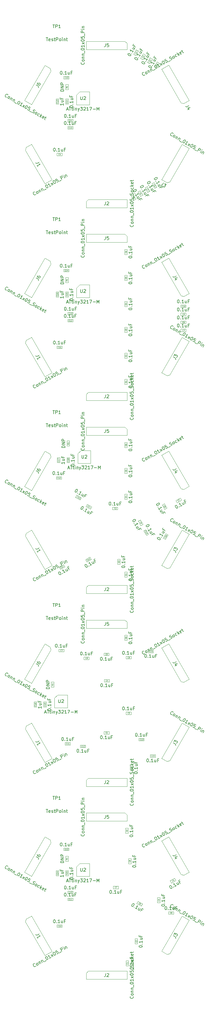
<source format=gbr>
%TF.GenerationSoftware,KiCad,Pcbnew,8.0.8*%
%TF.CreationDate,2025-04-07T12:48:12-04:00*%
%TF.ProjectId,pcb_tile_game_tile_panelized,7063625f-7469-46c6-955f-67616d655f74,rev?*%
%TF.SameCoordinates,Original*%
%TF.FileFunction,AssemblyDrawing,Top*%
%FSLAX46Y46*%
G04 Gerber Fmt 4.6, Leading zero omitted, Abs format (unit mm)*
G04 Created by KiCad (PCBNEW 8.0.8) date 2025-04-07 12:48:12*
%MOMM*%
%LPD*%
G01*
G04 APERTURE LIST*
%ADD10C,0.150000*%
%ADD11C,0.060000*%
%ADD12C,0.100000*%
G04 APERTURE END LIST*
D10*
X68313586Y-40585165D02*
X68361205Y-40502686D01*
X68361205Y-40502686D02*
X68450063Y-40444017D01*
X68450063Y-40444017D02*
X68515112Y-40426587D01*
X68515112Y-40426587D02*
X68621400Y-40432967D01*
X68621400Y-40432967D02*
X68810167Y-40486966D01*
X68810167Y-40486966D02*
X69016363Y-40606013D01*
X69016363Y-40606013D02*
X69157511Y-40742491D01*
X69157511Y-40742491D02*
X69216180Y-40831349D01*
X69216180Y-40831349D02*
X69233610Y-40896398D01*
X69233610Y-40896398D02*
X69227230Y-41002686D01*
X69227230Y-41002686D02*
X69179611Y-41085165D01*
X69179611Y-41085165D02*
X69090753Y-41143834D01*
X69090753Y-41143834D02*
X69025704Y-41161263D01*
X69025704Y-41161263D02*
X68919416Y-41154884D01*
X68919416Y-41154884D02*
X68730649Y-41100885D01*
X68730649Y-41100885D02*
X68524452Y-40981837D01*
X68524452Y-40981837D02*
X68383305Y-40845360D01*
X68383305Y-40845360D02*
X68324636Y-40756502D01*
X68324636Y-40756502D02*
X68307206Y-40691453D01*
X68307206Y-40691453D02*
X68313586Y-40585165D01*
X69478085Y-40377717D02*
X69543134Y-40360287D01*
X69543134Y-40360287D02*
X69560563Y-40425336D01*
X69560563Y-40425336D02*
X69495515Y-40442765D01*
X69495515Y-40442765D02*
X69478085Y-40377717D01*
X69478085Y-40377717D02*
X69560563Y-40425336D01*
X70060563Y-39559311D02*
X69774849Y-40054182D01*
X69917706Y-39806746D02*
X69051681Y-39306746D01*
X69051681Y-39306746D02*
X69127780Y-39460654D01*
X69127780Y-39460654D02*
X69162639Y-39590751D01*
X69162639Y-39590751D02*
X69156259Y-39697039D01*
X69911784Y-38483670D02*
X70489135Y-38817003D01*
X69697499Y-38854824D02*
X70151131Y-39116728D01*
X70151131Y-39116728D02*
X70257419Y-39123108D01*
X70257419Y-39123108D02*
X70346278Y-39064439D01*
X70346278Y-39064439D02*
X70417706Y-38940721D01*
X70417706Y-38940721D02*
X70424086Y-38834433D01*
X70424086Y-38834433D02*
X70406656Y-38769384D01*
X70440264Y-37854030D02*
X70273598Y-38142705D01*
X70727230Y-38404610D02*
X69861205Y-37904610D01*
X69861205Y-37904610D02*
X70099300Y-37492217D01*
D11*
X70936800Y-40279651D02*
X70943772Y-40305670D01*
X70943772Y-40305670D02*
X70931696Y-40364681D01*
X70931696Y-40364681D02*
X70912648Y-40397673D01*
X70912648Y-40397673D02*
X70867581Y-40437636D01*
X70867581Y-40437636D02*
X70815542Y-40451580D01*
X70815542Y-40451580D02*
X70773027Y-40449028D01*
X70773027Y-40449028D02*
X70697520Y-40427428D01*
X70697520Y-40427428D02*
X70648033Y-40398857D01*
X70648033Y-40398857D02*
X70591574Y-40344266D01*
X70591574Y-40344266D02*
X70568106Y-40308723D01*
X70568106Y-40308723D02*
X70554162Y-40256683D01*
X70554162Y-40256683D02*
X70566238Y-40197673D01*
X70566238Y-40197673D02*
X70585286Y-40164681D01*
X70585286Y-40164681D02*
X70630353Y-40124718D01*
X70630353Y-40124718D02*
X70656372Y-40117746D01*
X70732563Y-39985780D02*
X70725591Y-39959760D01*
X70725591Y-39959760D02*
X70728143Y-39917245D01*
X70728143Y-39917245D02*
X70775762Y-39834767D01*
X70775762Y-39834767D02*
X70811305Y-39811299D01*
X70811305Y-39811299D02*
X70837325Y-39804327D01*
X70837325Y-39804327D02*
X70879840Y-39806879D01*
X70879840Y-39806879D02*
X70912832Y-39825927D01*
X70912832Y-39825927D02*
X70952795Y-39870994D01*
X70952795Y-39870994D02*
X71036458Y-40183228D01*
X71036458Y-40183228D02*
X71160267Y-39968784D01*
D10*
X44475151Y-56824820D02*
X44570389Y-56824820D01*
X44570389Y-56824820D02*
X44665627Y-56872439D01*
X44665627Y-56872439D02*
X44713246Y-56920058D01*
X44713246Y-56920058D02*
X44760865Y-57015296D01*
X44760865Y-57015296D02*
X44808484Y-57205772D01*
X44808484Y-57205772D02*
X44808484Y-57443867D01*
X44808484Y-57443867D02*
X44760865Y-57634343D01*
X44760865Y-57634343D02*
X44713246Y-57729581D01*
X44713246Y-57729581D02*
X44665627Y-57777201D01*
X44665627Y-57777201D02*
X44570389Y-57824820D01*
X44570389Y-57824820D02*
X44475151Y-57824820D01*
X44475151Y-57824820D02*
X44379913Y-57777201D01*
X44379913Y-57777201D02*
X44332294Y-57729581D01*
X44332294Y-57729581D02*
X44284675Y-57634343D01*
X44284675Y-57634343D02*
X44237056Y-57443867D01*
X44237056Y-57443867D02*
X44237056Y-57205772D01*
X44237056Y-57205772D02*
X44284675Y-57015296D01*
X44284675Y-57015296D02*
X44332294Y-56920058D01*
X44332294Y-56920058D02*
X44379913Y-56872439D01*
X44379913Y-56872439D02*
X44475151Y-56824820D01*
X45237056Y-57729581D02*
X45284675Y-57777201D01*
X45284675Y-57777201D02*
X45237056Y-57824820D01*
X45237056Y-57824820D02*
X45189437Y-57777201D01*
X45189437Y-57777201D02*
X45237056Y-57729581D01*
X45237056Y-57729581D02*
X45237056Y-57824820D01*
X46237055Y-57824820D02*
X45665627Y-57824820D01*
X45951341Y-57824820D02*
X45951341Y-56824820D01*
X45951341Y-56824820D02*
X45856103Y-56967677D01*
X45856103Y-56967677D02*
X45760865Y-57062915D01*
X45760865Y-57062915D02*
X45665627Y-57110534D01*
X47094198Y-57158153D02*
X47094198Y-57824820D01*
X46665627Y-57158153D02*
X46665627Y-57681962D01*
X46665627Y-57681962D02*
X46713246Y-57777201D01*
X46713246Y-57777201D02*
X46808484Y-57824820D01*
X46808484Y-57824820D02*
X46951341Y-57824820D01*
X46951341Y-57824820D02*
X47046579Y-57777201D01*
X47046579Y-57777201D02*
X47094198Y-57729581D01*
X47903722Y-57301010D02*
X47570389Y-57301010D01*
X47570389Y-57824820D02*
X47570389Y-56824820D01*
X47570389Y-56824820D02*
X48046579Y-56824820D01*
D11*
X45860865Y-58943833D02*
X45841817Y-58962881D01*
X45841817Y-58962881D02*
X45784675Y-58981928D01*
X45784675Y-58981928D02*
X45746579Y-58981928D01*
X45746579Y-58981928D02*
X45689436Y-58962881D01*
X45689436Y-58962881D02*
X45651341Y-58924785D01*
X45651341Y-58924785D02*
X45632294Y-58886690D01*
X45632294Y-58886690D02*
X45613246Y-58810500D01*
X45613246Y-58810500D02*
X45613246Y-58753357D01*
X45613246Y-58753357D02*
X45632294Y-58677166D01*
X45632294Y-58677166D02*
X45651341Y-58639071D01*
X45651341Y-58639071D02*
X45689436Y-58600976D01*
X45689436Y-58600976D02*
X45746579Y-58581928D01*
X45746579Y-58581928D02*
X45784675Y-58581928D01*
X45784675Y-58581928D02*
X45841817Y-58600976D01*
X45841817Y-58600976D02*
X45860865Y-58620023D01*
X46241817Y-58981928D02*
X46013246Y-58981928D01*
X46127532Y-58981928D02*
X46127532Y-58581928D01*
X46127532Y-58581928D02*
X46089436Y-58639071D01*
X46089436Y-58639071D02*
X46051341Y-58677166D01*
X46051341Y-58677166D02*
X46013246Y-58696214D01*
X46622769Y-58981928D02*
X46394198Y-58981928D01*
X46508484Y-58981928D02*
X46508484Y-58581928D01*
X46508484Y-58581928D02*
X46470388Y-58639071D01*
X46470388Y-58639071D02*
X46432293Y-58677166D01*
X46432293Y-58677166D02*
X46394198Y-58696214D01*
D10*
X66148523Y-39335165D02*
X66196142Y-39252686D01*
X66196142Y-39252686D02*
X66285000Y-39194017D01*
X66285000Y-39194017D02*
X66350049Y-39176587D01*
X66350049Y-39176587D02*
X66456337Y-39182967D01*
X66456337Y-39182967D02*
X66645104Y-39236966D01*
X66645104Y-39236966D02*
X66851300Y-39356013D01*
X66851300Y-39356013D02*
X66992448Y-39492491D01*
X66992448Y-39492491D02*
X67051117Y-39581349D01*
X67051117Y-39581349D02*
X67068547Y-39646398D01*
X67068547Y-39646398D02*
X67062167Y-39752686D01*
X67062167Y-39752686D02*
X67014548Y-39835165D01*
X67014548Y-39835165D02*
X66925690Y-39893834D01*
X66925690Y-39893834D02*
X66860641Y-39911263D01*
X66860641Y-39911263D02*
X66754353Y-39904884D01*
X66754353Y-39904884D02*
X66565586Y-39850885D01*
X66565586Y-39850885D02*
X66359389Y-39731837D01*
X66359389Y-39731837D02*
X66218242Y-39595360D01*
X66218242Y-39595360D02*
X66159573Y-39506502D01*
X66159573Y-39506502D02*
X66142143Y-39441453D01*
X66142143Y-39441453D02*
X66148523Y-39335165D01*
X67313022Y-39127717D02*
X67378071Y-39110287D01*
X67378071Y-39110287D02*
X67395500Y-39175336D01*
X67395500Y-39175336D02*
X67330452Y-39192765D01*
X67330452Y-39192765D02*
X67313022Y-39127717D01*
X67313022Y-39127717D02*
X67395500Y-39175336D01*
X67895500Y-38309311D02*
X67609786Y-38804182D01*
X67752643Y-38556746D02*
X66886618Y-38056746D01*
X66886618Y-38056746D02*
X66962717Y-38210654D01*
X66962717Y-38210654D02*
X66997576Y-38340751D01*
X66997576Y-38340751D02*
X66991196Y-38447039D01*
X67746721Y-37233670D02*
X68324072Y-37567003D01*
X67532436Y-37604824D02*
X67986068Y-37866728D01*
X67986068Y-37866728D02*
X68092356Y-37873108D01*
X68092356Y-37873108D02*
X68181215Y-37814439D01*
X68181215Y-37814439D02*
X68252643Y-37690721D01*
X68252643Y-37690721D02*
X68259023Y-37584433D01*
X68259023Y-37584433D02*
X68241593Y-37519384D01*
X68275201Y-36604030D02*
X68108535Y-36892705D01*
X68562167Y-37154610D02*
X67696142Y-36654610D01*
X67696142Y-36654610D02*
X67934237Y-36242217D01*
D11*
X68771737Y-39029651D02*
X68778709Y-39055670D01*
X68778709Y-39055670D02*
X68766633Y-39114681D01*
X68766633Y-39114681D02*
X68747585Y-39147673D01*
X68747585Y-39147673D02*
X68702518Y-39187636D01*
X68702518Y-39187636D02*
X68650479Y-39201580D01*
X68650479Y-39201580D02*
X68607964Y-39199028D01*
X68607964Y-39199028D02*
X68532457Y-39177428D01*
X68532457Y-39177428D02*
X68482970Y-39148857D01*
X68482970Y-39148857D02*
X68426511Y-39094266D01*
X68426511Y-39094266D02*
X68403043Y-39058723D01*
X68403043Y-39058723D02*
X68389099Y-39006683D01*
X68389099Y-39006683D02*
X68401175Y-38947673D01*
X68401175Y-38947673D02*
X68420223Y-38914681D01*
X68420223Y-38914681D02*
X68465290Y-38874718D01*
X68465290Y-38874718D02*
X68491309Y-38867746D01*
X68524985Y-38733228D02*
X68648794Y-38518784D01*
X68648794Y-38518784D02*
X68714093Y-38710444D01*
X68714093Y-38710444D02*
X68742665Y-38660957D01*
X68742665Y-38660957D02*
X68778208Y-38637489D01*
X68778208Y-38637489D02*
X68804228Y-38630518D01*
X68804228Y-38630518D02*
X68846743Y-38633069D01*
X68846743Y-38633069D02*
X68929222Y-38680688D01*
X68929222Y-38680688D02*
X68952689Y-38716232D01*
X68952689Y-38716232D02*
X68959661Y-38742251D01*
X68959661Y-38742251D02*
X68957109Y-38784767D01*
X68957109Y-38784767D02*
X68899966Y-38883741D01*
X68899966Y-38883741D02*
X68864423Y-38907209D01*
X68864423Y-38907209D02*
X68838403Y-38914180D01*
D10*
X65590088Y-91195239D02*
X65637708Y-91242858D01*
X65637708Y-91242858D02*
X65685327Y-91385715D01*
X65685327Y-91385715D02*
X65685327Y-91480953D01*
X65685327Y-91480953D02*
X65637708Y-91623810D01*
X65637708Y-91623810D02*
X65542469Y-91719048D01*
X65542469Y-91719048D02*
X65447231Y-91766667D01*
X65447231Y-91766667D02*
X65256755Y-91814286D01*
X65256755Y-91814286D02*
X65113898Y-91814286D01*
X65113898Y-91814286D02*
X64923422Y-91766667D01*
X64923422Y-91766667D02*
X64828184Y-91719048D01*
X64828184Y-91719048D02*
X64732946Y-91623810D01*
X64732946Y-91623810D02*
X64685327Y-91480953D01*
X64685327Y-91480953D02*
X64685327Y-91385715D01*
X64685327Y-91385715D02*
X64732946Y-91242858D01*
X64732946Y-91242858D02*
X64780565Y-91195239D01*
X65685327Y-90623810D02*
X65637708Y-90719048D01*
X65637708Y-90719048D02*
X65590088Y-90766667D01*
X65590088Y-90766667D02*
X65494850Y-90814286D01*
X65494850Y-90814286D02*
X65209136Y-90814286D01*
X65209136Y-90814286D02*
X65113898Y-90766667D01*
X65113898Y-90766667D02*
X65066279Y-90719048D01*
X65066279Y-90719048D02*
X65018660Y-90623810D01*
X65018660Y-90623810D02*
X65018660Y-90480953D01*
X65018660Y-90480953D02*
X65066279Y-90385715D01*
X65066279Y-90385715D02*
X65113898Y-90338096D01*
X65113898Y-90338096D02*
X65209136Y-90290477D01*
X65209136Y-90290477D02*
X65494850Y-90290477D01*
X65494850Y-90290477D02*
X65590088Y-90338096D01*
X65590088Y-90338096D02*
X65637708Y-90385715D01*
X65637708Y-90385715D02*
X65685327Y-90480953D01*
X65685327Y-90480953D02*
X65685327Y-90623810D01*
X65018660Y-89861905D02*
X65685327Y-89861905D01*
X65113898Y-89861905D02*
X65066279Y-89814286D01*
X65066279Y-89814286D02*
X65018660Y-89719048D01*
X65018660Y-89719048D02*
X65018660Y-89576191D01*
X65018660Y-89576191D02*
X65066279Y-89480953D01*
X65066279Y-89480953D02*
X65161517Y-89433334D01*
X65161517Y-89433334D02*
X65685327Y-89433334D01*
X65018660Y-88957143D02*
X65685327Y-88957143D01*
X65113898Y-88957143D02*
X65066279Y-88909524D01*
X65066279Y-88909524D02*
X65018660Y-88814286D01*
X65018660Y-88814286D02*
X65018660Y-88671429D01*
X65018660Y-88671429D02*
X65066279Y-88576191D01*
X65066279Y-88576191D02*
X65161517Y-88528572D01*
X65161517Y-88528572D02*
X65685327Y-88528572D01*
X65780565Y-88290477D02*
X65780565Y-87528572D01*
X64685327Y-87100000D02*
X64685327Y-87004762D01*
X64685327Y-87004762D02*
X64732946Y-86909524D01*
X64732946Y-86909524D02*
X64780565Y-86861905D01*
X64780565Y-86861905D02*
X64875803Y-86814286D01*
X64875803Y-86814286D02*
X65066279Y-86766667D01*
X65066279Y-86766667D02*
X65304374Y-86766667D01*
X65304374Y-86766667D02*
X65494850Y-86814286D01*
X65494850Y-86814286D02*
X65590088Y-86861905D01*
X65590088Y-86861905D02*
X65637708Y-86909524D01*
X65637708Y-86909524D02*
X65685327Y-87004762D01*
X65685327Y-87004762D02*
X65685327Y-87100000D01*
X65685327Y-87100000D02*
X65637708Y-87195238D01*
X65637708Y-87195238D02*
X65590088Y-87242857D01*
X65590088Y-87242857D02*
X65494850Y-87290476D01*
X65494850Y-87290476D02*
X65304374Y-87338095D01*
X65304374Y-87338095D02*
X65066279Y-87338095D01*
X65066279Y-87338095D02*
X64875803Y-87290476D01*
X64875803Y-87290476D02*
X64780565Y-87242857D01*
X64780565Y-87242857D02*
X64732946Y-87195238D01*
X64732946Y-87195238D02*
X64685327Y-87100000D01*
X65685327Y-85814286D02*
X65685327Y-86385714D01*
X65685327Y-86100000D02*
X64685327Y-86100000D01*
X64685327Y-86100000D02*
X64828184Y-86195238D01*
X64828184Y-86195238D02*
X64923422Y-86290476D01*
X64923422Y-86290476D02*
X64971041Y-86385714D01*
X65685327Y-85480952D02*
X65018660Y-84957143D01*
X65018660Y-85480952D02*
X65685327Y-84957143D01*
X64685327Y-84385714D02*
X64685327Y-84290476D01*
X64685327Y-84290476D02*
X64732946Y-84195238D01*
X64732946Y-84195238D02*
X64780565Y-84147619D01*
X64780565Y-84147619D02*
X64875803Y-84100000D01*
X64875803Y-84100000D02*
X65066279Y-84052381D01*
X65066279Y-84052381D02*
X65304374Y-84052381D01*
X65304374Y-84052381D02*
X65494850Y-84100000D01*
X65494850Y-84100000D02*
X65590088Y-84147619D01*
X65590088Y-84147619D02*
X65637708Y-84195238D01*
X65637708Y-84195238D02*
X65685327Y-84290476D01*
X65685327Y-84290476D02*
X65685327Y-84385714D01*
X65685327Y-84385714D02*
X65637708Y-84480952D01*
X65637708Y-84480952D02*
X65590088Y-84528571D01*
X65590088Y-84528571D02*
X65494850Y-84576190D01*
X65494850Y-84576190D02*
X65304374Y-84623809D01*
X65304374Y-84623809D02*
X65066279Y-84623809D01*
X65066279Y-84623809D02*
X64875803Y-84576190D01*
X64875803Y-84576190D02*
X64780565Y-84528571D01*
X64780565Y-84528571D02*
X64732946Y-84480952D01*
X64732946Y-84480952D02*
X64685327Y-84385714D01*
X64685327Y-83147619D02*
X64685327Y-83623809D01*
X64685327Y-83623809D02*
X65161517Y-83671428D01*
X65161517Y-83671428D02*
X65113898Y-83623809D01*
X65113898Y-83623809D02*
X65066279Y-83528571D01*
X65066279Y-83528571D02*
X65066279Y-83290476D01*
X65066279Y-83290476D02*
X65113898Y-83195238D01*
X65113898Y-83195238D02*
X65161517Y-83147619D01*
X65161517Y-83147619D02*
X65256755Y-83100000D01*
X65256755Y-83100000D02*
X65494850Y-83100000D01*
X65494850Y-83100000D02*
X65590088Y-83147619D01*
X65590088Y-83147619D02*
X65637708Y-83195238D01*
X65637708Y-83195238D02*
X65685327Y-83290476D01*
X65685327Y-83290476D02*
X65685327Y-83528571D01*
X65685327Y-83528571D02*
X65637708Y-83623809D01*
X65637708Y-83623809D02*
X65590088Y-83671428D01*
X65780565Y-82909524D02*
X65780565Y-82147619D01*
X65637708Y-81957142D02*
X65685327Y-81814285D01*
X65685327Y-81814285D02*
X65685327Y-81576190D01*
X65685327Y-81576190D02*
X65637708Y-81480952D01*
X65637708Y-81480952D02*
X65590088Y-81433333D01*
X65590088Y-81433333D02*
X65494850Y-81385714D01*
X65494850Y-81385714D02*
X65399612Y-81385714D01*
X65399612Y-81385714D02*
X65304374Y-81433333D01*
X65304374Y-81433333D02*
X65256755Y-81480952D01*
X65256755Y-81480952D02*
X65209136Y-81576190D01*
X65209136Y-81576190D02*
X65161517Y-81766666D01*
X65161517Y-81766666D02*
X65113898Y-81861904D01*
X65113898Y-81861904D02*
X65066279Y-81909523D01*
X65066279Y-81909523D02*
X64971041Y-81957142D01*
X64971041Y-81957142D02*
X64875803Y-81957142D01*
X64875803Y-81957142D02*
X64780565Y-81909523D01*
X64780565Y-81909523D02*
X64732946Y-81861904D01*
X64732946Y-81861904D02*
X64685327Y-81766666D01*
X64685327Y-81766666D02*
X64685327Y-81528571D01*
X64685327Y-81528571D02*
X64732946Y-81385714D01*
X65685327Y-80814285D02*
X65637708Y-80909523D01*
X65637708Y-80909523D02*
X65590088Y-80957142D01*
X65590088Y-80957142D02*
X65494850Y-81004761D01*
X65494850Y-81004761D02*
X65209136Y-81004761D01*
X65209136Y-81004761D02*
X65113898Y-80957142D01*
X65113898Y-80957142D02*
X65066279Y-80909523D01*
X65066279Y-80909523D02*
X65018660Y-80814285D01*
X65018660Y-80814285D02*
X65018660Y-80671428D01*
X65018660Y-80671428D02*
X65066279Y-80576190D01*
X65066279Y-80576190D02*
X65113898Y-80528571D01*
X65113898Y-80528571D02*
X65209136Y-80480952D01*
X65209136Y-80480952D02*
X65494850Y-80480952D01*
X65494850Y-80480952D02*
X65590088Y-80528571D01*
X65590088Y-80528571D02*
X65637708Y-80576190D01*
X65637708Y-80576190D02*
X65685327Y-80671428D01*
X65685327Y-80671428D02*
X65685327Y-80814285D01*
X65637708Y-79623809D02*
X65685327Y-79719047D01*
X65685327Y-79719047D02*
X65685327Y-79909523D01*
X65685327Y-79909523D02*
X65637708Y-80004761D01*
X65637708Y-80004761D02*
X65590088Y-80052380D01*
X65590088Y-80052380D02*
X65494850Y-80099999D01*
X65494850Y-80099999D02*
X65209136Y-80099999D01*
X65209136Y-80099999D02*
X65113898Y-80052380D01*
X65113898Y-80052380D02*
X65066279Y-80004761D01*
X65066279Y-80004761D02*
X65018660Y-79909523D01*
X65018660Y-79909523D02*
X65018660Y-79719047D01*
X65018660Y-79719047D02*
X65066279Y-79623809D01*
X65685327Y-79195237D02*
X64685327Y-79195237D01*
X65304374Y-79099999D02*
X65685327Y-78814285D01*
X65018660Y-78814285D02*
X65399612Y-79195237D01*
X65637708Y-78004761D02*
X65685327Y-78099999D01*
X65685327Y-78099999D02*
X65685327Y-78290475D01*
X65685327Y-78290475D02*
X65637708Y-78385713D01*
X65637708Y-78385713D02*
X65542469Y-78433332D01*
X65542469Y-78433332D02*
X65161517Y-78433332D01*
X65161517Y-78433332D02*
X65066279Y-78385713D01*
X65066279Y-78385713D02*
X65018660Y-78290475D01*
X65018660Y-78290475D02*
X65018660Y-78099999D01*
X65018660Y-78099999D02*
X65066279Y-78004761D01*
X65066279Y-78004761D02*
X65161517Y-77957142D01*
X65161517Y-77957142D02*
X65256755Y-77957142D01*
X65256755Y-77957142D02*
X65351993Y-78433332D01*
X65018660Y-77671427D02*
X65018660Y-77290475D01*
X64685327Y-77528570D02*
X65542469Y-77528570D01*
X65542469Y-77528570D02*
X65637708Y-77480951D01*
X65637708Y-77480951D02*
X65685327Y-77385713D01*
X65685327Y-77385713D02*
X65685327Y-77290475D01*
X57047174Y-84054819D02*
X57047174Y-84769104D01*
X57047174Y-84769104D02*
X56999555Y-84911961D01*
X56999555Y-84911961D02*
X56904317Y-85007200D01*
X56904317Y-85007200D02*
X56761460Y-85054819D01*
X56761460Y-85054819D02*
X56666222Y-85054819D01*
X57475746Y-84150057D02*
X57523365Y-84102438D01*
X57523365Y-84102438D02*
X57618603Y-84054819D01*
X57618603Y-84054819D02*
X57856698Y-84054819D01*
X57856698Y-84054819D02*
X57951936Y-84102438D01*
X57951936Y-84102438D02*
X57999555Y-84150057D01*
X57999555Y-84150057D02*
X58047174Y-84245295D01*
X58047174Y-84245295D02*
X58047174Y-84340533D01*
X58047174Y-84340533D02*
X57999555Y-84483390D01*
X57999555Y-84483390D02*
X57428127Y-85054819D01*
X57428127Y-85054819D02*
X58047174Y-85054819D01*
X44055327Y-49635713D02*
X43055327Y-49635713D01*
X43055327Y-49635713D02*
X43055327Y-49397618D01*
X43055327Y-49397618D02*
X43102946Y-49254761D01*
X43102946Y-49254761D02*
X43198184Y-49159523D01*
X43198184Y-49159523D02*
X43293422Y-49111904D01*
X43293422Y-49111904D02*
X43483898Y-49064285D01*
X43483898Y-49064285D02*
X43626755Y-49064285D01*
X43626755Y-49064285D02*
X43817231Y-49111904D01*
X43817231Y-49111904D02*
X43912469Y-49159523D01*
X43912469Y-49159523D02*
X44007708Y-49254761D01*
X44007708Y-49254761D02*
X44055327Y-49397618D01*
X44055327Y-49397618D02*
X44055327Y-49635713D01*
X44055327Y-48635713D02*
X43055327Y-48635713D01*
X43055327Y-48635713D02*
X44055327Y-48064285D01*
X44055327Y-48064285D02*
X43055327Y-48064285D01*
X44055327Y-47588094D02*
X43055327Y-47588094D01*
X43055327Y-47588094D02*
X43055327Y-47207142D01*
X43055327Y-47207142D02*
X43102946Y-47111904D01*
X43102946Y-47111904D02*
X43150565Y-47064285D01*
X43150565Y-47064285D02*
X43245803Y-47016666D01*
X43245803Y-47016666D02*
X43388660Y-47016666D01*
X43388660Y-47016666D02*
X43483898Y-47064285D01*
X43483898Y-47064285D02*
X43531517Y-47111904D01*
X43531517Y-47111904D02*
X43579136Y-47207142D01*
X43579136Y-47207142D02*
X43579136Y-47588094D01*
D11*
X45212435Y-48416666D02*
X45021959Y-48549999D01*
X45212435Y-48645237D02*
X44812435Y-48645237D01*
X44812435Y-48645237D02*
X44812435Y-48492856D01*
X44812435Y-48492856D02*
X44831483Y-48454761D01*
X44831483Y-48454761D02*
X44850530Y-48435714D01*
X44850530Y-48435714D02*
X44888626Y-48416666D01*
X44888626Y-48416666D02*
X44945768Y-48416666D01*
X44945768Y-48416666D02*
X44983864Y-48435714D01*
X44983864Y-48435714D02*
X45002911Y-48454761D01*
X45002911Y-48454761D02*
X45021959Y-48492856D01*
X45021959Y-48492856D02*
X45021959Y-48645237D01*
X45212435Y-48035714D02*
X45212435Y-48264285D01*
X45212435Y-48149999D02*
X44812435Y-48149999D01*
X44812435Y-48149999D02*
X44869578Y-48188095D01*
X44869578Y-48188095D02*
X44907673Y-48226190D01*
X44907673Y-48226190D02*
X44926721Y-48264285D01*
D10*
X73095918Y-76531327D02*
X73143537Y-76613806D01*
X73143537Y-76613806D02*
X73149917Y-76720094D01*
X73149917Y-76720094D02*
X73132487Y-76785143D01*
X73132487Y-76785143D02*
X73073818Y-76874001D01*
X73073818Y-76874001D02*
X72932670Y-77010479D01*
X72932670Y-77010479D02*
X72726473Y-77129526D01*
X72726473Y-77129526D02*
X72537707Y-77183525D01*
X72537707Y-77183525D02*
X72431419Y-77189905D01*
X72431419Y-77189905D02*
X72366370Y-77172475D01*
X72366370Y-77172475D02*
X72277511Y-77113806D01*
X72277511Y-77113806D02*
X72229892Y-77031327D01*
X72229892Y-77031327D02*
X72223513Y-76925039D01*
X72223513Y-76925039D02*
X72240942Y-76859991D01*
X72240942Y-76859991D02*
X72299611Y-76771132D01*
X72299611Y-76771132D02*
X72440759Y-76634655D01*
X72440759Y-76634655D02*
X72646956Y-76515607D01*
X72646956Y-76515607D02*
X72835722Y-76461608D01*
X72835722Y-76461608D02*
X72942011Y-76455229D01*
X72942011Y-76455229D02*
X73007059Y-76472658D01*
X73007059Y-76472658D02*
X73095918Y-76531327D01*
X72693323Y-77643537D02*
X72675894Y-77708586D01*
X72675894Y-77708586D02*
X72610845Y-77691156D01*
X72610845Y-77691156D02*
X72628275Y-77626108D01*
X72628275Y-77626108D02*
X72693323Y-77643537D01*
X72693323Y-77643537D02*
X72610845Y-77691156D01*
X73110845Y-78557181D02*
X72825130Y-78062310D01*
X72967987Y-78309746D02*
X73834013Y-77809746D01*
X73834013Y-77809746D02*
X73662676Y-77798696D01*
X73662676Y-77798696D02*
X73532578Y-77763836D01*
X73532578Y-77763836D02*
X73443720Y-77705167D01*
X74116766Y-78966156D02*
X73539416Y-79299489D01*
X73902481Y-78595002D02*
X73448848Y-78856907D01*
X73448848Y-78856907D02*
X73390179Y-78945765D01*
X73390179Y-78945765D02*
X73396559Y-79052053D01*
X73396559Y-79052053D02*
X73467987Y-79175771D01*
X73467987Y-79175771D02*
X73556846Y-79234440D01*
X73556846Y-79234440D02*
X73621895Y-79251870D01*
X74397810Y-79738652D02*
X74231144Y-79449977D01*
X73777511Y-79711882D02*
X74643537Y-79211882D01*
X74643537Y-79211882D02*
X74881632Y-79624275D01*
D11*
X72048894Y-78955855D02*
X72022874Y-78948883D01*
X72022874Y-78948883D02*
X71977807Y-78908920D01*
X71977807Y-78908920D02*
X71958759Y-78875928D01*
X71958759Y-78875928D02*
X71946684Y-78816917D01*
X71946684Y-78816917D02*
X71960628Y-78764878D01*
X71960628Y-78764878D02*
X71984095Y-78729335D01*
X71984095Y-78729335D02*
X72040554Y-78674744D01*
X72040554Y-78674744D02*
X72090041Y-78646172D01*
X72090041Y-78646172D02*
X72165548Y-78624573D01*
X72165548Y-78624573D02*
X72208063Y-78622021D01*
X72208063Y-78622021D02*
X72260102Y-78635965D01*
X72260102Y-78635965D02*
X72305170Y-78675928D01*
X72305170Y-78675928D02*
X72324217Y-78708920D01*
X72324217Y-78708920D02*
X72336293Y-78767931D01*
X72336293Y-78767931D02*
X72329321Y-78793950D01*
X72328137Y-79058565D02*
X72325585Y-79016050D01*
X72325585Y-79016050D02*
X72332557Y-78990031D01*
X72332557Y-78990031D02*
X72356024Y-78954487D01*
X72356024Y-78954487D02*
X72372520Y-78944963D01*
X72372520Y-78944963D02*
X72415035Y-78942412D01*
X72415035Y-78942412D02*
X72441055Y-78949383D01*
X72441055Y-78949383D02*
X72476598Y-78972851D01*
X72476598Y-78972851D02*
X72514693Y-79038834D01*
X72514693Y-79038834D02*
X72517245Y-79081349D01*
X72517245Y-79081349D02*
X72510273Y-79107369D01*
X72510273Y-79107369D02*
X72486806Y-79142912D01*
X72486806Y-79142912D02*
X72470310Y-79152436D01*
X72470310Y-79152436D02*
X72427795Y-79154988D01*
X72427795Y-79154988D02*
X72401775Y-79148016D01*
X72401775Y-79148016D02*
X72366232Y-79124548D01*
X72366232Y-79124548D02*
X72328137Y-79058565D01*
X72328137Y-79058565D02*
X72292593Y-79035098D01*
X72292593Y-79035098D02*
X72266574Y-79028126D01*
X72266574Y-79028126D02*
X72224059Y-79030678D01*
X72224059Y-79030678D02*
X72158076Y-79068773D01*
X72158076Y-79068773D02*
X72134608Y-79104316D01*
X72134608Y-79104316D02*
X72127636Y-79130336D01*
X72127636Y-79130336D02*
X72130188Y-79172851D01*
X72130188Y-79172851D02*
X72168283Y-79238834D01*
X72168283Y-79238834D02*
X72203827Y-79262302D01*
X72203827Y-79262302D02*
X72229846Y-79269274D01*
X72229846Y-79269274D02*
X72272361Y-79266722D01*
X72272361Y-79266722D02*
X72338344Y-79228626D01*
X72338344Y-79228626D02*
X72361812Y-79193083D01*
X72361812Y-79193083D02*
X72368784Y-79167064D01*
X72368784Y-79167064D02*
X72366232Y-79124548D01*
D10*
X45915327Y-54492856D02*
X45915327Y-54397618D01*
X45915327Y-54397618D02*
X45962946Y-54302380D01*
X45962946Y-54302380D02*
X46010565Y-54254761D01*
X46010565Y-54254761D02*
X46105803Y-54207142D01*
X46105803Y-54207142D02*
X46296279Y-54159523D01*
X46296279Y-54159523D02*
X46534374Y-54159523D01*
X46534374Y-54159523D02*
X46724850Y-54207142D01*
X46724850Y-54207142D02*
X46820088Y-54254761D01*
X46820088Y-54254761D02*
X46867708Y-54302380D01*
X46867708Y-54302380D02*
X46915327Y-54397618D01*
X46915327Y-54397618D02*
X46915327Y-54492856D01*
X46915327Y-54492856D02*
X46867708Y-54588094D01*
X46867708Y-54588094D02*
X46820088Y-54635713D01*
X46820088Y-54635713D02*
X46724850Y-54683332D01*
X46724850Y-54683332D02*
X46534374Y-54730951D01*
X46534374Y-54730951D02*
X46296279Y-54730951D01*
X46296279Y-54730951D02*
X46105803Y-54683332D01*
X46105803Y-54683332D02*
X46010565Y-54635713D01*
X46010565Y-54635713D02*
X45962946Y-54588094D01*
X45962946Y-54588094D02*
X45915327Y-54492856D01*
X46820088Y-53730951D02*
X46867708Y-53683332D01*
X46867708Y-53683332D02*
X46915327Y-53730951D01*
X46915327Y-53730951D02*
X46867708Y-53778570D01*
X46867708Y-53778570D02*
X46820088Y-53730951D01*
X46820088Y-53730951D02*
X46915327Y-53730951D01*
X46915327Y-52730952D02*
X46915327Y-53302380D01*
X46915327Y-53016666D02*
X45915327Y-53016666D01*
X45915327Y-53016666D02*
X46058184Y-53111904D01*
X46058184Y-53111904D02*
X46153422Y-53207142D01*
X46153422Y-53207142D02*
X46201041Y-53302380D01*
X46248660Y-51873809D02*
X46915327Y-51873809D01*
X46248660Y-52302380D02*
X46772469Y-52302380D01*
X46772469Y-52302380D02*
X46867708Y-52254761D01*
X46867708Y-52254761D02*
X46915327Y-52159523D01*
X46915327Y-52159523D02*
X46915327Y-52016666D01*
X46915327Y-52016666D02*
X46867708Y-51921428D01*
X46867708Y-51921428D02*
X46820088Y-51873809D01*
X46391517Y-51064285D02*
X46391517Y-51397618D01*
X46915327Y-51397618D02*
X45915327Y-51397618D01*
X45915327Y-51397618D02*
X45915327Y-50921428D01*
D11*
X45174340Y-53107142D02*
X45193388Y-53126190D01*
X45193388Y-53126190D02*
X45212435Y-53183332D01*
X45212435Y-53183332D02*
X45212435Y-53221428D01*
X45212435Y-53221428D02*
X45193388Y-53278571D01*
X45193388Y-53278571D02*
X45155292Y-53316666D01*
X45155292Y-53316666D02*
X45117197Y-53335713D01*
X45117197Y-53335713D02*
X45041007Y-53354761D01*
X45041007Y-53354761D02*
X44983864Y-53354761D01*
X44983864Y-53354761D02*
X44907673Y-53335713D01*
X44907673Y-53335713D02*
X44869578Y-53316666D01*
X44869578Y-53316666D02*
X44831483Y-53278571D01*
X44831483Y-53278571D02*
X44812435Y-53221428D01*
X44812435Y-53221428D02*
X44812435Y-53183332D01*
X44812435Y-53183332D02*
X44831483Y-53126190D01*
X44831483Y-53126190D02*
X44850530Y-53107142D01*
X45212435Y-52726190D02*
X45212435Y-52954761D01*
X45212435Y-52840475D02*
X44812435Y-52840475D01*
X44812435Y-52840475D02*
X44869578Y-52878571D01*
X44869578Y-52878571D02*
X44907673Y-52916666D01*
X44907673Y-52916666D02*
X44926721Y-52954761D01*
X44945768Y-52383333D02*
X45212435Y-52383333D01*
X44793388Y-52478571D02*
X45079102Y-52573809D01*
X45079102Y-52573809D02*
X45079102Y-52326190D01*
D10*
X68765791Y-79031327D02*
X68813410Y-79113806D01*
X68813410Y-79113806D02*
X68819790Y-79220094D01*
X68819790Y-79220094D02*
X68802360Y-79285143D01*
X68802360Y-79285143D02*
X68743691Y-79374001D01*
X68743691Y-79374001D02*
X68602543Y-79510479D01*
X68602543Y-79510479D02*
X68396346Y-79629526D01*
X68396346Y-79629526D02*
X68207580Y-79683525D01*
X68207580Y-79683525D02*
X68101292Y-79689905D01*
X68101292Y-79689905D02*
X68036243Y-79672475D01*
X68036243Y-79672475D02*
X67947384Y-79613806D01*
X67947384Y-79613806D02*
X67899765Y-79531327D01*
X67899765Y-79531327D02*
X67893386Y-79425039D01*
X67893386Y-79425039D02*
X67910815Y-79359991D01*
X67910815Y-79359991D02*
X67969484Y-79271132D01*
X67969484Y-79271132D02*
X68110632Y-79134655D01*
X68110632Y-79134655D02*
X68316829Y-79015607D01*
X68316829Y-79015607D02*
X68505595Y-78961608D01*
X68505595Y-78961608D02*
X68611884Y-78955229D01*
X68611884Y-78955229D02*
X68676932Y-78972658D01*
X68676932Y-78972658D02*
X68765791Y-79031327D01*
X68363196Y-80143537D02*
X68345767Y-80208586D01*
X68345767Y-80208586D02*
X68280718Y-80191156D01*
X68280718Y-80191156D02*
X68298148Y-80126108D01*
X68298148Y-80126108D02*
X68363196Y-80143537D01*
X68363196Y-80143537D02*
X68280718Y-80191156D01*
X68780718Y-81057181D02*
X68495003Y-80562310D01*
X68637860Y-80809746D02*
X69503886Y-80309746D01*
X69503886Y-80309746D02*
X69332549Y-80298696D01*
X69332549Y-80298696D02*
X69202451Y-80263836D01*
X69202451Y-80263836D02*
X69113593Y-80205167D01*
X69786639Y-81466156D02*
X69209289Y-81799489D01*
X69572354Y-81095002D02*
X69118721Y-81356907D01*
X69118721Y-81356907D02*
X69060052Y-81445765D01*
X69060052Y-81445765D02*
X69066432Y-81552053D01*
X69066432Y-81552053D02*
X69137860Y-81675771D01*
X69137860Y-81675771D02*
X69226719Y-81734440D01*
X69226719Y-81734440D02*
X69291768Y-81751870D01*
X70067683Y-82238652D02*
X69901017Y-81949977D01*
X69447384Y-82211882D02*
X70313410Y-81711882D01*
X70313410Y-81711882D02*
X70551505Y-82124275D01*
D11*
X67718767Y-81455855D02*
X67692747Y-81448883D01*
X67692747Y-81448883D02*
X67647680Y-81408920D01*
X67647680Y-81408920D02*
X67628632Y-81375928D01*
X67628632Y-81375928D02*
X67616557Y-81316917D01*
X67616557Y-81316917D02*
X67630501Y-81264878D01*
X67630501Y-81264878D02*
X67653968Y-81229335D01*
X67653968Y-81229335D02*
X67710427Y-81174744D01*
X67710427Y-81174744D02*
X67759914Y-81146172D01*
X67759914Y-81146172D02*
X67835421Y-81124573D01*
X67835421Y-81124573D02*
X67877936Y-81122021D01*
X67877936Y-81122021D02*
X67929975Y-81135965D01*
X67929975Y-81135965D02*
X67975043Y-81175928D01*
X67975043Y-81175928D02*
X67994090Y-81208920D01*
X67994090Y-81208920D02*
X68006166Y-81267931D01*
X68006166Y-81267931D02*
X67999194Y-81293950D01*
X68203614Y-81571825D02*
X68165519Y-81505843D01*
X68165519Y-81505843D02*
X68129975Y-81482375D01*
X68129975Y-81482375D02*
X68103956Y-81475403D01*
X68103956Y-81475403D02*
X68035421Y-81470983D01*
X68035421Y-81470983D02*
X67959914Y-81492583D01*
X67959914Y-81492583D02*
X67827949Y-81568773D01*
X67827949Y-81568773D02*
X67804481Y-81604316D01*
X67804481Y-81604316D02*
X67797509Y-81630336D01*
X67797509Y-81630336D02*
X67800061Y-81672851D01*
X67800061Y-81672851D02*
X67838156Y-81738834D01*
X67838156Y-81738834D02*
X67873700Y-81762302D01*
X67873700Y-81762302D02*
X67899719Y-81769274D01*
X67899719Y-81769274D02*
X67942234Y-81766722D01*
X67942234Y-81766722D02*
X68024713Y-81719103D01*
X68024713Y-81719103D02*
X68048181Y-81683559D01*
X68048181Y-81683559D02*
X68055153Y-81657540D01*
X68055153Y-81657540D02*
X68052601Y-81615024D01*
X68052601Y-81615024D02*
X68014505Y-81549042D01*
X68014505Y-81549042D02*
X67978962Y-81525574D01*
X67978962Y-81525574D02*
X67952943Y-81518602D01*
X67952943Y-81518602D02*
X67910427Y-81521154D01*
D10*
X77707534Y-63529396D02*
X77642485Y-63546825D01*
X77642485Y-63546825D02*
X77494958Y-63516636D01*
X77494958Y-63516636D02*
X77412479Y-63469017D01*
X77412479Y-63469017D02*
X77312571Y-63356349D01*
X77312571Y-63356349D02*
X77277711Y-63226252D01*
X77277711Y-63226252D02*
X77284091Y-63119963D01*
X77284091Y-63119963D02*
X77338090Y-62931197D01*
X77338090Y-62931197D02*
X77409518Y-62807479D01*
X77409518Y-62807479D02*
X77545996Y-62666331D01*
X77545996Y-62666331D02*
X77634854Y-62607662D01*
X77634854Y-62607662D02*
X77764952Y-62572802D01*
X77764952Y-62572802D02*
X77912479Y-62602992D01*
X77912479Y-62602992D02*
X77994958Y-62650611D01*
X77994958Y-62650611D02*
X78094866Y-62763279D01*
X78094866Y-62763279D02*
X78112296Y-62828327D01*
X78154787Y-63897589D02*
X78096118Y-63808730D01*
X78096118Y-63808730D02*
X78078688Y-63743681D01*
X78078688Y-63743681D02*
X78085068Y-63637393D01*
X78085068Y-63637393D02*
X78227925Y-63389957D01*
X78227925Y-63389957D02*
X78316783Y-63331288D01*
X78316783Y-63331288D02*
X78381832Y-63313859D01*
X78381832Y-63313859D02*
X78488120Y-63320238D01*
X78488120Y-63320238D02*
X78611838Y-63391667D01*
X78611838Y-63391667D02*
X78670507Y-63480525D01*
X78670507Y-63480525D02*
X78687937Y-63545574D01*
X78687937Y-63545574D02*
X78681557Y-63651862D01*
X78681557Y-63651862D02*
X78538700Y-63899298D01*
X78538700Y-63899298D02*
X78449842Y-63957967D01*
X78449842Y-63957967D02*
X78384793Y-63975397D01*
X78384793Y-63975397D02*
X78278505Y-63969017D01*
X78278505Y-63969017D02*
X78154787Y-63897589D01*
X79147949Y-63701191D02*
X78814616Y-64278541D01*
X79100330Y-63783669D02*
X79165379Y-63766240D01*
X79165379Y-63766240D02*
X79271667Y-63772619D01*
X79271667Y-63772619D02*
X79395385Y-63844048D01*
X79395385Y-63844048D02*
X79454054Y-63932906D01*
X79454054Y-63932906D02*
X79447674Y-64039194D01*
X79447674Y-64039194D02*
X79185770Y-64492827D01*
X79931496Y-64153572D02*
X79598163Y-64730922D01*
X79883877Y-64236050D02*
X79948926Y-64218621D01*
X79948926Y-64218621D02*
X80055214Y-64225000D01*
X80055214Y-64225000D02*
X80178932Y-64296429D01*
X80178932Y-64296429D02*
X80237601Y-64385287D01*
X80237601Y-64385287D02*
X80231221Y-64491575D01*
X80231221Y-64491575D02*
X79969316Y-64945208D01*
X80127894Y-65146734D02*
X80787723Y-65527686D01*
X81706496Y-64793468D02*
X81788974Y-64841087D01*
X81788974Y-64841087D02*
X81847644Y-64929946D01*
X81847644Y-64929946D02*
X81865073Y-64994994D01*
X81865073Y-64994994D02*
X81858694Y-65101283D01*
X81858694Y-65101283D02*
X81804695Y-65290049D01*
X81804695Y-65290049D02*
X81685647Y-65496246D01*
X81685647Y-65496246D02*
X81549170Y-65637393D01*
X81549170Y-65637393D02*
X81460311Y-65696063D01*
X81460311Y-65696063D02*
X81395263Y-65713492D01*
X81395263Y-65713492D02*
X81288974Y-65707113D01*
X81288974Y-65707113D02*
X81206496Y-65659494D01*
X81206496Y-65659494D02*
X81147827Y-65570635D01*
X81147827Y-65570635D02*
X81130397Y-65505586D01*
X81130397Y-65505586D02*
X81136777Y-65399298D01*
X81136777Y-65399298D02*
X81190775Y-65210532D01*
X81190775Y-65210532D02*
X81309823Y-65004335D01*
X81309823Y-65004335D02*
X81446301Y-64863187D01*
X81446301Y-64863187D02*
X81535159Y-64804518D01*
X81535159Y-64804518D02*
X81600208Y-64787088D01*
X81600208Y-64787088D02*
X81706496Y-64793468D01*
X82319957Y-66302351D02*
X81825085Y-66016636D01*
X82072521Y-66159494D02*
X82572521Y-65293468D01*
X82572521Y-65293468D02*
X82418614Y-65369567D01*
X82418614Y-65369567D02*
X82288516Y-65404427D01*
X82288516Y-65404427D02*
X82182228Y-65398047D01*
X82608632Y-66469017D02*
X83395598Y-66153572D01*
X82941966Y-65891667D02*
X83062265Y-66730922D01*
X84057136Y-66150611D02*
X84139615Y-66198230D01*
X84139615Y-66198230D02*
X84198284Y-66287089D01*
X84198284Y-66287089D02*
X84215714Y-66352137D01*
X84215714Y-66352137D02*
X84209334Y-66458426D01*
X84209334Y-66458426D02*
X84155335Y-66647192D01*
X84155335Y-66647192D02*
X84036288Y-66853389D01*
X84036288Y-66853389D02*
X83899810Y-66994536D01*
X83899810Y-66994536D02*
X83810952Y-67053206D01*
X83810952Y-67053206D02*
X83745903Y-67070635D01*
X83745903Y-67070635D02*
X83639615Y-67064256D01*
X83639615Y-67064256D02*
X83557136Y-67016637D01*
X83557136Y-67016637D02*
X83498467Y-66927778D01*
X83498467Y-66927778D02*
X83481038Y-66862729D01*
X83481038Y-66862729D02*
X83487417Y-66756441D01*
X83487417Y-66756441D02*
X83541416Y-66567675D01*
X83541416Y-66567675D02*
X83660464Y-66361478D01*
X83660464Y-66361478D02*
X83796941Y-66220330D01*
X83796941Y-66220330D02*
X83885799Y-66161661D01*
X83885799Y-66161661D02*
X83950848Y-66144231D01*
X83950848Y-66144231D02*
X84057136Y-66150611D01*
X85129358Y-66769659D02*
X84716965Y-66531564D01*
X84716965Y-66531564D02*
X84437631Y-66920147D01*
X84437631Y-66920147D02*
X84502680Y-66902717D01*
X84502680Y-66902717D02*
X84608968Y-66909097D01*
X84608968Y-66909097D02*
X84815164Y-67028145D01*
X84815164Y-67028145D02*
X84873833Y-67117003D01*
X84873833Y-67117003D02*
X84891263Y-67182052D01*
X84891263Y-67182052D02*
X84884883Y-67288340D01*
X84884883Y-67288340D02*
X84765836Y-67494537D01*
X84765836Y-67494537D02*
X84676977Y-67553206D01*
X84676977Y-67553206D02*
X84611929Y-67570635D01*
X84611929Y-67570635D02*
X84505641Y-67564256D01*
X84505641Y-67564256D02*
X84299444Y-67445208D01*
X84299444Y-67445208D02*
X84240775Y-67356350D01*
X84240775Y-67356350D02*
X84223345Y-67291301D01*
X84787936Y-67837210D02*
X85447765Y-68218163D01*
X85701581Y-68254732D02*
X86201581Y-67388707D01*
X86201581Y-67388707D02*
X86531495Y-67579183D01*
X86531495Y-67579183D02*
X86590164Y-67668041D01*
X86590164Y-67668041D02*
X86607594Y-67733090D01*
X86607594Y-67733090D02*
X86601214Y-67839378D01*
X86601214Y-67839378D02*
X86529786Y-67963096D01*
X86529786Y-67963096D02*
X86440927Y-68021765D01*
X86440927Y-68021765D02*
X86375878Y-68039195D01*
X86375878Y-68039195D02*
X86269590Y-68032815D01*
X86269590Y-68032815D02*
X85939676Y-67842339D01*
X86567606Y-68754732D02*
X86900939Y-68177382D01*
X87067606Y-67888707D02*
X87002557Y-67906136D01*
X87002557Y-67906136D02*
X87019987Y-67971185D01*
X87019987Y-67971185D02*
X87085036Y-67953755D01*
X87085036Y-67953755D02*
X87067606Y-67888707D01*
X87067606Y-67888707D02*
X87019987Y-67971185D01*
X87313332Y-68415477D02*
X86979999Y-68992827D01*
X87265713Y-68497955D02*
X87330762Y-68480526D01*
X87330762Y-68480526D02*
X87437050Y-68486905D01*
X87437050Y-68486905D02*
X87560768Y-68558334D01*
X87560768Y-68558334D02*
X87619437Y-68647192D01*
X87619437Y-68647192D02*
X87613057Y-68753480D01*
X87613057Y-68753480D02*
X87351152Y-69207113D01*
X75064423Y-78161192D02*
X74707280Y-78779782D01*
X74707280Y-78779782D02*
X74594612Y-78879690D01*
X74594612Y-78879690D02*
X74464514Y-78914550D01*
X74464514Y-78914550D02*
X74316987Y-78884360D01*
X74316987Y-78884360D02*
X74234508Y-78836741D01*
X75394337Y-78351669D02*
X75930448Y-78661192D01*
X75930448Y-78661192D02*
X75451297Y-78824440D01*
X75451297Y-78824440D02*
X75575015Y-78895869D01*
X75575015Y-78895869D02*
X75633684Y-78984727D01*
X75633684Y-78984727D02*
X75651114Y-79049776D01*
X75651114Y-79049776D02*
X75644734Y-79156064D01*
X75644734Y-79156064D02*
X75525686Y-79362261D01*
X75525686Y-79362261D02*
X75436828Y-79420930D01*
X75436828Y-79420930D02*
X75371779Y-79438359D01*
X75371779Y-79438359D02*
X75265491Y-79431980D01*
X75265491Y-79431980D02*
X75018055Y-79289122D01*
X75018055Y-79289122D02*
X74959386Y-79200264D01*
X74959386Y-79200264D02*
X74941956Y-79135215D01*
X43200151Y-43424819D02*
X43295389Y-43424819D01*
X43295389Y-43424819D02*
X43390627Y-43472438D01*
X43390627Y-43472438D02*
X43438246Y-43520057D01*
X43438246Y-43520057D02*
X43485865Y-43615295D01*
X43485865Y-43615295D02*
X43533484Y-43805771D01*
X43533484Y-43805771D02*
X43533484Y-44043866D01*
X43533484Y-44043866D02*
X43485865Y-44234342D01*
X43485865Y-44234342D02*
X43438246Y-44329580D01*
X43438246Y-44329580D02*
X43390627Y-44377200D01*
X43390627Y-44377200D02*
X43295389Y-44424819D01*
X43295389Y-44424819D02*
X43200151Y-44424819D01*
X43200151Y-44424819D02*
X43104913Y-44377200D01*
X43104913Y-44377200D02*
X43057294Y-44329580D01*
X43057294Y-44329580D02*
X43009675Y-44234342D01*
X43009675Y-44234342D02*
X42962056Y-44043866D01*
X42962056Y-44043866D02*
X42962056Y-43805771D01*
X42962056Y-43805771D02*
X43009675Y-43615295D01*
X43009675Y-43615295D02*
X43057294Y-43520057D01*
X43057294Y-43520057D02*
X43104913Y-43472438D01*
X43104913Y-43472438D02*
X43200151Y-43424819D01*
X43962056Y-44329580D02*
X44009675Y-44377200D01*
X44009675Y-44377200D02*
X43962056Y-44424819D01*
X43962056Y-44424819D02*
X43914437Y-44377200D01*
X43914437Y-44377200D02*
X43962056Y-44329580D01*
X43962056Y-44329580D02*
X43962056Y-44424819D01*
X44962055Y-44424819D02*
X44390627Y-44424819D01*
X44676341Y-44424819D02*
X44676341Y-43424819D01*
X44676341Y-43424819D02*
X44581103Y-43567676D01*
X44581103Y-43567676D02*
X44485865Y-43662914D01*
X44485865Y-43662914D02*
X44390627Y-43710533D01*
X45819198Y-43758152D02*
X45819198Y-44424819D01*
X45390627Y-43758152D02*
X45390627Y-44281961D01*
X45390627Y-44281961D02*
X45438246Y-44377200D01*
X45438246Y-44377200D02*
X45533484Y-44424819D01*
X45533484Y-44424819D02*
X45676341Y-44424819D01*
X45676341Y-44424819D02*
X45771579Y-44377200D01*
X45771579Y-44377200D02*
X45819198Y-44329580D01*
X46628722Y-43901009D02*
X46295389Y-43901009D01*
X46295389Y-44424819D02*
X46295389Y-43424819D01*
X46295389Y-43424819D02*
X46771579Y-43424819D01*
D11*
X44585865Y-45543833D02*
X44566817Y-45562881D01*
X44566817Y-45562881D02*
X44509675Y-45581928D01*
X44509675Y-45581928D02*
X44471579Y-45581928D01*
X44471579Y-45581928D02*
X44414436Y-45562881D01*
X44414436Y-45562881D02*
X44376341Y-45524785D01*
X44376341Y-45524785D02*
X44357294Y-45486690D01*
X44357294Y-45486690D02*
X44338246Y-45410500D01*
X44338246Y-45410500D02*
X44338246Y-45353357D01*
X44338246Y-45353357D02*
X44357294Y-45277166D01*
X44357294Y-45277166D02*
X44376341Y-45239071D01*
X44376341Y-45239071D02*
X44414436Y-45200976D01*
X44414436Y-45200976D02*
X44471579Y-45181928D01*
X44471579Y-45181928D02*
X44509675Y-45181928D01*
X44509675Y-45181928D02*
X44566817Y-45200976D01*
X44566817Y-45200976D02*
X44585865Y-45220023D01*
X44966817Y-45581928D02*
X44738246Y-45581928D01*
X44852532Y-45581928D02*
X44852532Y-45181928D01*
X44852532Y-45181928D02*
X44814436Y-45239071D01*
X44814436Y-45239071D02*
X44776341Y-45277166D01*
X44776341Y-45277166D02*
X44738246Y-45296214D01*
X45119198Y-45220023D02*
X45138246Y-45200976D01*
X45138246Y-45200976D02*
X45176341Y-45181928D01*
X45176341Y-45181928D02*
X45271579Y-45181928D01*
X45271579Y-45181928D02*
X45309674Y-45200976D01*
X45309674Y-45200976D02*
X45328722Y-45220023D01*
X45328722Y-45220023D02*
X45347769Y-45258119D01*
X45347769Y-45258119D02*
X45347769Y-45296214D01*
X45347769Y-45296214D02*
X45328722Y-45353357D01*
X45328722Y-45353357D02*
X45100150Y-45581928D01*
X45100150Y-45581928D02*
X45347769Y-45581928D01*
D10*
X44437651Y-59024819D02*
X44532889Y-59024819D01*
X44532889Y-59024819D02*
X44628127Y-59072438D01*
X44628127Y-59072438D02*
X44675746Y-59120057D01*
X44675746Y-59120057D02*
X44723365Y-59215295D01*
X44723365Y-59215295D02*
X44770984Y-59405771D01*
X44770984Y-59405771D02*
X44770984Y-59643866D01*
X44770984Y-59643866D02*
X44723365Y-59834342D01*
X44723365Y-59834342D02*
X44675746Y-59929580D01*
X44675746Y-59929580D02*
X44628127Y-59977200D01*
X44628127Y-59977200D02*
X44532889Y-60024819D01*
X44532889Y-60024819D02*
X44437651Y-60024819D01*
X44437651Y-60024819D02*
X44342413Y-59977200D01*
X44342413Y-59977200D02*
X44294794Y-59929580D01*
X44294794Y-59929580D02*
X44247175Y-59834342D01*
X44247175Y-59834342D02*
X44199556Y-59643866D01*
X44199556Y-59643866D02*
X44199556Y-59405771D01*
X44199556Y-59405771D02*
X44247175Y-59215295D01*
X44247175Y-59215295D02*
X44294794Y-59120057D01*
X44294794Y-59120057D02*
X44342413Y-59072438D01*
X44342413Y-59072438D02*
X44437651Y-59024819D01*
X45199556Y-59929580D02*
X45247175Y-59977200D01*
X45247175Y-59977200D02*
X45199556Y-60024819D01*
X45199556Y-60024819D02*
X45151937Y-59977200D01*
X45151937Y-59977200D02*
X45199556Y-59929580D01*
X45199556Y-59929580D02*
X45199556Y-60024819D01*
X46199555Y-60024819D02*
X45628127Y-60024819D01*
X45913841Y-60024819D02*
X45913841Y-59024819D01*
X45913841Y-59024819D02*
X45818603Y-59167676D01*
X45818603Y-59167676D02*
X45723365Y-59262914D01*
X45723365Y-59262914D02*
X45628127Y-59310533D01*
X47056698Y-59358152D02*
X47056698Y-60024819D01*
X46628127Y-59358152D02*
X46628127Y-59881961D01*
X46628127Y-59881961D02*
X46675746Y-59977200D01*
X46675746Y-59977200D02*
X46770984Y-60024819D01*
X46770984Y-60024819D02*
X46913841Y-60024819D01*
X46913841Y-60024819D02*
X47009079Y-59977200D01*
X47009079Y-59977200D02*
X47056698Y-59929580D01*
X47866222Y-59501009D02*
X47532889Y-59501009D01*
X47532889Y-60024819D02*
X47532889Y-59024819D01*
X47532889Y-59024819D02*
X48009079Y-59024819D01*
D11*
X45823365Y-61143832D02*
X45804317Y-61162880D01*
X45804317Y-61162880D02*
X45747175Y-61181927D01*
X45747175Y-61181927D02*
X45709079Y-61181927D01*
X45709079Y-61181927D02*
X45651936Y-61162880D01*
X45651936Y-61162880D02*
X45613841Y-61124784D01*
X45613841Y-61124784D02*
X45594794Y-61086689D01*
X45594794Y-61086689D02*
X45575746Y-61010499D01*
X45575746Y-61010499D02*
X45575746Y-60953356D01*
X45575746Y-60953356D02*
X45594794Y-60877165D01*
X45594794Y-60877165D02*
X45613841Y-60839070D01*
X45613841Y-60839070D02*
X45651936Y-60800975D01*
X45651936Y-60800975D02*
X45709079Y-60781927D01*
X45709079Y-60781927D02*
X45747175Y-60781927D01*
X45747175Y-60781927D02*
X45804317Y-60800975D01*
X45804317Y-60800975D02*
X45823365Y-60820022D01*
X46204317Y-61181927D02*
X45975746Y-61181927D01*
X46090032Y-61181927D02*
X46090032Y-60781927D01*
X46090032Y-60781927D02*
X46051936Y-60839070D01*
X46051936Y-60839070D02*
X46013841Y-60877165D01*
X46013841Y-60877165D02*
X45975746Y-60896213D01*
X46451936Y-60781927D02*
X46490031Y-60781927D01*
X46490031Y-60781927D02*
X46528127Y-60800975D01*
X46528127Y-60800975D02*
X46547174Y-60820022D01*
X46547174Y-60820022D02*
X46566222Y-60858118D01*
X46566222Y-60858118D02*
X46585269Y-60934308D01*
X46585269Y-60934308D02*
X46585269Y-61029546D01*
X46585269Y-61029546D02*
X46566222Y-61105737D01*
X46566222Y-61105737D02*
X46547174Y-61143832D01*
X46547174Y-61143832D02*
X46528127Y-61162880D01*
X46528127Y-61162880D02*
X46490031Y-61181927D01*
X46490031Y-61181927D02*
X46451936Y-61181927D01*
X46451936Y-61181927D02*
X46413841Y-61162880D01*
X46413841Y-61162880D02*
X46394793Y-61143832D01*
X46394793Y-61143832D02*
X46375746Y-61105737D01*
X46375746Y-61105737D02*
X46356698Y-61029546D01*
X46356698Y-61029546D02*
X46356698Y-60934308D01*
X46356698Y-60934308D02*
X46375746Y-60858118D01*
X46375746Y-60858118D02*
X46394793Y-60820022D01*
X46394793Y-60820022D02*
X46413841Y-60800975D01*
X46413841Y-60800975D02*
X46451936Y-60781927D01*
D10*
X26264072Y-51512085D02*
X26199024Y-51529515D01*
X26199024Y-51529515D02*
X26051496Y-51499326D01*
X26051496Y-51499326D02*
X25969017Y-51451707D01*
X25969017Y-51451707D02*
X25869109Y-51339039D01*
X25869109Y-51339039D02*
X25834250Y-51208941D01*
X25834250Y-51208941D02*
X25840629Y-51102653D01*
X25840629Y-51102653D02*
X25894628Y-50913886D01*
X25894628Y-50913886D02*
X25966057Y-50790168D01*
X25966057Y-50790168D02*
X26102534Y-50649021D01*
X26102534Y-50649021D02*
X26191392Y-50590352D01*
X26191392Y-50590352D02*
X26321490Y-50555492D01*
X26321490Y-50555492D02*
X26469017Y-50585681D01*
X26469017Y-50585681D02*
X26551496Y-50633300D01*
X26551496Y-50633300D02*
X26651404Y-50745968D01*
X26651404Y-50745968D02*
X26668834Y-50811017D01*
X26711325Y-51880278D02*
X26652656Y-51791420D01*
X26652656Y-51791420D02*
X26635226Y-51726371D01*
X26635226Y-51726371D02*
X26641606Y-51620083D01*
X26641606Y-51620083D02*
X26784463Y-51372647D01*
X26784463Y-51372647D02*
X26873321Y-51313978D01*
X26873321Y-51313978D02*
X26938370Y-51296548D01*
X26938370Y-51296548D02*
X27044658Y-51302928D01*
X27044658Y-51302928D02*
X27168376Y-51374356D01*
X27168376Y-51374356D02*
X27227045Y-51463215D01*
X27227045Y-51463215D02*
X27244475Y-51528264D01*
X27244475Y-51528264D02*
X27238095Y-51634552D01*
X27238095Y-51634552D02*
X27095238Y-51881987D01*
X27095238Y-51881987D02*
X27006380Y-51940657D01*
X27006380Y-51940657D02*
X26941331Y-51958086D01*
X26941331Y-51958086D02*
X26835043Y-51951707D01*
X26835043Y-51951707D02*
X26711325Y-51880278D01*
X27704487Y-51683880D02*
X27371154Y-52261230D01*
X27656868Y-51766359D02*
X27721917Y-51748929D01*
X27721917Y-51748929D02*
X27828205Y-51755309D01*
X27828205Y-51755309D02*
X27951923Y-51826737D01*
X27951923Y-51826737D02*
X28010592Y-51915596D01*
X28010592Y-51915596D02*
X28004212Y-52021884D01*
X28004212Y-52021884D02*
X27742308Y-52475516D01*
X28488034Y-52136261D02*
X28154701Y-52713611D01*
X28440415Y-52218740D02*
X28505464Y-52201310D01*
X28505464Y-52201310D02*
X28611752Y-52207690D01*
X28611752Y-52207690D02*
X28735470Y-52279118D01*
X28735470Y-52279118D02*
X28794139Y-52367977D01*
X28794139Y-52367977D02*
X28787759Y-52474265D01*
X28787759Y-52474265D02*
X28525855Y-52927897D01*
X28684432Y-53129423D02*
X29344261Y-53510376D01*
X30263034Y-52776158D02*
X30345513Y-52823777D01*
X30345513Y-52823777D02*
X30404182Y-52912635D01*
X30404182Y-52912635D02*
X30421611Y-52977684D01*
X30421611Y-52977684D02*
X30415232Y-53083972D01*
X30415232Y-53083972D02*
X30361233Y-53272739D01*
X30361233Y-53272739D02*
X30242185Y-53478935D01*
X30242185Y-53478935D02*
X30105708Y-53620083D01*
X30105708Y-53620083D02*
X30016850Y-53678752D01*
X30016850Y-53678752D02*
X29951801Y-53696182D01*
X29951801Y-53696182D02*
X29845513Y-53689802D01*
X29845513Y-53689802D02*
X29763034Y-53642183D01*
X29763034Y-53642183D02*
X29704365Y-53553325D01*
X29704365Y-53553325D02*
X29686935Y-53488276D01*
X29686935Y-53488276D02*
X29693315Y-53381988D01*
X29693315Y-53381988D02*
X29747314Y-53193221D01*
X29747314Y-53193221D02*
X29866361Y-52987024D01*
X29866361Y-52987024D02*
X30002839Y-52845877D01*
X30002839Y-52845877D02*
X30091697Y-52787208D01*
X30091697Y-52787208D02*
X30156746Y-52769778D01*
X30156746Y-52769778D02*
X30263034Y-52776158D01*
X30876495Y-54285040D02*
X30381624Y-53999326D01*
X30629059Y-54142183D02*
X31129059Y-53276158D01*
X31129059Y-53276158D02*
X30975152Y-53352257D01*
X30975152Y-53352257D02*
X30845055Y-53387116D01*
X30845055Y-53387116D02*
X30738766Y-53380736D01*
X31165170Y-54451707D02*
X31952136Y-54136261D01*
X31498504Y-53874357D02*
X31618803Y-54713612D01*
X32613675Y-54133301D02*
X32696153Y-54180920D01*
X32696153Y-54180920D02*
X32754822Y-54269778D01*
X32754822Y-54269778D02*
X32772252Y-54334827D01*
X32772252Y-54334827D02*
X32765872Y-54441115D01*
X32765872Y-54441115D02*
X32711874Y-54629882D01*
X32711874Y-54629882D02*
X32592826Y-54836078D01*
X32592826Y-54836078D02*
X32456349Y-54977226D01*
X32456349Y-54977226D02*
X32367490Y-55035895D01*
X32367490Y-55035895D02*
X32302441Y-55053325D01*
X32302441Y-55053325D02*
X32196153Y-55046945D01*
X32196153Y-55046945D02*
X32113675Y-54999326D01*
X32113675Y-54999326D02*
X32055006Y-54910468D01*
X32055006Y-54910468D02*
X32037576Y-54845419D01*
X32037576Y-54845419D02*
X32043955Y-54739131D01*
X32043955Y-54739131D02*
X32097954Y-54550364D01*
X32097954Y-54550364D02*
X32217002Y-54344167D01*
X32217002Y-54344167D02*
X32353479Y-54203020D01*
X32353479Y-54203020D02*
X32442338Y-54144351D01*
X32442338Y-54144351D02*
X32507386Y-54126921D01*
X32507386Y-54126921D02*
X32613675Y-54133301D01*
X33685897Y-54752348D02*
X33273504Y-54514253D01*
X33273504Y-54514253D02*
X32994169Y-54902837D01*
X32994169Y-54902837D02*
X33059218Y-54885407D01*
X33059218Y-54885407D02*
X33165506Y-54891787D01*
X33165506Y-54891787D02*
X33371702Y-55010834D01*
X33371702Y-55010834D02*
X33430372Y-55099693D01*
X33430372Y-55099693D02*
X33447801Y-55164741D01*
X33447801Y-55164741D02*
X33441422Y-55271029D01*
X33441422Y-55271029D02*
X33322374Y-55477226D01*
X33322374Y-55477226D02*
X33233516Y-55535895D01*
X33233516Y-55535895D02*
X33168467Y-55553325D01*
X33168467Y-55553325D02*
X33062179Y-55546945D01*
X33062179Y-55546945D02*
X32855982Y-55427898D01*
X32855982Y-55427898D02*
X32797313Y-55339039D01*
X32797313Y-55339039D02*
X32779883Y-55273990D01*
X33344474Y-55819900D02*
X34004303Y-56200852D01*
X34240689Y-56172373D02*
X34340597Y-56285041D01*
X34340597Y-56285041D02*
X34546794Y-56404088D01*
X34546794Y-56404088D02*
X34653082Y-56410468D01*
X34653082Y-56410468D02*
X34718131Y-56393038D01*
X34718131Y-56393038D02*
X34806989Y-56334369D01*
X34806989Y-56334369D02*
X34854608Y-56251890D01*
X34854608Y-56251890D02*
X34860988Y-56145602D01*
X34860988Y-56145602D02*
X34843558Y-56080553D01*
X34843558Y-56080553D02*
X34784889Y-55991695D01*
X34784889Y-55991695D02*
X34643741Y-55855218D01*
X34643741Y-55855218D02*
X34585072Y-55766359D01*
X34585072Y-55766359D02*
X34567643Y-55701311D01*
X34567643Y-55701311D02*
X34574022Y-55595022D01*
X34574022Y-55595022D02*
X34621641Y-55512544D01*
X34621641Y-55512544D02*
X34710500Y-55453875D01*
X34710500Y-55453875D02*
X34775549Y-55436445D01*
X34775549Y-55436445D02*
X34881837Y-55442825D01*
X34881837Y-55442825D02*
X35088033Y-55561872D01*
X35088033Y-55561872D02*
X35187942Y-55674540D01*
X35206623Y-56785041D02*
X35147954Y-56696182D01*
X35147954Y-56696182D02*
X35130524Y-56631133D01*
X35130524Y-56631133D02*
X35136904Y-56524845D01*
X35136904Y-56524845D02*
X35279761Y-56277409D01*
X35279761Y-56277409D02*
X35368619Y-56218740D01*
X35368619Y-56218740D02*
X35433668Y-56201311D01*
X35433668Y-56201311D02*
X35539956Y-56207690D01*
X35539956Y-56207690D02*
X35663674Y-56279119D01*
X35663674Y-56279119D02*
X35722343Y-56367977D01*
X35722343Y-56367977D02*
X35739773Y-56433026D01*
X35739773Y-56433026D02*
X35733393Y-56539314D01*
X35733393Y-56539314D02*
X35590536Y-56786750D01*
X35590536Y-56786750D02*
X35501678Y-56845419D01*
X35501678Y-56845419D02*
X35436629Y-56862849D01*
X35436629Y-56862849D02*
X35330341Y-56856469D01*
X35330341Y-56856469D02*
X35206623Y-56785041D01*
X36261415Y-57339039D02*
X36155127Y-57332660D01*
X36155127Y-57332660D02*
X35990170Y-57237422D01*
X35990170Y-57237422D02*
X35931501Y-57148563D01*
X35931501Y-57148563D02*
X35914071Y-57083514D01*
X35914071Y-57083514D02*
X35920451Y-56977226D01*
X35920451Y-56977226D02*
X36063308Y-56729790D01*
X36063308Y-56729790D02*
X36152166Y-56671121D01*
X36152166Y-56671121D02*
X36217215Y-56653692D01*
X36217215Y-56653692D02*
X36323503Y-56660071D01*
X36323503Y-56660071D02*
X36488460Y-56755309D01*
X36488460Y-56755309D02*
X36547129Y-56844168D01*
X36608759Y-57594564D02*
X37108759Y-56728539D01*
X36881714Y-57312269D02*
X36938674Y-57785041D01*
X37272007Y-57207690D02*
X36751617Y-57347129D01*
X37663552Y-58148563D02*
X37557264Y-58142184D01*
X37557264Y-58142184D02*
X37392306Y-58046946D01*
X37392306Y-58046946D02*
X37333637Y-57958087D01*
X37333637Y-57958087D02*
X37340017Y-57851799D01*
X37340017Y-57851799D02*
X37530493Y-57521885D01*
X37530493Y-57521885D02*
X37619352Y-57463216D01*
X37619352Y-57463216D02*
X37725640Y-57469595D01*
X37725640Y-57469595D02*
X37890597Y-57564833D01*
X37890597Y-57564833D02*
X37949266Y-57653692D01*
X37949266Y-57653692D02*
X37942886Y-57759980D01*
X37942886Y-57759980D02*
X37895267Y-57842458D01*
X37895267Y-57842458D02*
X37435255Y-57686842D01*
X38261751Y-57779119D02*
X38591665Y-57969595D01*
X38552135Y-57561873D02*
X38123564Y-58304180D01*
X38123564Y-58304180D02*
X38117184Y-58410468D01*
X38117184Y-58410468D02*
X38175853Y-58499327D01*
X38175853Y-58499327D02*
X38258332Y-58546946D01*
X35441700Y-47716084D02*
X36060290Y-48073227D01*
X36060290Y-48073227D02*
X36160198Y-48185895D01*
X36160198Y-48185895D02*
X36195058Y-48315993D01*
X36195058Y-48315993D02*
X36164868Y-48463520D01*
X36164868Y-48463520D02*
X36117249Y-48545999D01*
X35894081Y-46932537D02*
X35798843Y-47097495D01*
X35798843Y-47097495D02*
X35792463Y-47203783D01*
X35792463Y-47203783D02*
X35809893Y-47268831D01*
X35809893Y-47268831D02*
X35885992Y-47422739D01*
X35885992Y-47422739D02*
X36027140Y-47559216D01*
X36027140Y-47559216D02*
X36357054Y-47749692D01*
X36357054Y-47749692D02*
X36463342Y-47756072D01*
X36463342Y-47756072D02*
X36528391Y-47738642D01*
X36528391Y-47738642D02*
X36617250Y-47679973D01*
X36617250Y-47679973D02*
X36712488Y-47515016D01*
X36712488Y-47515016D02*
X36718867Y-47408728D01*
X36718867Y-47408728D02*
X36701438Y-47343679D01*
X36701438Y-47343679D02*
X36642769Y-47254821D01*
X36642769Y-47254821D02*
X36436572Y-47135773D01*
X36436572Y-47135773D02*
X36330284Y-47129393D01*
X36330284Y-47129393D02*
X36265235Y-47146823D01*
X36265235Y-47146823D02*
X36176377Y-47205492D01*
X36176377Y-47205492D02*
X36081139Y-47370449D01*
X36081139Y-47370449D02*
X36074759Y-47476737D01*
X36074759Y-47476737D02*
X36092189Y-47541786D01*
X36092189Y-47541786D02*
X36150858Y-47630645D01*
X66600727Y-80281327D02*
X66648346Y-80363806D01*
X66648346Y-80363806D02*
X66654726Y-80470094D01*
X66654726Y-80470094D02*
X66637296Y-80535143D01*
X66637296Y-80535143D02*
X66578627Y-80624001D01*
X66578627Y-80624001D02*
X66437479Y-80760479D01*
X66437479Y-80760479D02*
X66231282Y-80879526D01*
X66231282Y-80879526D02*
X66042516Y-80933525D01*
X66042516Y-80933525D02*
X65936228Y-80939905D01*
X65936228Y-80939905D02*
X65871179Y-80922475D01*
X65871179Y-80922475D02*
X65782320Y-80863806D01*
X65782320Y-80863806D02*
X65734701Y-80781327D01*
X65734701Y-80781327D02*
X65728322Y-80675039D01*
X65728322Y-80675039D02*
X65745751Y-80609991D01*
X65745751Y-80609991D02*
X65804420Y-80521132D01*
X65804420Y-80521132D02*
X65945568Y-80384655D01*
X65945568Y-80384655D02*
X66151765Y-80265607D01*
X66151765Y-80265607D02*
X66340531Y-80211608D01*
X66340531Y-80211608D02*
X66446820Y-80205229D01*
X66446820Y-80205229D02*
X66511868Y-80222658D01*
X66511868Y-80222658D02*
X66600727Y-80281327D01*
X66198132Y-81393537D02*
X66180703Y-81458586D01*
X66180703Y-81458586D02*
X66115654Y-81441156D01*
X66115654Y-81441156D02*
X66133084Y-81376108D01*
X66133084Y-81376108D02*
X66198132Y-81393537D01*
X66198132Y-81393537D02*
X66115654Y-81441156D01*
X66615654Y-82307181D02*
X66329939Y-81812310D01*
X66472796Y-82059746D02*
X67338822Y-81559746D01*
X67338822Y-81559746D02*
X67167485Y-81548696D01*
X67167485Y-81548696D02*
X67037387Y-81513836D01*
X67037387Y-81513836D02*
X66948529Y-81455167D01*
X67621575Y-82716156D02*
X67044225Y-83049489D01*
X67407290Y-82345002D02*
X66953657Y-82606907D01*
X66953657Y-82606907D02*
X66894988Y-82695765D01*
X66894988Y-82695765D02*
X66901368Y-82802053D01*
X66901368Y-82802053D02*
X66972796Y-82925771D01*
X66972796Y-82925771D02*
X67061655Y-82984440D01*
X67061655Y-82984440D02*
X67126704Y-83001870D01*
X67902619Y-83488652D02*
X67735953Y-83199977D01*
X67282320Y-83461882D02*
X68148346Y-82961882D01*
X68148346Y-82961882D02*
X68386441Y-83374275D01*
D11*
X65553703Y-82705855D02*
X65527683Y-82698883D01*
X65527683Y-82698883D02*
X65482616Y-82658920D01*
X65482616Y-82658920D02*
X65463568Y-82625928D01*
X65463568Y-82625928D02*
X65451493Y-82566917D01*
X65451493Y-82566917D02*
X65465437Y-82514878D01*
X65465437Y-82514878D02*
X65488904Y-82479335D01*
X65488904Y-82479335D02*
X65545363Y-82424744D01*
X65545363Y-82424744D02*
X65594850Y-82396172D01*
X65594850Y-82396172D02*
X65670357Y-82374573D01*
X65670357Y-82374573D02*
X65712872Y-82372021D01*
X65712872Y-82372021D02*
X65764911Y-82385965D01*
X65764911Y-82385965D02*
X65809979Y-82425928D01*
X65809979Y-82425928D02*
X65829026Y-82458920D01*
X65829026Y-82458920D02*
X65841102Y-82517931D01*
X65841102Y-82517931D02*
X65834130Y-82543950D01*
X66048074Y-82838321D02*
X65952836Y-82673364D01*
X65952836Y-82673364D02*
X65778355Y-82752106D01*
X65778355Y-82752106D02*
X65804374Y-82759078D01*
X65804374Y-82759078D02*
X65839918Y-82782546D01*
X65839918Y-82782546D02*
X65887537Y-82865024D01*
X65887537Y-82865024D02*
X65890089Y-82907540D01*
X65890089Y-82907540D02*
X65883117Y-82933559D01*
X65883117Y-82933559D02*
X65859649Y-82969103D01*
X65859649Y-82969103D02*
X65777170Y-83016722D01*
X65777170Y-83016722D02*
X65734655Y-83019274D01*
X65734655Y-83019274D02*
X65708636Y-83012302D01*
X65708636Y-83012302D02*
X65673092Y-82988834D01*
X65673092Y-82988834D02*
X65625473Y-82906355D01*
X65625473Y-82906355D02*
X65622921Y-82863840D01*
X65622921Y-82863840D02*
X65629893Y-82837821D01*
D10*
X70478650Y-41835165D02*
X70526269Y-41752686D01*
X70526269Y-41752686D02*
X70615127Y-41694017D01*
X70615127Y-41694017D02*
X70680176Y-41676587D01*
X70680176Y-41676587D02*
X70786464Y-41682967D01*
X70786464Y-41682967D02*
X70975231Y-41736966D01*
X70975231Y-41736966D02*
X71181427Y-41856013D01*
X71181427Y-41856013D02*
X71322575Y-41992491D01*
X71322575Y-41992491D02*
X71381244Y-42081349D01*
X71381244Y-42081349D02*
X71398674Y-42146398D01*
X71398674Y-42146398D02*
X71392294Y-42252686D01*
X71392294Y-42252686D02*
X71344675Y-42335165D01*
X71344675Y-42335165D02*
X71255817Y-42393834D01*
X71255817Y-42393834D02*
X71190768Y-42411263D01*
X71190768Y-42411263D02*
X71084480Y-42404884D01*
X71084480Y-42404884D02*
X70895713Y-42350885D01*
X70895713Y-42350885D02*
X70689516Y-42231837D01*
X70689516Y-42231837D02*
X70548369Y-42095360D01*
X70548369Y-42095360D02*
X70489700Y-42006502D01*
X70489700Y-42006502D02*
X70472270Y-41941453D01*
X70472270Y-41941453D02*
X70478650Y-41835165D01*
X71643149Y-41627717D02*
X71708198Y-41610287D01*
X71708198Y-41610287D02*
X71725627Y-41675336D01*
X71725627Y-41675336D02*
X71660579Y-41692765D01*
X71660579Y-41692765D02*
X71643149Y-41627717D01*
X71643149Y-41627717D02*
X71725627Y-41675336D01*
X72225627Y-40809311D02*
X71939913Y-41304182D01*
X72082770Y-41056746D02*
X71216745Y-40556746D01*
X71216745Y-40556746D02*
X71292844Y-40710654D01*
X71292844Y-40710654D02*
X71327703Y-40840751D01*
X71327703Y-40840751D02*
X71321323Y-40947039D01*
X72076848Y-39733670D02*
X72654199Y-40067003D01*
X71862563Y-40104824D02*
X72316195Y-40366728D01*
X72316195Y-40366728D02*
X72422483Y-40373108D01*
X72422483Y-40373108D02*
X72511342Y-40314439D01*
X72511342Y-40314439D02*
X72582770Y-40190721D01*
X72582770Y-40190721D02*
X72589150Y-40084433D01*
X72589150Y-40084433D02*
X72571720Y-40019384D01*
X72605328Y-39104030D02*
X72438662Y-39392705D01*
X72892294Y-39654610D02*
X72026269Y-39154610D01*
X72026269Y-39154610D02*
X72264364Y-38742217D01*
D11*
X73101864Y-41529651D02*
X73108836Y-41555670D01*
X73108836Y-41555670D02*
X73096760Y-41614681D01*
X73096760Y-41614681D02*
X73077712Y-41647673D01*
X73077712Y-41647673D02*
X73032645Y-41687636D01*
X73032645Y-41687636D02*
X72980606Y-41701580D01*
X72980606Y-41701580D02*
X72938091Y-41699028D01*
X72938091Y-41699028D02*
X72862584Y-41677428D01*
X72862584Y-41677428D02*
X72813097Y-41648857D01*
X72813097Y-41648857D02*
X72756638Y-41594266D01*
X72756638Y-41594266D02*
X72733170Y-41558723D01*
X72733170Y-41558723D02*
X72719226Y-41506683D01*
X72719226Y-41506683D02*
X72731302Y-41447673D01*
X72731302Y-41447673D02*
X72750350Y-41414681D01*
X72750350Y-41414681D02*
X72795417Y-41374718D01*
X72795417Y-41374718D02*
X72821436Y-41367746D01*
X73325331Y-41218784D02*
X73211046Y-41416732D01*
X73268189Y-41317758D02*
X72921778Y-41117758D01*
X72921778Y-41117758D02*
X72952218Y-41179321D01*
X72952218Y-41179321D02*
X72966162Y-41231360D01*
X72966162Y-41231360D02*
X72963610Y-41273875D01*
D10*
X69287002Y-44487245D02*
X69269573Y-44552294D01*
X69269573Y-44552294D02*
X69169664Y-44664962D01*
X69169664Y-44664962D02*
X69087186Y-44712581D01*
X69087186Y-44712581D02*
X68939658Y-44742770D01*
X68939658Y-44742770D02*
X68809560Y-44707911D01*
X68809560Y-44707911D02*
X68720702Y-44649242D01*
X68720702Y-44649242D02*
X68584225Y-44508094D01*
X68584225Y-44508094D02*
X68512796Y-44384376D01*
X68512796Y-44384376D02*
X68458797Y-44195609D01*
X68458797Y-44195609D02*
X68452418Y-44089321D01*
X68452418Y-44089321D02*
X68487277Y-43959224D01*
X68487277Y-43959224D02*
X68587186Y-43846556D01*
X68587186Y-43846556D02*
X68669664Y-43798937D01*
X68669664Y-43798937D02*
X68817192Y-43768747D01*
X68817192Y-43768747D02*
X68882240Y-43786177D01*
X69829493Y-44284010D02*
X69723205Y-44290389D01*
X69723205Y-44290389D02*
X69658156Y-44272960D01*
X69658156Y-44272960D02*
X69569298Y-44214291D01*
X69569298Y-44214291D02*
X69426441Y-43966855D01*
X69426441Y-43966855D02*
X69420061Y-43860567D01*
X69420061Y-43860567D02*
X69437491Y-43795518D01*
X69437491Y-43795518D02*
X69496160Y-43706659D01*
X69496160Y-43706659D02*
X69619878Y-43635231D01*
X69619878Y-43635231D02*
X69726166Y-43628851D01*
X69726166Y-43628851D02*
X69791215Y-43646281D01*
X69791215Y-43646281D02*
X69880073Y-43704950D01*
X69880073Y-43704950D02*
X70022930Y-43952386D01*
X70022930Y-43952386D02*
X70029310Y-44058674D01*
X70029310Y-44058674D02*
X70011880Y-44123723D01*
X70011880Y-44123723D02*
X69953211Y-44212581D01*
X69953211Y-44212581D02*
X69829493Y-44284010D01*
X70155989Y-43325707D02*
X70489322Y-43903057D01*
X70203608Y-43408186D02*
X70221037Y-43343137D01*
X70221037Y-43343137D02*
X70279707Y-43254278D01*
X70279707Y-43254278D02*
X70403424Y-43182850D01*
X70403424Y-43182850D02*
X70509713Y-43176470D01*
X70509713Y-43176470D02*
X70598571Y-43235139D01*
X70598571Y-43235139D02*
X70860476Y-43688772D01*
X70939536Y-42873326D02*
X71272869Y-43450676D01*
X70987155Y-42955805D02*
X71004584Y-42890756D01*
X71004584Y-42890756D02*
X71063253Y-42801897D01*
X71063253Y-42801897D02*
X71186971Y-42730469D01*
X71186971Y-42730469D02*
X71293259Y-42724089D01*
X71293259Y-42724089D02*
X71382118Y-42782758D01*
X71382118Y-42782758D02*
X71644023Y-43236391D01*
X71897838Y-43199821D02*
X72557667Y-42818869D01*
X72381202Y-41656079D02*
X72463681Y-41608460D01*
X72463681Y-41608460D02*
X72569969Y-41602080D01*
X72569969Y-41602080D02*
X72635018Y-41619510D01*
X72635018Y-41619510D02*
X72723876Y-41678179D01*
X72723876Y-41678179D02*
X72860353Y-41819327D01*
X72860353Y-41819327D02*
X72979401Y-42025524D01*
X72979401Y-42025524D02*
X73033400Y-42214290D01*
X73033400Y-42214290D02*
X73039779Y-42320578D01*
X73039779Y-42320578D02*
X73022350Y-42385627D01*
X73022350Y-42385627D02*
X72963681Y-42474486D01*
X72963681Y-42474486D02*
X72881202Y-42522105D01*
X72881202Y-42522105D02*
X72774914Y-42528484D01*
X72774914Y-42528484D02*
X72709865Y-42511055D01*
X72709865Y-42511055D02*
X72621007Y-42452386D01*
X72621007Y-42452386D02*
X72484529Y-42311238D01*
X72484529Y-42311238D02*
X72365482Y-42105041D01*
X72365482Y-42105041D02*
X72311483Y-41916275D01*
X72311483Y-41916275D02*
X72305103Y-41809986D01*
X72305103Y-41809986D02*
X72322533Y-41744938D01*
X72322533Y-41744938D02*
X72381202Y-41656079D01*
X73994663Y-41879247D02*
X73499792Y-42164962D01*
X73747227Y-42022105D02*
X73247227Y-41156079D01*
X73247227Y-41156079D02*
X73236177Y-41327416D01*
X73236177Y-41327416D02*
X73201318Y-41457514D01*
X73201318Y-41457514D02*
X73142649Y-41546372D01*
X74283338Y-41712581D02*
X74403637Y-40873326D01*
X73950005Y-41135231D02*
X74736971Y-41450676D01*
X74731843Y-40298936D02*
X74814321Y-40251317D01*
X74814321Y-40251317D02*
X74920609Y-40244937D01*
X74920609Y-40244937D02*
X74985658Y-40262367D01*
X74985658Y-40262367D02*
X75074517Y-40321036D01*
X75074517Y-40321036D02*
X75210994Y-40462184D01*
X75210994Y-40462184D02*
X75330042Y-40668381D01*
X75330042Y-40668381D02*
X75384040Y-40857147D01*
X75384040Y-40857147D02*
X75390420Y-40963435D01*
X75390420Y-40963435D02*
X75372990Y-41028484D01*
X75372990Y-41028484D02*
X75314321Y-41117343D01*
X75314321Y-41117343D02*
X75231843Y-41164962D01*
X75231843Y-41164962D02*
X75125555Y-41171341D01*
X75125555Y-41171341D02*
X75060506Y-41153912D01*
X75060506Y-41153912D02*
X74971647Y-41095243D01*
X74971647Y-41095243D02*
X74835170Y-40954095D01*
X74835170Y-40954095D02*
X74716122Y-40747898D01*
X74716122Y-40747898D02*
X74662124Y-40559132D01*
X74662124Y-40559132D02*
X74655744Y-40452843D01*
X74655744Y-40452843D02*
X74673174Y-40387795D01*
X74673174Y-40387795D02*
X74731843Y-40298936D01*
X75804065Y-39679889D02*
X75391672Y-39917984D01*
X75391672Y-39917984D02*
X75588528Y-40354186D01*
X75588528Y-40354186D02*
X75605957Y-40289138D01*
X75605957Y-40289138D02*
X75664626Y-40200279D01*
X75664626Y-40200279D02*
X75870823Y-40081232D01*
X75870823Y-40081232D02*
X75977111Y-40074852D01*
X75977111Y-40074852D02*
X76042160Y-40092282D01*
X76042160Y-40092282D02*
X76131018Y-40150951D01*
X76131018Y-40150951D02*
X76250066Y-40357147D01*
X76250066Y-40357147D02*
X76256446Y-40463435D01*
X76256446Y-40463435D02*
X76239016Y-40528484D01*
X76239016Y-40528484D02*
X76180347Y-40617343D01*
X76180347Y-40617343D02*
X75974150Y-40736390D01*
X75974150Y-40736390D02*
X75867862Y-40742770D01*
X75867862Y-40742770D02*
X75802813Y-40725340D01*
X76557880Y-40509345D02*
X77217709Y-40128393D01*
X77311238Y-39909436D02*
X77458765Y-39879247D01*
X77458765Y-39879247D02*
X77664962Y-39760200D01*
X77664962Y-39760200D02*
X77723631Y-39671341D01*
X77723631Y-39671341D02*
X77741061Y-39606292D01*
X77741061Y-39606292D02*
X77734681Y-39500004D01*
X77734681Y-39500004D02*
X77687062Y-39417526D01*
X77687062Y-39417526D02*
X77598204Y-39358857D01*
X77598204Y-39358857D02*
X77533155Y-39341427D01*
X77533155Y-39341427D02*
X77426867Y-39347807D01*
X77426867Y-39347807D02*
X77238100Y-39401805D01*
X77238100Y-39401805D02*
X77131812Y-39408185D01*
X77131812Y-39408185D02*
X77066763Y-39390755D01*
X77066763Y-39390755D02*
X76977905Y-39332086D01*
X76977905Y-39332086D02*
X76930286Y-39249608D01*
X76930286Y-39249608D02*
X76923906Y-39143319D01*
X76923906Y-39143319D02*
X76941336Y-39078271D01*
X76941336Y-39078271D02*
X77000005Y-38989412D01*
X77000005Y-38989412D02*
X77206201Y-38870365D01*
X77206201Y-38870365D02*
X77353729Y-38840175D01*
X78324791Y-39379247D02*
X78218503Y-39385627D01*
X78218503Y-39385627D02*
X78153454Y-39368197D01*
X78153454Y-39368197D02*
X78064596Y-39309528D01*
X78064596Y-39309528D02*
X77921738Y-39062092D01*
X77921738Y-39062092D02*
X77915359Y-38955804D01*
X77915359Y-38955804D02*
X77932788Y-38890755D01*
X77932788Y-38890755D02*
X77991458Y-38801897D01*
X77991458Y-38801897D02*
X78115175Y-38730468D01*
X78115175Y-38730468D02*
X78221464Y-38724089D01*
X78221464Y-38724089D02*
X78286512Y-38741518D01*
X78286512Y-38741518D02*
X78375371Y-38800187D01*
X78375371Y-38800187D02*
X78518228Y-39047623D01*
X78518228Y-39047623D02*
X78524608Y-39153911D01*
X78524608Y-39153911D02*
X78507178Y-39218960D01*
X78507178Y-39218960D02*
X78448509Y-39307819D01*
X78448509Y-39307819D02*
X78324791Y-39379247D01*
X79331964Y-38742770D02*
X79273295Y-38831628D01*
X79273295Y-38831628D02*
X79108338Y-38926866D01*
X79108338Y-38926866D02*
X79002050Y-38933246D01*
X79002050Y-38933246D02*
X78937001Y-38915816D01*
X78937001Y-38915816D02*
X78848142Y-38857147D01*
X78848142Y-38857147D02*
X78705285Y-38609711D01*
X78705285Y-38609711D02*
X78698906Y-38503423D01*
X78698906Y-38503423D02*
X78716335Y-38438374D01*
X78716335Y-38438374D02*
X78775004Y-38349516D01*
X78775004Y-38349516D02*
X78939962Y-38254278D01*
X78939962Y-38254278D02*
X79046250Y-38247898D01*
X79726927Y-38569723D02*
X79226927Y-37703698D01*
X79618930Y-38192190D02*
X80056842Y-38379247D01*
X79723509Y-37801897D02*
X79584070Y-38322287D01*
X80734101Y-37933246D02*
X80675432Y-38022104D01*
X80675432Y-38022104D02*
X80510474Y-38117342D01*
X80510474Y-38117342D02*
X80404186Y-38123722D01*
X80404186Y-38123722D02*
X80315328Y-38065053D01*
X80315328Y-38065053D02*
X80124852Y-37735138D01*
X80124852Y-37735138D02*
X80118472Y-37628850D01*
X80118472Y-37628850D02*
X80177141Y-37539992D01*
X80177141Y-37539992D02*
X80342098Y-37444754D01*
X80342098Y-37444754D02*
X80448386Y-37438374D01*
X80448386Y-37438374D02*
X80537245Y-37497043D01*
X80537245Y-37497043D02*
X80584864Y-37579522D01*
X80584864Y-37579522D02*
X80220090Y-37900096D01*
X80713252Y-37230468D02*
X81043167Y-37039992D01*
X80670303Y-36870364D02*
X81098875Y-37612672D01*
X81098875Y-37612672D02*
X81187733Y-37671341D01*
X81187733Y-37671341D02*
X81294021Y-37664961D01*
X81294021Y-37664961D02*
X81376500Y-37617342D01*
X82985981Y-54138735D02*
X82367392Y-54495878D01*
X82367392Y-54495878D02*
X82219864Y-54526067D01*
X82219864Y-54526067D02*
X82089767Y-54491207D01*
X82089767Y-54491207D02*
X81977099Y-54391299D01*
X81977099Y-54391299D02*
X81929480Y-54308820D01*
X83149687Y-55088948D02*
X82572337Y-55422282D01*
X83360554Y-54692276D02*
X82622917Y-54843222D01*
X82622917Y-54843222D02*
X82932441Y-55379333D01*
X70930854Y-77781327D02*
X70978473Y-77863806D01*
X70978473Y-77863806D02*
X70984853Y-77970094D01*
X70984853Y-77970094D02*
X70967423Y-78035143D01*
X70967423Y-78035143D02*
X70908754Y-78124001D01*
X70908754Y-78124001D02*
X70767606Y-78260479D01*
X70767606Y-78260479D02*
X70561409Y-78379526D01*
X70561409Y-78379526D02*
X70372643Y-78433525D01*
X70372643Y-78433525D02*
X70266355Y-78439905D01*
X70266355Y-78439905D02*
X70201306Y-78422475D01*
X70201306Y-78422475D02*
X70112447Y-78363806D01*
X70112447Y-78363806D02*
X70064828Y-78281327D01*
X70064828Y-78281327D02*
X70058449Y-78175039D01*
X70058449Y-78175039D02*
X70075878Y-78109991D01*
X70075878Y-78109991D02*
X70134547Y-78021132D01*
X70134547Y-78021132D02*
X70275695Y-77884655D01*
X70275695Y-77884655D02*
X70481892Y-77765607D01*
X70481892Y-77765607D02*
X70670658Y-77711608D01*
X70670658Y-77711608D02*
X70776947Y-77705229D01*
X70776947Y-77705229D02*
X70841995Y-77722658D01*
X70841995Y-77722658D02*
X70930854Y-77781327D01*
X70528259Y-78893537D02*
X70510830Y-78958586D01*
X70510830Y-78958586D02*
X70445781Y-78941156D01*
X70445781Y-78941156D02*
X70463211Y-78876108D01*
X70463211Y-78876108D02*
X70528259Y-78893537D01*
X70528259Y-78893537D02*
X70445781Y-78941156D01*
X70945781Y-79807181D02*
X70660066Y-79312310D01*
X70802923Y-79559746D02*
X71668949Y-79059746D01*
X71668949Y-79059746D02*
X71497612Y-79048696D01*
X71497612Y-79048696D02*
X71367514Y-79013836D01*
X71367514Y-79013836D02*
X71278656Y-78955167D01*
X71951702Y-80216156D02*
X71374352Y-80549489D01*
X71737417Y-79845002D02*
X71283784Y-80106907D01*
X71283784Y-80106907D02*
X71225115Y-80195765D01*
X71225115Y-80195765D02*
X71231495Y-80302053D01*
X71231495Y-80302053D02*
X71302923Y-80425771D01*
X71302923Y-80425771D02*
X71391782Y-80484440D01*
X71391782Y-80484440D02*
X71456831Y-80501870D01*
X72232746Y-80988652D02*
X72066080Y-80699977D01*
X71612447Y-80961882D02*
X72478473Y-80461882D01*
X72478473Y-80461882D02*
X72716568Y-80874275D01*
D11*
X69883830Y-80205855D02*
X69857810Y-80198883D01*
X69857810Y-80198883D02*
X69812743Y-80158920D01*
X69812743Y-80158920D02*
X69793695Y-80125928D01*
X69793695Y-80125928D02*
X69781620Y-80066917D01*
X69781620Y-80066917D02*
X69795564Y-80014878D01*
X69795564Y-80014878D02*
X69819031Y-79979335D01*
X69819031Y-79979335D02*
X69875490Y-79924744D01*
X69875490Y-79924744D02*
X69924977Y-79896172D01*
X69924977Y-79896172D02*
X70000484Y-79874573D01*
X70000484Y-79874573D02*
X70042999Y-79872021D01*
X70042999Y-79872021D02*
X70095038Y-79885965D01*
X70095038Y-79885965D02*
X70140106Y-79925928D01*
X70140106Y-79925928D02*
X70159153Y-79958920D01*
X70159153Y-79958920D02*
X70171229Y-80017931D01*
X70171229Y-80017931D02*
X70164257Y-80043950D01*
X70263915Y-80140373D02*
X70397248Y-80371313D01*
X70397248Y-80371313D02*
X69965124Y-80422851D01*
D10*
X35367115Y-81683416D02*
X35349685Y-81748465D01*
X35349685Y-81748465D02*
X35249777Y-81861133D01*
X35249777Y-81861133D02*
X35167298Y-81908752D01*
X35167298Y-81908752D02*
X35019771Y-81938941D01*
X35019771Y-81938941D02*
X34889673Y-81904081D01*
X34889673Y-81904081D02*
X34800815Y-81845412D01*
X34800815Y-81845412D02*
X34664338Y-81704265D01*
X34664338Y-81704265D02*
X34592909Y-81580547D01*
X34592909Y-81580547D02*
X34538910Y-81391780D01*
X34538910Y-81391780D02*
X34532530Y-81285492D01*
X34532530Y-81285492D02*
X34567390Y-81155394D01*
X34567390Y-81155394D02*
X34667298Y-81042726D01*
X34667298Y-81042726D02*
X34749777Y-80995107D01*
X34749777Y-80995107D02*
X34897304Y-80964918D01*
X34897304Y-80964918D02*
X34962353Y-80982348D01*
X35909606Y-81480180D02*
X35803318Y-81486560D01*
X35803318Y-81486560D02*
X35738269Y-81469130D01*
X35738269Y-81469130D02*
X35649411Y-81410461D01*
X35649411Y-81410461D02*
X35506553Y-81163025D01*
X35506553Y-81163025D02*
X35500174Y-81056737D01*
X35500174Y-81056737D02*
X35517603Y-80991688D01*
X35517603Y-80991688D02*
X35576273Y-80902830D01*
X35576273Y-80902830D02*
X35699990Y-80831401D01*
X35699990Y-80831401D02*
X35806279Y-80825022D01*
X35806279Y-80825022D02*
X35871327Y-80842451D01*
X35871327Y-80842451D02*
X35960186Y-80901120D01*
X35960186Y-80901120D02*
X36103043Y-81148556D01*
X36103043Y-81148556D02*
X36109423Y-81254844D01*
X36109423Y-81254844D02*
X36091993Y-81319893D01*
X36091993Y-81319893D02*
X36033324Y-81408752D01*
X36033324Y-81408752D02*
X35909606Y-81480180D01*
X36236101Y-80521877D02*
X36569435Y-81099228D01*
X36283721Y-80604356D02*
X36301150Y-80539307D01*
X36301150Y-80539307D02*
X36359819Y-80450449D01*
X36359819Y-80450449D02*
X36483537Y-80379020D01*
X36483537Y-80379020D02*
X36589825Y-80372641D01*
X36589825Y-80372641D02*
X36678684Y-80431310D01*
X36678684Y-80431310D02*
X36940589Y-80884942D01*
X37019648Y-80069496D02*
X37352982Y-80646847D01*
X37067267Y-80151975D02*
X37084697Y-80086926D01*
X37084697Y-80086926D02*
X37143366Y-79998068D01*
X37143366Y-79998068D02*
X37267084Y-79926639D01*
X37267084Y-79926639D02*
X37373372Y-79920260D01*
X37373372Y-79920260D02*
X37462231Y-79978929D01*
X37462231Y-79978929D02*
X37724135Y-80432561D01*
X37977951Y-80395992D02*
X38637780Y-80015040D01*
X38461315Y-78852250D02*
X38543793Y-78804631D01*
X38543793Y-78804631D02*
X38650082Y-78798251D01*
X38650082Y-78798251D02*
X38715130Y-78815681D01*
X38715130Y-78815681D02*
X38803989Y-78874350D01*
X38803989Y-78874350D02*
X38940466Y-79015498D01*
X38940466Y-79015498D02*
X39059514Y-79221694D01*
X39059514Y-79221694D02*
X39113513Y-79410461D01*
X39113513Y-79410461D02*
X39119892Y-79516749D01*
X39119892Y-79516749D02*
X39102463Y-79581798D01*
X39102463Y-79581798D02*
X39043793Y-79670656D01*
X39043793Y-79670656D02*
X38961315Y-79718275D01*
X38961315Y-79718275D02*
X38855027Y-79724655D01*
X38855027Y-79724655D02*
X38789978Y-79707225D01*
X38789978Y-79707225D02*
X38701120Y-79648556D01*
X38701120Y-79648556D02*
X38564642Y-79507408D01*
X38564642Y-79507408D02*
X38445595Y-79301212D01*
X38445595Y-79301212D02*
X38391596Y-79112445D01*
X38391596Y-79112445D02*
X38385216Y-79006157D01*
X38385216Y-79006157D02*
X38402646Y-78941108D01*
X38402646Y-78941108D02*
X38461315Y-78852250D01*
X40074776Y-79075418D02*
X39579904Y-79361132D01*
X39827340Y-79218275D02*
X39327340Y-78352250D01*
X39327340Y-78352250D02*
X39316290Y-78523587D01*
X39316290Y-78523587D02*
X39281431Y-78653684D01*
X39281431Y-78653684D02*
X39222762Y-78742543D01*
X40363451Y-78908751D02*
X40483750Y-78069496D01*
X40030118Y-78331401D02*
X40817084Y-78646847D01*
X40811956Y-77495107D02*
X40894434Y-77447488D01*
X40894434Y-77447488D02*
X41000722Y-77441108D01*
X41000722Y-77441108D02*
X41065771Y-77458538D01*
X41065771Y-77458538D02*
X41154629Y-77517207D01*
X41154629Y-77517207D02*
X41291107Y-77658355D01*
X41291107Y-77658355D02*
X41410154Y-77864551D01*
X41410154Y-77864551D02*
X41464153Y-78053318D01*
X41464153Y-78053318D02*
X41470533Y-78159606D01*
X41470533Y-78159606D02*
X41453103Y-78224655D01*
X41453103Y-78224655D02*
X41394434Y-78313513D01*
X41394434Y-78313513D02*
X41311956Y-78361132D01*
X41311956Y-78361132D02*
X41205667Y-78367512D01*
X41205667Y-78367512D02*
X41140619Y-78350082D01*
X41140619Y-78350082D02*
X41051760Y-78291413D01*
X41051760Y-78291413D02*
X40915283Y-78150265D01*
X40915283Y-78150265D02*
X40796235Y-77944069D01*
X40796235Y-77944069D02*
X40742236Y-77755302D01*
X40742236Y-77755302D02*
X40735857Y-77649014D01*
X40735857Y-77649014D02*
X40753286Y-77583965D01*
X40753286Y-77583965D02*
X40811956Y-77495107D01*
X41884177Y-76876059D02*
X41471784Y-77114154D01*
X41471784Y-77114154D02*
X41668640Y-77550357D01*
X41668640Y-77550357D02*
X41686070Y-77485308D01*
X41686070Y-77485308D02*
X41744739Y-77396450D01*
X41744739Y-77396450D02*
X41950936Y-77277402D01*
X41950936Y-77277402D02*
X42057224Y-77271022D01*
X42057224Y-77271022D02*
X42122273Y-77288452D01*
X42122273Y-77288452D02*
X42211131Y-77347121D01*
X42211131Y-77347121D02*
X42330179Y-77553318D01*
X42330179Y-77553318D02*
X42336558Y-77659606D01*
X42336558Y-77659606D02*
X42319129Y-77724655D01*
X42319129Y-77724655D02*
X42260460Y-77813513D01*
X42260460Y-77813513D02*
X42054263Y-77932561D01*
X42054263Y-77932561D02*
X41947975Y-77938940D01*
X41947975Y-77938940D02*
X41882926Y-77921511D01*
X42637993Y-77705515D02*
X43297822Y-77324563D01*
X43456400Y-77123037D02*
X42956400Y-76257011D01*
X42956400Y-76257011D02*
X43286314Y-76066535D01*
X43286314Y-76066535D02*
X43392602Y-76060155D01*
X43392602Y-76060155D02*
X43457651Y-76077585D01*
X43457651Y-76077585D02*
X43546509Y-76136254D01*
X43546509Y-76136254D02*
X43617938Y-76259972D01*
X43617938Y-76259972D02*
X43624318Y-76366260D01*
X43624318Y-76366260D02*
X43606888Y-76431309D01*
X43606888Y-76431309D02*
X43548219Y-76520167D01*
X43548219Y-76520167D02*
X43218304Y-76710644D01*
X44322425Y-76623037D02*
X43989092Y-76045686D01*
X43822425Y-75757011D02*
X43804995Y-75822060D01*
X43804995Y-75822060D02*
X43870044Y-75839490D01*
X43870044Y-75839490D02*
X43887474Y-75774441D01*
X43887474Y-75774441D02*
X43822425Y-75757011D01*
X43822425Y-75757011D02*
X43870044Y-75839490D01*
X44401484Y-75807591D02*
X44734818Y-76384942D01*
X44449103Y-75890070D02*
X44466533Y-75825021D01*
X44466533Y-75825021D02*
X44525202Y-75736163D01*
X44525202Y-75736163D02*
X44648920Y-75664734D01*
X44648920Y-75664734D02*
X44755208Y-75658355D01*
X44755208Y-75658355D02*
X44844067Y-75717024D01*
X44844067Y-75717024D02*
X45105971Y-76170656D01*
X36385981Y-71738734D02*
X35767392Y-72095877D01*
X35767392Y-72095877D02*
X35619864Y-72126066D01*
X35619864Y-72126066D02*
X35489767Y-72091206D01*
X35489767Y-72091206D02*
X35377099Y-71991298D01*
X35377099Y-71991298D02*
X35329480Y-71908819D01*
X36019956Y-73104759D02*
X35734242Y-72609888D01*
X35877099Y-72857324D02*
X36743124Y-72357324D01*
X36743124Y-72357324D02*
X36571787Y-72346274D01*
X36571787Y-72346274D02*
X36441690Y-72311414D01*
X36441690Y-72311414D02*
X36352831Y-72252745D01*
X63983459Y-38085165D02*
X64031078Y-38002686D01*
X64031078Y-38002686D02*
X64119936Y-37944017D01*
X64119936Y-37944017D02*
X64184985Y-37926587D01*
X64184985Y-37926587D02*
X64291273Y-37932967D01*
X64291273Y-37932967D02*
X64480040Y-37986966D01*
X64480040Y-37986966D02*
X64686236Y-38106013D01*
X64686236Y-38106013D02*
X64827384Y-38242491D01*
X64827384Y-38242491D02*
X64886053Y-38331349D01*
X64886053Y-38331349D02*
X64903483Y-38396398D01*
X64903483Y-38396398D02*
X64897103Y-38502686D01*
X64897103Y-38502686D02*
X64849484Y-38585165D01*
X64849484Y-38585165D02*
X64760626Y-38643834D01*
X64760626Y-38643834D02*
X64695577Y-38661263D01*
X64695577Y-38661263D02*
X64589289Y-38654884D01*
X64589289Y-38654884D02*
X64400522Y-38600885D01*
X64400522Y-38600885D02*
X64194325Y-38481837D01*
X64194325Y-38481837D02*
X64053178Y-38345360D01*
X64053178Y-38345360D02*
X63994509Y-38256502D01*
X63994509Y-38256502D02*
X63977079Y-38191453D01*
X63977079Y-38191453D02*
X63983459Y-38085165D01*
X65147958Y-37877717D02*
X65213007Y-37860287D01*
X65213007Y-37860287D02*
X65230436Y-37925336D01*
X65230436Y-37925336D02*
X65165388Y-37942765D01*
X65165388Y-37942765D02*
X65147958Y-37877717D01*
X65147958Y-37877717D02*
X65230436Y-37925336D01*
X65730436Y-37059311D02*
X65444722Y-37554182D01*
X65587579Y-37306746D02*
X64721554Y-36806746D01*
X64721554Y-36806746D02*
X64797653Y-36960654D01*
X64797653Y-36960654D02*
X64832512Y-37090751D01*
X64832512Y-37090751D02*
X64826132Y-37197039D01*
X65581657Y-35983670D02*
X66159008Y-36317003D01*
X65367372Y-36354824D02*
X65821004Y-36616728D01*
X65821004Y-36616728D02*
X65927292Y-36623108D01*
X65927292Y-36623108D02*
X66016151Y-36564439D01*
X66016151Y-36564439D02*
X66087579Y-36440721D01*
X66087579Y-36440721D02*
X66093959Y-36334433D01*
X66093959Y-36334433D02*
X66076529Y-36269384D01*
X66110137Y-35354030D02*
X65943471Y-35642705D01*
X66397103Y-35904610D02*
X65531078Y-35404610D01*
X65531078Y-35404610D02*
X65769173Y-34992217D01*
D11*
X66606673Y-37779651D02*
X66613645Y-37805670D01*
X66613645Y-37805670D02*
X66601569Y-37864681D01*
X66601569Y-37864681D02*
X66582521Y-37897673D01*
X66582521Y-37897673D02*
X66537454Y-37937636D01*
X66537454Y-37937636D02*
X66485415Y-37951580D01*
X66485415Y-37951580D02*
X66442900Y-37949028D01*
X66442900Y-37949028D02*
X66367393Y-37927428D01*
X66367393Y-37927428D02*
X66317906Y-37898857D01*
X66317906Y-37898857D02*
X66261447Y-37844266D01*
X66261447Y-37844266D02*
X66237979Y-37808723D01*
X66237979Y-37808723D02*
X66224035Y-37756683D01*
X66224035Y-37756683D02*
X66236111Y-37697673D01*
X66236111Y-37697673D02*
X66255159Y-37664681D01*
X66255159Y-37664681D02*
X66300226Y-37624718D01*
X66300226Y-37624718D02*
X66326245Y-37617746D01*
X66580153Y-37368442D02*
X66811093Y-37501775D01*
X66400568Y-37374730D02*
X66600385Y-37600066D01*
X66600385Y-37600066D02*
X66724194Y-37385621D01*
D10*
X50330088Y-40709524D02*
X50377708Y-40757143D01*
X50377708Y-40757143D02*
X50425327Y-40900000D01*
X50425327Y-40900000D02*
X50425327Y-40995238D01*
X50425327Y-40995238D02*
X50377708Y-41138095D01*
X50377708Y-41138095D02*
X50282469Y-41233333D01*
X50282469Y-41233333D02*
X50187231Y-41280952D01*
X50187231Y-41280952D02*
X49996755Y-41328571D01*
X49996755Y-41328571D02*
X49853898Y-41328571D01*
X49853898Y-41328571D02*
X49663422Y-41280952D01*
X49663422Y-41280952D02*
X49568184Y-41233333D01*
X49568184Y-41233333D02*
X49472946Y-41138095D01*
X49472946Y-41138095D02*
X49425327Y-40995238D01*
X49425327Y-40995238D02*
X49425327Y-40900000D01*
X49425327Y-40900000D02*
X49472946Y-40757143D01*
X49472946Y-40757143D02*
X49520565Y-40709524D01*
X50425327Y-40138095D02*
X50377708Y-40233333D01*
X50377708Y-40233333D02*
X50330088Y-40280952D01*
X50330088Y-40280952D02*
X50234850Y-40328571D01*
X50234850Y-40328571D02*
X49949136Y-40328571D01*
X49949136Y-40328571D02*
X49853898Y-40280952D01*
X49853898Y-40280952D02*
X49806279Y-40233333D01*
X49806279Y-40233333D02*
X49758660Y-40138095D01*
X49758660Y-40138095D02*
X49758660Y-39995238D01*
X49758660Y-39995238D02*
X49806279Y-39900000D01*
X49806279Y-39900000D02*
X49853898Y-39852381D01*
X49853898Y-39852381D02*
X49949136Y-39804762D01*
X49949136Y-39804762D02*
X50234850Y-39804762D01*
X50234850Y-39804762D02*
X50330088Y-39852381D01*
X50330088Y-39852381D02*
X50377708Y-39900000D01*
X50377708Y-39900000D02*
X50425327Y-39995238D01*
X50425327Y-39995238D02*
X50425327Y-40138095D01*
X49758660Y-39376190D02*
X50425327Y-39376190D01*
X49853898Y-39376190D02*
X49806279Y-39328571D01*
X49806279Y-39328571D02*
X49758660Y-39233333D01*
X49758660Y-39233333D02*
X49758660Y-39090476D01*
X49758660Y-39090476D02*
X49806279Y-38995238D01*
X49806279Y-38995238D02*
X49901517Y-38947619D01*
X49901517Y-38947619D02*
X50425327Y-38947619D01*
X49758660Y-38471428D02*
X50425327Y-38471428D01*
X49853898Y-38471428D02*
X49806279Y-38423809D01*
X49806279Y-38423809D02*
X49758660Y-38328571D01*
X49758660Y-38328571D02*
X49758660Y-38185714D01*
X49758660Y-38185714D02*
X49806279Y-38090476D01*
X49806279Y-38090476D02*
X49901517Y-38042857D01*
X49901517Y-38042857D02*
X50425327Y-38042857D01*
X50520565Y-37804762D02*
X50520565Y-37042857D01*
X49425327Y-36614285D02*
X49425327Y-36519047D01*
X49425327Y-36519047D02*
X49472946Y-36423809D01*
X49472946Y-36423809D02*
X49520565Y-36376190D01*
X49520565Y-36376190D02*
X49615803Y-36328571D01*
X49615803Y-36328571D02*
X49806279Y-36280952D01*
X49806279Y-36280952D02*
X50044374Y-36280952D01*
X50044374Y-36280952D02*
X50234850Y-36328571D01*
X50234850Y-36328571D02*
X50330088Y-36376190D01*
X50330088Y-36376190D02*
X50377708Y-36423809D01*
X50377708Y-36423809D02*
X50425327Y-36519047D01*
X50425327Y-36519047D02*
X50425327Y-36614285D01*
X50425327Y-36614285D02*
X50377708Y-36709523D01*
X50377708Y-36709523D02*
X50330088Y-36757142D01*
X50330088Y-36757142D02*
X50234850Y-36804761D01*
X50234850Y-36804761D02*
X50044374Y-36852380D01*
X50044374Y-36852380D02*
X49806279Y-36852380D01*
X49806279Y-36852380D02*
X49615803Y-36804761D01*
X49615803Y-36804761D02*
X49520565Y-36757142D01*
X49520565Y-36757142D02*
X49472946Y-36709523D01*
X49472946Y-36709523D02*
X49425327Y-36614285D01*
X50425327Y-35328571D02*
X50425327Y-35899999D01*
X50425327Y-35614285D02*
X49425327Y-35614285D01*
X49425327Y-35614285D02*
X49568184Y-35709523D01*
X49568184Y-35709523D02*
X49663422Y-35804761D01*
X49663422Y-35804761D02*
X49711041Y-35899999D01*
X50425327Y-34995237D02*
X49758660Y-34471428D01*
X49758660Y-34995237D02*
X50425327Y-34471428D01*
X49425327Y-33899999D02*
X49425327Y-33804761D01*
X49425327Y-33804761D02*
X49472946Y-33709523D01*
X49472946Y-33709523D02*
X49520565Y-33661904D01*
X49520565Y-33661904D02*
X49615803Y-33614285D01*
X49615803Y-33614285D02*
X49806279Y-33566666D01*
X49806279Y-33566666D02*
X50044374Y-33566666D01*
X50044374Y-33566666D02*
X50234850Y-33614285D01*
X50234850Y-33614285D02*
X50330088Y-33661904D01*
X50330088Y-33661904D02*
X50377708Y-33709523D01*
X50377708Y-33709523D02*
X50425327Y-33804761D01*
X50425327Y-33804761D02*
X50425327Y-33899999D01*
X50425327Y-33899999D02*
X50377708Y-33995237D01*
X50377708Y-33995237D02*
X50330088Y-34042856D01*
X50330088Y-34042856D02*
X50234850Y-34090475D01*
X50234850Y-34090475D02*
X50044374Y-34138094D01*
X50044374Y-34138094D02*
X49806279Y-34138094D01*
X49806279Y-34138094D02*
X49615803Y-34090475D01*
X49615803Y-34090475D02*
X49520565Y-34042856D01*
X49520565Y-34042856D02*
X49472946Y-33995237D01*
X49472946Y-33995237D02*
X49425327Y-33899999D01*
X49425327Y-32661904D02*
X49425327Y-33138094D01*
X49425327Y-33138094D02*
X49901517Y-33185713D01*
X49901517Y-33185713D02*
X49853898Y-33138094D01*
X49853898Y-33138094D02*
X49806279Y-33042856D01*
X49806279Y-33042856D02*
X49806279Y-32804761D01*
X49806279Y-32804761D02*
X49853898Y-32709523D01*
X49853898Y-32709523D02*
X49901517Y-32661904D01*
X49901517Y-32661904D02*
X49996755Y-32614285D01*
X49996755Y-32614285D02*
X50234850Y-32614285D01*
X50234850Y-32614285D02*
X50330088Y-32661904D01*
X50330088Y-32661904D02*
X50377708Y-32709523D01*
X50377708Y-32709523D02*
X50425327Y-32804761D01*
X50425327Y-32804761D02*
X50425327Y-33042856D01*
X50425327Y-33042856D02*
X50377708Y-33138094D01*
X50377708Y-33138094D02*
X50330088Y-33185713D01*
X50520565Y-32423809D02*
X50520565Y-31661904D01*
X50425327Y-31423808D02*
X49425327Y-31423808D01*
X49425327Y-31423808D02*
X49425327Y-31042856D01*
X49425327Y-31042856D02*
X49472946Y-30947618D01*
X49472946Y-30947618D02*
X49520565Y-30899999D01*
X49520565Y-30899999D02*
X49615803Y-30852380D01*
X49615803Y-30852380D02*
X49758660Y-30852380D01*
X49758660Y-30852380D02*
X49853898Y-30899999D01*
X49853898Y-30899999D02*
X49901517Y-30947618D01*
X49901517Y-30947618D02*
X49949136Y-31042856D01*
X49949136Y-31042856D02*
X49949136Y-31423808D01*
X50425327Y-30423808D02*
X49758660Y-30423808D01*
X49425327Y-30423808D02*
X49472946Y-30471427D01*
X49472946Y-30471427D02*
X49520565Y-30423808D01*
X49520565Y-30423808D02*
X49472946Y-30376189D01*
X49472946Y-30376189D02*
X49425327Y-30423808D01*
X49425327Y-30423808D02*
X49520565Y-30423808D01*
X49758660Y-29947618D02*
X50425327Y-29947618D01*
X49853898Y-29947618D02*
X49806279Y-29899999D01*
X49806279Y-29899999D02*
X49758660Y-29804761D01*
X49758660Y-29804761D02*
X49758660Y-29661904D01*
X49758660Y-29661904D02*
X49806279Y-29566666D01*
X49806279Y-29566666D02*
X49901517Y-29519047D01*
X49901517Y-29519047D02*
X50425327Y-29519047D01*
X57047174Y-34854819D02*
X57047174Y-35569104D01*
X57047174Y-35569104D02*
X56999555Y-35711961D01*
X56999555Y-35711961D02*
X56904317Y-35807200D01*
X56904317Y-35807200D02*
X56761460Y-35854819D01*
X56761460Y-35854819D02*
X56666222Y-35854819D01*
X57999555Y-34854819D02*
X57523365Y-34854819D01*
X57523365Y-34854819D02*
X57475746Y-35331009D01*
X57475746Y-35331009D02*
X57523365Y-35283390D01*
X57523365Y-35283390D02*
X57618603Y-35235771D01*
X57618603Y-35235771D02*
X57856698Y-35235771D01*
X57856698Y-35235771D02*
X57951936Y-35283390D01*
X57951936Y-35283390D02*
X57999555Y-35331009D01*
X57999555Y-35331009D02*
X58047174Y-35426247D01*
X58047174Y-35426247D02*
X58047174Y-35664342D01*
X58047174Y-35664342D02*
X57999555Y-35759580D01*
X57999555Y-35759580D02*
X57951936Y-35807200D01*
X57951936Y-35807200D02*
X57856698Y-35854819D01*
X57856698Y-35854819D02*
X57618603Y-35854819D01*
X57618603Y-35854819D02*
X57523365Y-35807200D01*
X57523365Y-35807200D02*
X57475746Y-35759580D01*
X38547174Y-33004819D02*
X39118602Y-33004819D01*
X38832888Y-34004819D02*
X38832888Y-33004819D01*
X39832888Y-33957200D02*
X39737650Y-34004819D01*
X39737650Y-34004819D02*
X39547174Y-34004819D01*
X39547174Y-34004819D02*
X39451936Y-33957200D01*
X39451936Y-33957200D02*
X39404317Y-33861961D01*
X39404317Y-33861961D02*
X39404317Y-33481009D01*
X39404317Y-33481009D02*
X39451936Y-33385771D01*
X39451936Y-33385771D02*
X39547174Y-33338152D01*
X39547174Y-33338152D02*
X39737650Y-33338152D01*
X39737650Y-33338152D02*
X39832888Y-33385771D01*
X39832888Y-33385771D02*
X39880507Y-33481009D01*
X39880507Y-33481009D02*
X39880507Y-33576247D01*
X39880507Y-33576247D02*
X39404317Y-33671485D01*
X40261460Y-33957200D02*
X40356698Y-34004819D01*
X40356698Y-34004819D02*
X40547174Y-34004819D01*
X40547174Y-34004819D02*
X40642412Y-33957200D01*
X40642412Y-33957200D02*
X40690031Y-33861961D01*
X40690031Y-33861961D02*
X40690031Y-33814342D01*
X40690031Y-33814342D02*
X40642412Y-33719104D01*
X40642412Y-33719104D02*
X40547174Y-33671485D01*
X40547174Y-33671485D02*
X40404317Y-33671485D01*
X40404317Y-33671485D02*
X40309079Y-33623866D01*
X40309079Y-33623866D02*
X40261460Y-33528628D01*
X40261460Y-33528628D02*
X40261460Y-33481009D01*
X40261460Y-33481009D02*
X40309079Y-33385771D01*
X40309079Y-33385771D02*
X40404317Y-33338152D01*
X40404317Y-33338152D02*
X40547174Y-33338152D01*
X40547174Y-33338152D02*
X40642412Y-33385771D01*
X40975746Y-33338152D02*
X41356698Y-33338152D01*
X41118603Y-33004819D02*
X41118603Y-33861961D01*
X41118603Y-33861961D02*
X41166222Y-33957200D01*
X41166222Y-33957200D02*
X41261460Y-34004819D01*
X41261460Y-34004819D02*
X41356698Y-34004819D01*
X41690032Y-34004819D02*
X41690032Y-33004819D01*
X41690032Y-33004819D02*
X42070984Y-33004819D01*
X42070984Y-33004819D02*
X42166222Y-33052438D01*
X42166222Y-33052438D02*
X42213841Y-33100057D01*
X42213841Y-33100057D02*
X42261460Y-33195295D01*
X42261460Y-33195295D02*
X42261460Y-33338152D01*
X42261460Y-33338152D02*
X42213841Y-33433390D01*
X42213841Y-33433390D02*
X42166222Y-33481009D01*
X42166222Y-33481009D02*
X42070984Y-33528628D01*
X42070984Y-33528628D02*
X41690032Y-33528628D01*
X42832889Y-34004819D02*
X42737651Y-33957200D01*
X42737651Y-33957200D02*
X42690032Y-33909580D01*
X42690032Y-33909580D02*
X42642413Y-33814342D01*
X42642413Y-33814342D02*
X42642413Y-33528628D01*
X42642413Y-33528628D02*
X42690032Y-33433390D01*
X42690032Y-33433390D02*
X42737651Y-33385771D01*
X42737651Y-33385771D02*
X42832889Y-33338152D01*
X42832889Y-33338152D02*
X42975746Y-33338152D01*
X42975746Y-33338152D02*
X43070984Y-33385771D01*
X43070984Y-33385771D02*
X43118603Y-33433390D01*
X43118603Y-33433390D02*
X43166222Y-33528628D01*
X43166222Y-33528628D02*
X43166222Y-33814342D01*
X43166222Y-33814342D02*
X43118603Y-33909580D01*
X43118603Y-33909580D02*
X43070984Y-33957200D01*
X43070984Y-33957200D02*
X42975746Y-34004819D01*
X42975746Y-34004819D02*
X42832889Y-34004819D01*
X43594794Y-34004819D02*
X43594794Y-33338152D01*
X43594794Y-33004819D02*
X43547175Y-33052438D01*
X43547175Y-33052438D02*
X43594794Y-33100057D01*
X43594794Y-33100057D02*
X43642413Y-33052438D01*
X43642413Y-33052438D02*
X43594794Y-33004819D01*
X43594794Y-33004819D02*
X43594794Y-33100057D01*
X44070984Y-33338152D02*
X44070984Y-34004819D01*
X44070984Y-33433390D02*
X44118603Y-33385771D01*
X44118603Y-33385771D02*
X44213841Y-33338152D01*
X44213841Y-33338152D02*
X44356698Y-33338152D01*
X44356698Y-33338152D02*
X44451936Y-33385771D01*
X44451936Y-33385771D02*
X44499555Y-33481009D01*
X44499555Y-33481009D02*
X44499555Y-34004819D01*
X44832889Y-33338152D02*
X45213841Y-33338152D01*
X44975746Y-33004819D02*
X44975746Y-33861961D01*
X44975746Y-33861961D02*
X45023365Y-33957200D01*
X45023365Y-33957200D02*
X45118603Y-34004819D01*
X45118603Y-34004819D02*
X45213841Y-34004819D01*
X40618603Y-28954819D02*
X41190031Y-28954819D01*
X40904317Y-29954819D02*
X40904317Y-28954819D01*
X41523365Y-29954819D02*
X41523365Y-28954819D01*
X41523365Y-28954819D02*
X41904317Y-28954819D01*
X41904317Y-28954819D02*
X41999555Y-29002438D01*
X41999555Y-29002438D02*
X42047174Y-29050057D01*
X42047174Y-29050057D02*
X42094793Y-29145295D01*
X42094793Y-29145295D02*
X42094793Y-29288152D01*
X42094793Y-29288152D02*
X42047174Y-29383390D01*
X42047174Y-29383390D02*
X41999555Y-29431009D01*
X41999555Y-29431009D02*
X41904317Y-29478628D01*
X41904317Y-29478628D02*
X41523365Y-29478628D01*
X43047174Y-29954819D02*
X42475746Y-29954819D01*
X42761460Y-29954819D02*
X42761460Y-28954819D01*
X42761460Y-28954819D02*
X42666222Y-29097676D01*
X42666222Y-29097676D02*
X42570984Y-29192914D01*
X42570984Y-29192914D02*
X42475746Y-29240533D01*
X44959079Y-55319104D02*
X45435269Y-55319104D01*
X44863841Y-55604819D02*
X45197174Y-54604819D01*
X45197174Y-54604819D02*
X45530507Y-55604819D01*
X45720984Y-54604819D02*
X46292412Y-54604819D01*
X46006698Y-55604819D02*
X46006698Y-54604819D01*
X46482889Y-54938152D02*
X46863841Y-54938152D01*
X46625746Y-54604819D02*
X46625746Y-55461961D01*
X46625746Y-55461961D02*
X46673365Y-55557200D01*
X46673365Y-55557200D02*
X46768603Y-55604819D01*
X46768603Y-55604819D02*
X46863841Y-55604819D01*
X47197175Y-55604819D02*
X47197175Y-54938152D01*
X47197175Y-54604819D02*
X47149556Y-54652438D01*
X47149556Y-54652438D02*
X47197175Y-54700057D01*
X47197175Y-54700057D02*
X47244794Y-54652438D01*
X47244794Y-54652438D02*
X47197175Y-54604819D01*
X47197175Y-54604819D02*
X47197175Y-54700057D01*
X47673365Y-54938152D02*
X47673365Y-55604819D01*
X47673365Y-55033390D02*
X47720984Y-54985771D01*
X47720984Y-54985771D02*
X47816222Y-54938152D01*
X47816222Y-54938152D02*
X47959079Y-54938152D01*
X47959079Y-54938152D02*
X48054317Y-54985771D01*
X48054317Y-54985771D02*
X48101936Y-55081009D01*
X48101936Y-55081009D02*
X48101936Y-55604819D01*
X48482889Y-54938152D02*
X48720984Y-55604819D01*
X48959079Y-54938152D02*
X48720984Y-55604819D01*
X48720984Y-55604819D02*
X48625746Y-55842914D01*
X48625746Y-55842914D02*
X48578127Y-55890533D01*
X48578127Y-55890533D02*
X48482889Y-55938152D01*
X49244794Y-54604819D02*
X49863841Y-54604819D01*
X49863841Y-54604819D02*
X49530508Y-54985771D01*
X49530508Y-54985771D02*
X49673365Y-54985771D01*
X49673365Y-54985771D02*
X49768603Y-55033390D01*
X49768603Y-55033390D02*
X49816222Y-55081009D01*
X49816222Y-55081009D02*
X49863841Y-55176247D01*
X49863841Y-55176247D02*
X49863841Y-55414342D01*
X49863841Y-55414342D02*
X49816222Y-55509580D01*
X49816222Y-55509580D02*
X49768603Y-55557200D01*
X49768603Y-55557200D02*
X49673365Y-55604819D01*
X49673365Y-55604819D02*
X49387651Y-55604819D01*
X49387651Y-55604819D02*
X49292413Y-55557200D01*
X49292413Y-55557200D02*
X49244794Y-55509580D01*
X50244794Y-54700057D02*
X50292413Y-54652438D01*
X50292413Y-54652438D02*
X50387651Y-54604819D01*
X50387651Y-54604819D02*
X50625746Y-54604819D01*
X50625746Y-54604819D02*
X50720984Y-54652438D01*
X50720984Y-54652438D02*
X50768603Y-54700057D01*
X50768603Y-54700057D02*
X50816222Y-54795295D01*
X50816222Y-54795295D02*
X50816222Y-54890533D01*
X50816222Y-54890533D02*
X50768603Y-55033390D01*
X50768603Y-55033390D02*
X50197175Y-55604819D01*
X50197175Y-55604819D02*
X50816222Y-55604819D01*
X51768603Y-55604819D02*
X51197175Y-55604819D01*
X51482889Y-55604819D02*
X51482889Y-54604819D01*
X51482889Y-54604819D02*
X51387651Y-54747676D01*
X51387651Y-54747676D02*
X51292413Y-54842914D01*
X51292413Y-54842914D02*
X51197175Y-54890533D01*
X52101937Y-54604819D02*
X52768603Y-54604819D01*
X52768603Y-54604819D02*
X52340032Y-55604819D01*
X53149556Y-55223866D02*
X53911461Y-55223866D01*
X54387651Y-55604819D02*
X54387651Y-54604819D01*
X54387651Y-54604819D02*
X54720984Y-55319104D01*
X54720984Y-55319104D02*
X55054317Y-54604819D01*
X55054317Y-54604819D02*
X55054317Y-55604819D01*
X49268603Y-51304819D02*
X49268603Y-52114342D01*
X49268603Y-52114342D02*
X49316222Y-52209580D01*
X49316222Y-52209580D02*
X49363841Y-52257200D01*
X49363841Y-52257200D02*
X49459079Y-52304819D01*
X49459079Y-52304819D02*
X49649555Y-52304819D01*
X49649555Y-52304819D02*
X49744793Y-52257200D01*
X49744793Y-52257200D02*
X49792412Y-52209580D01*
X49792412Y-52209580D02*
X49840031Y-52114342D01*
X49840031Y-52114342D02*
X49840031Y-51304819D01*
X50268603Y-51400057D02*
X50316222Y-51352438D01*
X50316222Y-51352438D02*
X50411460Y-51304819D01*
X50411460Y-51304819D02*
X50649555Y-51304819D01*
X50649555Y-51304819D02*
X50744793Y-51352438D01*
X50744793Y-51352438D02*
X50792412Y-51400057D01*
X50792412Y-51400057D02*
X50840031Y-51495295D01*
X50840031Y-51495295D02*
X50840031Y-51590533D01*
X50840031Y-51590533D02*
X50792412Y-51733390D01*
X50792412Y-51733390D02*
X50220984Y-52304819D01*
X50220984Y-52304819D02*
X50840031Y-52304819D01*
X43915327Y-53445238D02*
X43915327Y-54016666D01*
X43915327Y-53730952D02*
X42915327Y-53730952D01*
X42915327Y-53730952D02*
X43058184Y-53826190D01*
X43058184Y-53826190D02*
X43153422Y-53921428D01*
X43153422Y-53921428D02*
X43201041Y-54016666D01*
X43248660Y-52588095D02*
X43915327Y-52588095D01*
X43248660Y-53016666D02*
X43772469Y-53016666D01*
X43772469Y-53016666D02*
X43867708Y-52969047D01*
X43867708Y-52969047D02*
X43915327Y-52873809D01*
X43915327Y-52873809D02*
X43915327Y-52730952D01*
X43915327Y-52730952D02*
X43867708Y-52635714D01*
X43867708Y-52635714D02*
X43820088Y-52588095D01*
X43391517Y-51778571D02*
X43391517Y-52111904D01*
X43915327Y-52111904D02*
X42915327Y-52111904D01*
X42915327Y-52111904D02*
X42915327Y-51635714D01*
D11*
X42174340Y-53107142D02*
X42193388Y-53126190D01*
X42193388Y-53126190D02*
X42212435Y-53183332D01*
X42212435Y-53183332D02*
X42212435Y-53221428D01*
X42212435Y-53221428D02*
X42193388Y-53278571D01*
X42193388Y-53278571D02*
X42155292Y-53316666D01*
X42155292Y-53316666D02*
X42117197Y-53335713D01*
X42117197Y-53335713D02*
X42041007Y-53354761D01*
X42041007Y-53354761D02*
X41983864Y-53354761D01*
X41983864Y-53354761D02*
X41907673Y-53335713D01*
X41907673Y-53335713D02*
X41869578Y-53316666D01*
X41869578Y-53316666D02*
X41831483Y-53278571D01*
X41831483Y-53278571D02*
X41812435Y-53221428D01*
X41812435Y-53221428D02*
X41812435Y-53183332D01*
X41812435Y-53183332D02*
X41831483Y-53126190D01*
X41831483Y-53126190D02*
X41850530Y-53107142D01*
X42212435Y-52726190D02*
X42212435Y-52954761D01*
X42212435Y-52840475D02*
X41812435Y-52840475D01*
X41812435Y-52840475D02*
X41869578Y-52878571D01*
X41869578Y-52878571D02*
X41907673Y-52916666D01*
X41907673Y-52916666D02*
X41926721Y-52954761D01*
X41812435Y-52592857D02*
X41812435Y-52345238D01*
X41812435Y-52345238D02*
X41964816Y-52478571D01*
X41964816Y-52478571D02*
X41964816Y-52421428D01*
X41964816Y-52421428D02*
X41983864Y-52383333D01*
X41983864Y-52383333D02*
X42002911Y-52364285D01*
X42002911Y-52364285D02*
X42041007Y-52345238D01*
X42041007Y-52345238D02*
X42136245Y-52345238D01*
X42136245Y-52345238D02*
X42174340Y-52364285D01*
X42174340Y-52364285D02*
X42193388Y-52383333D01*
X42193388Y-52383333D02*
X42212435Y-52421428D01*
X42212435Y-52421428D02*
X42212435Y-52535714D01*
X42212435Y-52535714D02*
X42193388Y-52573809D01*
X42193388Y-52573809D02*
X42174340Y-52592857D01*
D10*
X41075151Y-67324818D02*
X41170389Y-67324818D01*
X41170389Y-67324818D02*
X41265627Y-67372437D01*
X41265627Y-67372437D02*
X41313246Y-67420056D01*
X41313246Y-67420056D02*
X41360865Y-67515294D01*
X41360865Y-67515294D02*
X41408484Y-67705770D01*
X41408484Y-67705770D02*
X41408484Y-67943865D01*
X41408484Y-67943865D02*
X41360865Y-68134341D01*
X41360865Y-68134341D02*
X41313246Y-68229579D01*
X41313246Y-68229579D02*
X41265627Y-68277199D01*
X41265627Y-68277199D02*
X41170389Y-68324818D01*
X41170389Y-68324818D02*
X41075151Y-68324818D01*
X41075151Y-68324818D02*
X40979913Y-68277199D01*
X40979913Y-68277199D02*
X40932294Y-68229579D01*
X40932294Y-68229579D02*
X40884675Y-68134341D01*
X40884675Y-68134341D02*
X40837056Y-67943865D01*
X40837056Y-67943865D02*
X40837056Y-67705770D01*
X40837056Y-67705770D02*
X40884675Y-67515294D01*
X40884675Y-67515294D02*
X40932294Y-67420056D01*
X40932294Y-67420056D02*
X40979913Y-67372437D01*
X40979913Y-67372437D02*
X41075151Y-67324818D01*
X41837056Y-68229579D02*
X41884675Y-68277199D01*
X41884675Y-68277199D02*
X41837056Y-68324818D01*
X41837056Y-68324818D02*
X41789437Y-68277199D01*
X41789437Y-68277199D02*
X41837056Y-68229579D01*
X41837056Y-68229579D02*
X41837056Y-68324818D01*
X42837055Y-68324818D02*
X42265627Y-68324818D01*
X42551341Y-68324818D02*
X42551341Y-67324818D01*
X42551341Y-67324818D02*
X42456103Y-67467675D01*
X42456103Y-67467675D02*
X42360865Y-67562913D01*
X42360865Y-67562913D02*
X42265627Y-67610532D01*
X43694198Y-67658151D02*
X43694198Y-68324818D01*
X43265627Y-67658151D02*
X43265627Y-68181960D01*
X43265627Y-68181960D02*
X43313246Y-68277199D01*
X43313246Y-68277199D02*
X43408484Y-68324818D01*
X43408484Y-68324818D02*
X43551341Y-68324818D01*
X43551341Y-68324818D02*
X43646579Y-68277199D01*
X43646579Y-68277199D02*
X43694198Y-68229579D01*
X44503722Y-67801008D02*
X44170389Y-67801008D01*
X44170389Y-68324818D02*
X44170389Y-67324818D01*
X44170389Y-67324818D02*
X44646579Y-67324818D01*
D11*
X42651341Y-69443832D02*
X42632293Y-69462880D01*
X42632293Y-69462880D02*
X42575151Y-69481927D01*
X42575151Y-69481927D02*
X42537055Y-69481927D01*
X42537055Y-69481927D02*
X42479912Y-69462880D01*
X42479912Y-69462880D02*
X42441817Y-69424784D01*
X42441817Y-69424784D02*
X42422770Y-69386689D01*
X42422770Y-69386689D02*
X42403722Y-69310499D01*
X42403722Y-69310499D02*
X42403722Y-69253356D01*
X42403722Y-69253356D02*
X42422770Y-69177165D01*
X42422770Y-69177165D02*
X42441817Y-69139070D01*
X42441817Y-69139070D02*
X42479912Y-69100975D01*
X42479912Y-69100975D02*
X42537055Y-69081927D01*
X42537055Y-69081927D02*
X42575151Y-69081927D01*
X42575151Y-69081927D02*
X42632293Y-69100975D01*
X42632293Y-69100975D02*
X42651341Y-69120022D01*
X42841817Y-69481927D02*
X42918008Y-69481927D01*
X42918008Y-69481927D02*
X42956103Y-69462880D01*
X42956103Y-69462880D02*
X42975151Y-69443832D01*
X42975151Y-69443832D02*
X43013246Y-69386689D01*
X43013246Y-69386689D02*
X43032293Y-69310499D01*
X43032293Y-69310499D02*
X43032293Y-69158118D01*
X43032293Y-69158118D02*
X43013246Y-69120022D01*
X43013246Y-69120022D02*
X42994198Y-69100975D01*
X42994198Y-69100975D02*
X42956103Y-69081927D01*
X42956103Y-69081927D02*
X42879912Y-69081927D01*
X42879912Y-69081927D02*
X42841817Y-69100975D01*
X42841817Y-69100975D02*
X42822770Y-69120022D01*
X42822770Y-69120022D02*
X42803722Y-69158118D01*
X42803722Y-69158118D02*
X42803722Y-69253356D01*
X42803722Y-69253356D02*
X42822770Y-69291451D01*
X42822770Y-69291451D02*
X42841817Y-69310499D01*
X42841817Y-69310499D02*
X42879912Y-69329546D01*
X42879912Y-69329546D02*
X42956103Y-69329546D01*
X42956103Y-69329546D02*
X42994198Y-69310499D01*
X42994198Y-69310499D02*
X43013246Y-69291451D01*
X43013246Y-69291451D02*
X43032293Y-69253356D01*
D10*
X64265327Y-133570356D02*
X64265327Y-133475118D01*
X64265327Y-133475118D02*
X64312946Y-133379880D01*
X64312946Y-133379880D02*
X64360565Y-133332261D01*
X64360565Y-133332261D02*
X64455803Y-133284642D01*
X64455803Y-133284642D02*
X64646279Y-133237023D01*
X64646279Y-133237023D02*
X64884374Y-133237023D01*
X64884374Y-133237023D02*
X65074850Y-133284642D01*
X65074850Y-133284642D02*
X65170088Y-133332261D01*
X65170088Y-133332261D02*
X65217708Y-133379880D01*
X65217708Y-133379880D02*
X65265327Y-133475118D01*
X65265327Y-133475118D02*
X65265327Y-133570356D01*
X65265327Y-133570356D02*
X65217708Y-133665594D01*
X65217708Y-133665594D02*
X65170088Y-133713213D01*
X65170088Y-133713213D02*
X65074850Y-133760832D01*
X65074850Y-133760832D02*
X64884374Y-133808451D01*
X64884374Y-133808451D02*
X64646279Y-133808451D01*
X64646279Y-133808451D02*
X64455803Y-133760832D01*
X64455803Y-133760832D02*
X64360565Y-133713213D01*
X64360565Y-133713213D02*
X64312946Y-133665594D01*
X64312946Y-133665594D02*
X64265327Y-133570356D01*
X65170088Y-132808451D02*
X65217708Y-132760832D01*
X65217708Y-132760832D02*
X65265327Y-132808451D01*
X65265327Y-132808451D02*
X65217708Y-132856070D01*
X65217708Y-132856070D02*
X65170088Y-132808451D01*
X65170088Y-132808451D02*
X65265327Y-132808451D01*
X65265327Y-131808452D02*
X65265327Y-132379880D01*
X65265327Y-132094166D02*
X64265327Y-132094166D01*
X64265327Y-132094166D02*
X64408184Y-132189404D01*
X64408184Y-132189404D02*
X64503422Y-132284642D01*
X64503422Y-132284642D02*
X64551041Y-132379880D01*
X64598660Y-130951309D02*
X65265327Y-130951309D01*
X64598660Y-131379880D02*
X65122469Y-131379880D01*
X65122469Y-131379880D02*
X65217708Y-131332261D01*
X65217708Y-131332261D02*
X65265327Y-131237023D01*
X65265327Y-131237023D02*
X65265327Y-131094166D01*
X65265327Y-131094166D02*
X65217708Y-130998928D01*
X65217708Y-130998928D02*
X65170088Y-130951309D01*
X64741517Y-130141785D02*
X64741517Y-130475118D01*
X65265327Y-130475118D02*
X64265327Y-130475118D01*
X64265327Y-130475118D02*
X64265327Y-129998928D01*
D11*
X63524340Y-131994166D02*
X63543388Y-132013214D01*
X63543388Y-132013214D02*
X63562435Y-132070356D01*
X63562435Y-132070356D02*
X63562435Y-132108452D01*
X63562435Y-132108452D02*
X63543388Y-132165595D01*
X63543388Y-132165595D02*
X63505292Y-132203690D01*
X63505292Y-132203690D02*
X63467197Y-132222737D01*
X63467197Y-132222737D02*
X63391007Y-132241785D01*
X63391007Y-132241785D02*
X63333864Y-132241785D01*
X63333864Y-132241785D02*
X63257673Y-132222737D01*
X63257673Y-132222737D02*
X63219578Y-132203690D01*
X63219578Y-132203690D02*
X63181483Y-132165595D01*
X63181483Y-132165595D02*
X63162435Y-132108452D01*
X63162435Y-132108452D02*
X63162435Y-132070356D01*
X63162435Y-132070356D02*
X63181483Y-132013214D01*
X63181483Y-132013214D02*
X63200530Y-131994166D01*
X63200530Y-131841785D02*
X63181483Y-131822737D01*
X63181483Y-131822737D02*
X63162435Y-131784642D01*
X63162435Y-131784642D02*
X63162435Y-131689404D01*
X63162435Y-131689404D02*
X63181483Y-131651309D01*
X63181483Y-131651309D02*
X63200530Y-131632261D01*
X63200530Y-131632261D02*
X63238626Y-131613214D01*
X63238626Y-131613214D02*
X63276721Y-131613214D01*
X63276721Y-131613214D02*
X63333864Y-131632261D01*
X63333864Y-131632261D02*
X63562435Y-131860833D01*
X63562435Y-131860833D02*
X63562435Y-131613214D01*
D10*
X44475151Y-116824820D02*
X44570389Y-116824820D01*
X44570389Y-116824820D02*
X44665627Y-116872439D01*
X44665627Y-116872439D02*
X44713246Y-116920058D01*
X44713246Y-116920058D02*
X44760865Y-117015296D01*
X44760865Y-117015296D02*
X44808484Y-117205772D01*
X44808484Y-117205772D02*
X44808484Y-117443867D01*
X44808484Y-117443867D02*
X44760865Y-117634343D01*
X44760865Y-117634343D02*
X44713246Y-117729581D01*
X44713246Y-117729581D02*
X44665627Y-117777201D01*
X44665627Y-117777201D02*
X44570389Y-117824820D01*
X44570389Y-117824820D02*
X44475151Y-117824820D01*
X44475151Y-117824820D02*
X44379913Y-117777201D01*
X44379913Y-117777201D02*
X44332294Y-117729581D01*
X44332294Y-117729581D02*
X44284675Y-117634343D01*
X44284675Y-117634343D02*
X44237056Y-117443867D01*
X44237056Y-117443867D02*
X44237056Y-117205772D01*
X44237056Y-117205772D02*
X44284675Y-117015296D01*
X44284675Y-117015296D02*
X44332294Y-116920058D01*
X44332294Y-116920058D02*
X44379913Y-116872439D01*
X44379913Y-116872439D02*
X44475151Y-116824820D01*
X45237056Y-117729581D02*
X45284675Y-117777201D01*
X45284675Y-117777201D02*
X45237056Y-117824820D01*
X45237056Y-117824820D02*
X45189437Y-117777201D01*
X45189437Y-117777201D02*
X45237056Y-117729581D01*
X45237056Y-117729581D02*
X45237056Y-117824820D01*
X46237055Y-117824820D02*
X45665627Y-117824820D01*
X45951341Y-117824820D02*
X45951341Y-116824820D01*
X45951341Y-116824820D02*
X45856103Y-116967677D01*
X45856103Y-116967677D02*
X45760865Y-117062915D01*
X45760865Y-117062915D02*
X45665627Y-117110534D01*
X47094198Y-117158153D02*
X47094198Y-117824820D01*
X46665627Y-117158153D02*
X46665627Y-117681962D01*
X46665627Y-117681962D02*
X46713246Y-117777201D01*
X46713246Y-117777201D02*
X46808484Y-117824820D01*
X46808484Y-117824820D02*
X46951341Y-117824820D01*
X46951341Y-117824820D02*
X47046579Y-117777201D01*
X47046579Y-117777201D02*
X47094198Y-117729581D01*
X47903722Y-117301010D02*
X47570389Y-117301010D01*
X47570389Y-117824820D02*
X47570389Y-116824820D01*
X47570389Y-116824820D02*
X48046579Y-116824820D01*
D11*
X45860865Y-118943833D02*
X45841817Y-118962881D01*
X45841817Y-118962881D02*
X45784675Y-118981928D01*
X45784675Y-118981928D02*
X45746579Y-118981928D01*
X45746579Y-118981928D02*
X45689436Y-118962881D01*
X45689436Y-118962881D02*
X45651341Y-118924785D01*
X45651341Y-118924785D02*
X45632294Y-118886690D01*
X45632294Y-118886690D02*
X45613246Y-118810500D01*
X45613246Y-118810500D02*
X45613246Y-118753357D01*
X45613246Y-118753357D02*
X45632294Y-118677166D01*
X45632294Y-118677166D02*
X45651341Y-118639071D01*
X45651341Y-118639071D02*
X45689436Y-118600976D01*
X45689436Y-118600976D02*
X45746579Y-118581928D01*
X45746579Y-118581928D02*
X45784675Y-118581928D01*
X45784675Y-118581928D02*
X45841817Y-118600976D01*
X45841817Y-118600976D02*
X45860865Y-118620023D01*
X46241817Y-118981928D02*
X46013246Y-118981928D01*
X46127532Y-118981928D02*
X46127532Y-118581928D01*
X46127532Y-118581928D02*
X46089436Y-118639071D01*
X46089436Y-118639071D02*
X46051341Y-118677166D01*
X46051341Y-118677166D02*
X46013246Y-118696214D01*
X46375150Y-118581928D02*
X46622769Y-118581928D01*
X46622769Y-118581928D02*
X46489436Y-118734309D01*
X46489436Y-118734309D02*
X46546579Y-118734309D01*
X46546579Y-118734309D02*
X46584674Y-118753357D01*
X46584674Y-118753357D02*
X46603722Y-118772404D01*
X46603722Y-118772404D02*
X46622769Y-118810500D01*
X46622769Y-118810500D02*
X46622769Y-118905738D01*
X46622769Y-118905738D02*
X46603722Y-118943833D01*
X46603722Y-118943833D02*
X46584674Y-118962881D01*
X46584674Y-118962881D02*
X46546579Y-118981928D01*
X46546579Y-118981928D02*
X46432293Y-118981928D01*
X46432293Y-118981928D02*
X46394198Y-118962881D01*
X46394198Y-118962881D02*
X46375150Y-118943833D01*
D10*
X64265327Y-125497856D02*
X64265327Y-125402618D01*
X64265327Y-125402618D02*
X64312946Y-125307380D01*
X64312946Y-125307380D02*
X64360565Y-125259761D01*
X64360565Y-125259761D02*
X64455803Y-125212142D01*
X64455803Y-125212142D02*
X64646279Y-125164523D01*
X64646279Y-125164523D02*
X64884374Y-125164523D01*
X64884374Y-125164523D02*
X65074850Y-125212142D01*
X65074850Y-125212142D02*
X65170088Y-125259761D01*
X65170088Y-125259761D02*
X65217708Y-125307380D01*
X65217708Y-125307380D02*
X65265327Y-125402618D01*
X65265327Y-125402618D02*
X65265327Y-125497856D01*
X65265327Y-125497856D02*
X65217708Y-125593094D01*
X65217708Y-125593094D02*
X65170088Y-125640713D01*
X65170088Y-125640713D02*
X65074850Y-125688332D01*
X65074850Y-125688332D02*
X64884374Y-125735951D01*
X64884374Y-125735951D02*
X64646279Y-125735951D01*
X64646279Y-125735951D02*
X64455803Y-125688332D01*
X64455803Y-125688332D02*
X64360565Y-125640713D01*
X64360565Y-125640713D02*
X64312946Y-125593094D01*
X64312946Y-125593094D02*
X64265327Y-125497856D01*
X65170088Y-124735951D02*
X65217708Y-124688332D01*
X65217708Y-124688332D02*
X65265327Y-124735951D01*
X65265327Y-124735951D02*
X65217708Y-124783570D01*
X65217708Y-124783570D02*
X65170088Y-124735951D01*
X65170088Y-124735951D02*
X65265327Y-124735951D01*
X65265327Y-123735952D02*
X65265327Y-124307380D01*
X65265327Y-124021666D02*
X64265327Y-124021666D01*
X64265327Y-124021666D02*
X64408184Y-124116904D01*
X64408184Y-124116904D02*
X64503422Y-124212142D01*
X64503422Y-124212142D02*
X64551041Y-124307380D01*
X64598660Y-122878809D02*
X65265327Y-122878809D01*
X64598660Y-123307380D02*
X65122469Y-123307380D01*
X65122469Y-123307380D02*
X65217708Y-123259761D01*
X65217708Y-123259761D02*
X65265327Y-123164523D01*
X65265327Y-123164523D02*
X65265327Y-123021666D01*
X65265327Y-123021666D02*
X65217708Y-122926428D01*
X65217708Y-122926428D02*
X65170088Y-122878809D01*
X64741517Y-122069285D02*
X64741517Y-122402618D01*
X65265327Y-122402618D02*
X64265327Y-122402618D01*
X64265327Y-122402618D02*
X64265327Y-121926428D01*
D11*
X63524340Y-123921666D02*
X63543388Y-123940714D01*
X63543388Y-123940714D02*
X63562435Y-123997856D01*
X63562435Y-123997856D02*
X63562435Y-124035952D01*
X63562435Y-124035952D02*
X63543388Y-124093095D01*
X63543388Y-124093095D02*
X63505292Y-124131190D01*
X63505292Y-124131190D02*
X63467197Y-124150237D01*
X63467197Y-124150237D02*
X63391007Y-124169285D01*
X63391007Y-124169285D02*
X63333864Y-124169285D01*
X63333864Y-124169285D02*
X63257673Y-124150237D01*
X63257673Y-124150237D02*
X63219578Y-124131190D01*
X63219578Y-124131190D02*
X63181483Y-124093095D01*
X63181483Y-124093095D02*
X63162435Y-124035952D01*
X63162435Y-124035952D02*
X63162435Y-123997856D01*
X63162435Y-123997856D02*
X63181483Y-123940714D01*
X63181483Y-123940714D02*
X63200530Y-123921666D01*
X63162435Y-123788333D02*
X63162435Y-123540714D01*
X63162435Y-123540714D02*
X63314816Y-123674047D01*
X63314816Y-123674047D02*
X63314816Y-123616904D01*
X63314816Y-123616904D02*
X63333864Y-123578809D01*
X63333864Y-123578809D02*
X63352911Y-123559761D01*
X63352911Y-123559761D02*
X63391007Y-123540714D01*
X63391007Y-123540714D02*
X63486245Y-123540714D01*
X63486245Y-123540714D02*
X63524340Y-123559761D01*
X63524340Y-123559761D02*
X63543388Y-123578809D01*
X63543388Y-123578809D02*
X63562435Y-123616904D01*
X63562435Y-123616904D02*
X63562435Y-123731190D01*
X63562435Y-123731190D02*
X63543388Y-123769285D01*
X63543388Y-123769285D02*
X63524340Y-123788333D01*
D10*
X65590088Y-151195239D02*
X65637708Y-151242858D01*
X65637708Y-151242858D02*
X65685327Y-151385715D01*
X65685327Y-151385715D02*
X65685327Y-151480953D01*
X65685327Y-151480953D02*
X65637708Y-151623810D01*
X65637708Y-151623810D02*
X65542469Y-151719048D01*
X65542469Y-151719048D02*
X65447231Y-151766667D01*
X65447231Y-151766667D02*
X65256755Y-151814286D01*
X65256755Y-151814286D02*
X65113898Y-151814286D01*
X65113898Y-151814286D02*
X64923422Y-151766667D01*
X64923422Y-151766667D02*
X64828184Y-151719048D01*
X64828184Y-151719048D02*
X64732946Y-151623810D01*
X64732946Y-151623810D02*
X64685327Y-151480953D01*
X64685327Y-151480953D02*
X64685327Y-151385715D01*
X64685327Y-151385715D02*
X64732946Y-151242858D01*
X64732946Y-151242858D02*
X64780565Y-151195239D01*
X65685327Y-150623810D02*
X65637708Y-150719048D01*
X65637708Y-150719048D02*
X65590088Y-150766667D01*
X65590088Y-150766667D02*
X65494850Y-150814286D01*
X65494850Y-150814286D02*
X65209136Y-150814286D01*
X65209136Y-150814286D02*
X65113898Y-150766667D01*
X65113898Y-150766667D02*
X65066279Y-150719048D01*
X65066279Y-150719048D02*
X65018660Y-150623810D01*
X65018660Y-150623810D02*
X65018660Y-150480953D01*
X65018660Y-150480953D02*
X65066279Y-150385715D01*
X65066279Y-150385715D02*
X65113898Y-150338096D01*
X65113898Y-150338096D02*
X65209136Y-150290477D01*
X65209136Y-150290477D02*
X65494850Y-150290477D01*
X65494850Y-150290477D02*
X65590088Y-150338096D01*
X65590088Y-150338096D02*
X65637708Y-150385715D01*
X65637708Y-150385715D02*
X65685327Y-150480953D01*
X65685327Y-150480953D02*
X65685327Y-150623810D01*
X65018660Y-149861905D02*
X65685327Y-149861905D01*
X65113898Y-149861905D02*
X65066279Y-149814286D01*
X65066279Y-149814286D02*
X65018660Y-149719048D01*
X65018660Y-149719048D02*
X65018660Y-149576191D01*
X65018660Y-149576191D02*
X65066279Y-149480953D01*
X65066279Y-149480953D02*
X65161517Y-149433334D01*
X65161517Y-149433334D02*
X65685327Y-149433334D01*
X65018660Y-148957143D02*
X65685327Y-148957143D01*
X65113898Y-148957143D02*
X65066279Y-148909524D01*
X65066279Y-148909524D02*
X65018660Y-148814286D01*
X65018660Y-148814286D02*
X65018660Y-148671429D01*
X65018660Y-148671429D02*
X65066279Y-148576191D01*
X65066279Y-148576191D02*
X65161517Y-148528572D01*
X65161517Y-148528572D02*
X65685327Y-148528572D01*
X65780565Y-148290477D02*
X65780565Y-147528572D01*
X64685327Y-147100000D02*
X64685327Y-147004762D01*
X64685327Y-147004762D02*
X64732946Y-146909524D01*
X64732946Y-146909524D02*
X64780565Y-146861905D01*
X64780565Y-146861905D02*
X64875803Y-146814286D01*
X64875803Y-146814286D02*
X65066279Y-146766667D01*
X65066279Y-146766667D02*
X65304374Y-146766667D01*
X65304374Y-146766667D02*
X65494850Y-146814286D01*
X65494850Y-146814286D02*
X65590088Y-146861905D01*
X65590088Y-146861905D02*
X65637708Y-146909524D01*
X65637708Y-146909524D02*
X65685327Y-147004762D01*
X65685327Y-147004762D02*
X65685327Y-147100000D01*
X65685327Y-147100000D02*
X65637708Y-147195238D01*
X65637708Y-147195238D02*
X65590088Y-147242857D01*
X65590088Y-147242857D02*
X65494850Y-147290476D01*
X65494850Y-147290476D02*
X65304374Y-147338095D01*
X65304374Y-147338095D02*
X65066279Y-147338095D01*
X65066279Y-147338095D02*
X64875803Y-147290476D01*
X64875803Y-147290476D02*
X64780565Y-147242857D01*
X64780565Y-147242857D02*
X64732946Y-147195238D01*
X64732946Y-147195238D02*
X64685327Y-147100000D01*
X65685327Y-145814286D02*
X65685327Y-146385714D01*
X65685327Y-146100000D02*
X64685327Y-146100000D01*
X64685327Y-146100000D02*
X64828184Y-146195238D01*
X64828184Y-146195238D02*
X64923422Y-146290476D01*
X64923422Y-146290476D02*
X64971041Y-146385714D01*
X65685327Y-145480952D02*
X65018660Y-144957143D01*
X65018660Y-145480952D02*
X65685327Y-144957143D01*
X64685327Y-144385714D02*
X64685327Y-144290476D01*
X64685327Y-144290476D02*
X64732946Y-144195238D01*
X64732946Y-144195238D02*
X64780565Y-144147619D01*
X64780565Y-144147619D02*
X64875803Y-144100000D01*
X64875803Y-144100000D02*
X65066279Y-144052381D01*
X65066279Y-144052381D02*
X65304374Y-144052381D01*
X65304374Y-144052381D02*
X65494850Y-144100000D01*
X65494850Y-144100000D02*
X65590088Y-144147619D01*
X65590088Y-144147619D02*
X65637708Y-144195238D01*
X65637708Y-144195238D02*
X65685327Y-144290476D01*
X65685327Y-144290476D02*
X65685327Y-144385714D01*
X65685327Y-144385714D02*
X65637708Y-144480952D01*
X65637708Y-144480952D02*
X65590088Y-144528571D01*
X65590088Y-144528571D02*
X65494850Y-144576190D01*
X65494850Y-144576190D02*
X65304374Y-144623809D01*
X65304374Y-144623809D02*
X65066279Y-144623809D01*
X65066279Y-144623809D02*
X64875803Y-144576190D01*
X64875803Y-144576190D02*
X64780565Y-144528571D01*
X64780565Y-144528571D02*
X64732946Y-144480952D01*
X64732946Y-144480952D02*
X64685327Y-144385714D01*
X64685327Y-143147619D02*
X64685327Y-143623809D01*
X64685327Y-143623809D02*
X65161517Y-143671428D01*
X65161517Y-143671428D02*
X65113898Y-143623809D01*
X65113898Y-143623809D02*
X65066279Y-143528571D01*
X65066279Y-143528571D02*
X65066279Y-143290476D01*
X65066279Y-143290476D02*
X65113898Y-143195238D01*
X65113898Y-143195238D02*
X65161517Y-143147619D01*
X65161517Y-143147619D02*
X65256755Y-143100000D01*
X65256755Y-143100000D02*
X65494850Y-143100000D01*
X65494850Y-143100000D02*
X65590088Y-143147619D01*
X65590088Y-143147619D02*
X65637708Y-143195238D01*
X65637708Y-143195238D02*
X65685327Y-143290476D01*
X65685327Y-143290476D02*
X65685327Y-143528571D01*
X65685327Y-143528571D02*
X65637708Y-143623809D01*
X65637708Y-143623809D02*
X65590088Y-143671428D01*
X65780565Y-142909524D02*
X65780565Y-142147619D01*
X65637708Y-141957142D02*
X65685327Y-141814285D01*
X65685327Y-141814285D02*
X65685327Y-141576190D01*
X65685327Y-141576190D02*
X65637708Y-141480952D01*
X65637708Y-141480952D02*
X65590088Y-141433333D01*
X65590088Y-141433333D02*
X65494850Y-141385714D01*
X65494850Y-141385714D02*
X65399612Y-141385714D01*
X65399612Y-141385714D02*
X65304374Y-141433333D01*
X65304374Y-141433333D02*
X65256755Y-141480952D01*
X65256755Y-141480952D02*
X65209136Y-141576190D01*
X65209136Y-141576190D02*
X65161517Y-141766666D01*
X65161517Y-141766666D02*
X65113898Y-141861904D01*
X65113898Y-141861904D02*
X65066279Y-141909523D01*
X65066279Y-141909523D02*
X64971041Y-141957142D01*
X64971041Y-141957142D02*
X64875803Y-141957142D01*
X64875803Y-141957142D02*
X64780565Y-141909523D01*
X64780565Y-141909523D02*
X64732946Y-141861904D01*
X64732946Y-141861904D02*
X64685327Y-141766666D01*
X64685327Y-141766666D02*
X64685327Y-141528571D01*
X64685327Y-141528571D02*
X64732946Y-141385714D01*
X65685327Y-140814285D02*
X65637708Y-140909523D01*
X65637708Y-140909523D02*
X65590088Y-140957142D01*
X65590088Y-140957142D02*
X65494850Y-141004761D01*
X65494850Y-141004761D02*
X65209136Y-141004761D01*
X65209136Y-141004761D02*
X65113898Y-140957142D01*
X65113898Y-140957142D02*
X65066279Y-140909523D01*
X65066279Y-140909523D02*
X65018660Y-140814285D01*
X65018660Y-140814285D02*
X65018660Y-140671428D01*
X65018660Y-140671428D02*
X65066279Y-140576190D01*
X65066279Y-140576190D02*
X65113898Y-140528571D01*
X65113898Y-140528571D02*
X65209136Y-140480952D01*
X65209136Y-140480952D02*
X65494850Y-140480952D01*
X65494850Y-140480952D02*
X65590088Y-140528571D01*
X65590088Y-140528571D02*
X65637708Y-140576190D01*
X65637708Y-140576190D02*
X65685327Y-140671428D01*
X65685327Y-140671428D02*
X65685327Y-140814285D01*
X65637708Y-139623809D02*
X65685327Y-139719047D01*
X65685327Y-139719047D02*
X65685327Y-139909523D01*
X65685327Y-139909523D02*
X65637708Y-140004761D01*
X65637708Y-140004761D02*
X65590088Y-140052380D01*
X65590088Y-140052380D02*
X65494850Y-140099999D01*
X65494850Y-140099999D02*
X65209136Y-140099999D01*
X65209136Y-140099999D02*
X65113898Y-140052380D01*
X65113898Y-140052380D02*
X65066279Y-140004761D01*
X65066279Y-140004761D02*
X65018660Y-139909523D01*
X65018660Y-139909523D02*
X65018660Y-139719047D01*
X65018660Y-139719047D02*
X65066279Y-139623809D01*
X65685327Y-139195237D02*
X64685327Y-139195237D01*
X65304374Y-139099999D02*
X65685327Y-138814285D01*
X65018660Y-138814285D02*
X65399612Y-139195237D01*
X65637708Y-138004761D02*
X65685327Y-138099999D01*
X65685327Y-138099999D02*
X65685327Y-138290475D01*
X65685327Y-138290475D02*
X65637708Y-138385713D01*
X65637708Y-138385713D02*
X65542469Y-138433332D01*
X65542469Y-138433332D02*
X65161517Y-138433332D01*
X65161517Y-138433332D02*
X65066279Y-138385713D01*
X65066279Y-138385713D02*
X65018660Y-138290475D01*
X65018660Y-138290475D02*
X65018660Y-138099999D01*
X65018660Y-138099999D02*
X65066279Y-138004761D01*
X65066279Y-138004761D02*
X65161517Y-137957142D01*
X65161517Y-137957142D02*
X65256755Y-137957142D01*
X65256755Y-137957142D02*
X65351993Y-138433332D01*
X65018660Y-137671427D02*
X65018660Y-137290475D01*
X64685327Y-137528570D02*
X65542469Y-137528570D01*
X65542469Y-137528570D02*
X65637708Y-137480951D01*
X65637708Y-137480951D02*
X65685327Y-137385713D01*
X65685327Y-137385713D02*
X65685327Y-137290475D01*
X57047174Y-144054819D02*
X57047174Y-144769104D01*
X57047174Y-144769104D02*
X56999555Y-144911961D01*
X56999555Y-144911961D02*
X56904317Y-145007200D01*
X56904317Y-145007200D02*
X56761460Y-145054819D01*
X56761460Y-145054819D02*
X56666222Y-145054819D01*
X57475746Y-144150057D02*
X57523365Y-144102438D01*
X57523365Y-144102438D02*
X57618603Y-144054819D01*
X57618603Y-144054819D02*
X57856698Y-144054819D01*
X57856698Y-144054819D02*
X57951936Y-144102438D01*
X57951936Y-144102438D02*
X57999555Y-144150057D01*
X57999555Y-144150057D02*
X58047174Y-144245295D01*
X58047174Y-144245295D02*
X58047174Y-144340533D01*
X58047174Y-144340533D02*
X57999555Y-144483390D01*
X57999555Y-144483390D02*
X57428127Y-145054819D01*
X57428127Y-145054819D02*
X58047174Y-145054819D01*
X44055327Y-109635713D02*
X43055327Y-109635713D01*
X43055327Y-109635713D02*
X43055327Y-109397618D01*
X43055327Y-109397618D02*
X43102946Y-109254761D01*
X43102946Y-109254761D02*
X43198184Y-109159523D01*
X43198184Y-109159523D02*
X43293422Y-109111904D01*
X43293422Y-109111904D02*
X43483898Y-109064285D01*
X43483898Y-109064285D02*
X43626755Y-109064285D01*
X43626755Y-109064285D02*
X43817231Y-109111904D01*
X43817231Y-109111904D02*
X43912469Y-109159523D01*
X43912469Y-109159523D02*
X44007708Y-109254761D01*
X44007708Y-109254761D02*
X44055327Y-109397618D01*
X44055327Y-109397618D02*
X44055327Y-109635713D01*
X44055327Y-108635713D02*
X43055327Y-108635713D01*
X43055327Y-108635713D02*
X44055327Y-108064285D01*
X44055327Y-108064285D02*
X43055327Y-108064285D01*
X44055327Y-107588094D02*
X43055327Y-107588094D01*
X43055327Y-107588094D02*
X43055327Y-107207142D01*
X43055327Y-107207142D02*
X43102946Y-107111904D01*
X43102946Y-107111904D02*
X43150565Y-107064285D01*
X43150565Y-107064285D02*
X43245803Y-107016666D01*
X43245803Y-107016666D02*
X43388660Y-107016666D01*
X43388660Y-107016666D02*
X43483898Y-107064285D01*
X43483898Y-107064285D02*
X43531517Y-107111904D01*
X43531517Y-107111904D02*
X43579136Y-107207142D01*
X43579136Y-107207142D02*
X43579136Y-107588094D01*
D11*
X45212435Y-108416666D02*
X45021959Y-108549999D01*
X45212435Y-108645237D02*
X44812435Y-108645237D01*
X44812435Y-108645237D02*
X44812435Y-108492856D01*
X44812435Y-108492856D02*
X44831483Y-108454761D01*
X44831483Y-108454761D02*
X44850530Y-108435714D01*
X44850530Y-108435714D02*
X44888626Y-108416666D01*
X44888626Y-108416666D02*
X44945768Y-108416666D01*
X44945768Y-108416666D02*
X44983864Y-108435714D01*
X44983864Y-108435714D02*
X45002911Y-108454761D01*
X45002911Y-108454761D02*
X45021959Y-108492856D01*
X45021959Y-108492856D02*
X45021959Y-108645237D01*
X45212435Y-108035714D02*
X45212435Y-108264285D01*
X45212435Y-108149999D02*
X44812435Y-108149999D01*
X44812435Y-108149999D02*
X44869578Y-108188095D01*
X44869578Y-108188095D02*
X44907673Y-108226190D01*
X44907673Y-108226190D02*
X44926721Y-108264285D01*
D10*
X79625151Y-114524819D02*
X79720389Y-114524819D01*
X79720389Y-114524819D02*
X79815627Y-114572438D01*
X79815627Y-114572438D02*
X79863246Y-114620057D01*
X79863246Y-114620057D02*
X79910865Y-114715295D01*
X79910865Y-114715295D02*
X79958484Y-114905771D01*
X79958484Y-114905771D02*
X79958484Y-115143866D01*
X79958484Y-115143866D02*
X79910865Y-115334342D01*
X79910865Y-115334342D02*
X79863246Y-115429580D01*
X79863246Y-115429580D02*
X79815627Y-115477200D01*
X79815627Y-115477200D02*
X79720389Y-115524819D01*
X79720389Y-115524819D02*
X79625151Y-115524819D01*
X79625151Y-115524819D02*
X79529913Y-115477200D01*
X79529913Y-115477200D02*
X79482294Y-115429580D01*
X79482294Y-115429580D02*
X79434675Y-115334342D01*
X79434675Y-115334342D02*
X79387056Y-115143866D01*
X79387056Y-115143866D02*
X79387056Y-114905771D01*
X79387056Y-114905771D02*
X79434675Y-114715295D01*
X79434675Y-114715295D02*
X79482294Y-114620057D01*
X79482294Y-114620057D02*
X79529913Y-114572438D01*
X79529913Y-114572438D02*
X79625151Y-114524819D01*
X80387056Y-115429580D02*
X80434675Y-115477200D01*
X80434675Y-115477200D02*
X80387056Y-115524819D01*
X80387056Y-115524819D02*
X80339437Y-115477200D01*
X80339437Y-115477200D02*
X80387056Y-115429580D01*
X80387056Y-115429580D02*
X80387056Y-115524819D01*
X81387055Y-115524819D02*
X80815627Y-115524819D01*
X81101341Y-115524819D02*
X81101341Y-114524819D01*
X81101341Y-114524819D02*
X81006103Y-114667676D01*
X81006103Y-114667676D02*
X80910865Y-114762914D01*
X80910865Y-114762914D02*
X80815627Y-114810533D01*
X82244198Y-114858152D02*
X82244198Y-115524819D01*
X81815627Y-114858152D02*
X81815627Y-115381961D01*
X81815627Y-115381961D02*
X81863246Y-115477200D01*
X81863246Y-115477200D02*
X81958484Y-115524819D01*
X81958484Y-115524819D02*
X82101341Y-115524819D01*
X82101341Y-115524819D02*
X82196579Y-115477200D01*
X82196579Y-115477200D02*
X82244198Y-115429580D01*
X83053722Y-115001009D02*
X82720389Y-115001009D01*
X82720389Y-115524819D02*
X82720389Y-114524819D01*
X82720389Y-114524819D02*
X83196579Y-114524819D01*
D11*
X81010865Y-116643832D02*
X80991817Y-116662880D01*
X80991817Y-116662880D02*
X80934675Y-116681927D01*
X80934675Y-116681927D02*
X80896579Y-116681927D01*
X80896579Y-116681927D02*
X80839436Y-116662880D01*
X80839436Y-116662880D02*
X80801341Y-116624784D01*
X80801341Y-116624784D02*
X80782294Y-116586689D01*
X80782294Y-116586689D02*
X80763246Y-116510499D01*
X80763246Y-116510499D02*
X80763246Y-116453356D01*
X80763246Y-116453356D02*
X80782294Y-116377165D01*
X80782294Y-116377165D02*
X80801341Y-116339070D01*
X80801341Y-116339070D02*
X80839436Y-116300975D01*
X80839436Y-116300975D02*
X80896579Y-116281927D01*
X80896579Y-116281927D02*
X80934675Y-116281927D01*
X80934675Y-116281927D02*
X80991817Y-116300975D01*
X80991817Y-116300975D02*
X81010865Y-116320022D01*
X81391817Y-116681927D02*
X81163246Y-116681927D01*
X81277532Y-116681927D02*
X81277532Y-116281927D01*
X81277532Y-116281927D02*
X81239436Y-116339070D01*
X81239436Y-116339070D02*
X81201341Y-116377165D01*
X81201341Y-116377165D02*
X81163246Y-116396213D01*
X81639436Y-116281927D02*
X81677531Y-116281927D01*
X81677531Y-116281927D02*
X81715627Y-116300975D01*
X81715627Y-116300975D02*
X81734674Y-116320022D01*
X81734674Y-116320022D02*
X81753722Y-116358118D01*
X81753722Y-116358118D02*
X81772769Y-116434308D01*
X81772769Y-116434308D02*
X81772769Y-116529546D01*
X81772769Y-116529546D02*
X81753722Y-116605737D01*
X81753722Y-116605737D02*
X81734674Y-116643832D01*
X81734674Y-116643832D02*
X81715627Y-116662880D01*
X81715627Y-116662880D02*
X81677531Y-116681927D01*
X81677531Y-116681927D02*
X81639436Y-116681927D01*
X81639436Y-116681927D02*
X81601341Y-116662880D01*
X81601341Y-116662880D02*
X81582293Y-116643832D01*
X81582293Y-116643832D02*
X81563246Y-116605737D01*
X81563246Y-116605737D02*
X81544198Y-116529546D01*
X81544198Y-116529546D02*
X81544198Y-116434308D01*
X81544198Y-116434308D02*
X81563246Y-116358118D01*
X81563246Y-116358118D02*
X81582293Y-116320022D01*
X81582293Y-116320022D02*
X81601341Y-116300975D01*
X81601341Y-116300975D02*
X81639436Y-116281927D01*
D10*
X45915327Y-114492856D02*
X45915327Y-114397618D01*
X45915327Y-114397618D02*
X45962946Y-114302380D01*
X45962946Y-114302380D02*
X46010565Y-114254761D01*
X46010565Y-114254761D02*
X46105803Y-114207142D01*
X46105803Y-114207142D02*
X46296279Y-114159523D01*
X46296279Y-114159523D02*
X46534374Y-114159523D01*
X46534374Y-114159523D02*
X46724850Y-114207142D01*
X46724850Y-114207142D02*
X46820088Y-114254761D01*
X46820088Y-114254761D02*
X46867708Y-114302380D01*
X46867708Y-114302380D02*
X46915327Y-114397618D01*
X46915327Y-114397618D02*
X46915327Y-114492856D01*
X46915327Y-114492856D02*
X46867708Y-114588094D01*
X46867708Y-114588094D02*
X46820088Y-114635713D01*
X46820088Y-114635713D02*
X46724850Y-114683332D01*
X46724850Y-114683332D02*
X46534374Y-114730951D01*
X46534374Y-114730951D02*
X46296279Y-114730951D01*
X46296279Y-114730951D02*
X46105803Y-114683332D01*
X46105803Y-114683332D02*
X46010565Y-114635713D01*
X46010565Y-114635713D02*
X45962946Y-114588094D01*
X45962946Y-114588094D02*
X45915327Y-114492856D01*
X46820088Y-113730951D02*
X46867708Y-113683332D01*
X46867708Y-113683332D02*
X46915327Y-113730951D01*
X46915327Y-113730951D02*
X46867708Y-113778570D01*
X46867708Y-113778570D02*
X46820088Y-113730951D01*
X46820088Y-113730951D02*
X46915327Y-113730951D01*
X46915327Y-112730952D02*
X46915327Y-113302380D01*
X46915327Y-113016666D02*
X45915327Y-113016666D01*
X45915327Y-113016666D02*
X46058184Y-113111904D01*
X46058184Y-113111904D02*
X46153422Y-113207142D01*
X46153422Y-113207142D02*
X46201041Y-113302380D01*
X46248660Y-111873809D02*
X46915327Y-111873809D01*
X46248660Y-112302380D02*
X46772469Y-112302380D01*
X46772469Y-112302380D02*
X46867708Y-112254761D01*
X46867708Y-112254761D02*
X46915327Y-112159523D01*
X46915327Y-112159523D02*
X46915327Y-112016666D01*
X46915327Y-112016666D02*
X46867708Y-111921428D01*
X46867708Y-111921428D02*
X46820088Y-111873809D01*
X46391517Y-111064285D02*
X46391517Y-111397618D01*
X46915327Y-111397618D02*
X45915327Y-111397618D01*
X45915327Y-111397618D02*
X45915327Y-110921428D01*
D11*
X45174340Y-113107142D02*
X45193388Y-113126190D01*
X45193388Y-113126190D02*
X45212435Y-113183332D01*
X45212435Y-113183332D02*
X45212435Y-113221428D01*
X45212435Y-113221428D02*
X45193388Y-113278571D01*
X45193388Y-113278571D02*
X45155292Y-113316666D01*
X45155292Y-113316666D02*
X45117197Y-113335713D01*
X45117197Y-113335713D02*
X45041007Y-113354761D01*
X45041007Y-113354761D02*
X44983864Y-113354761D01*
X44983864Y-113354761D02*
X44907673Y-113335713D01*
X44907673Y-113335713D02*
X44869578Y-113316666D01*
X44869578Y-113316666D02*
X44831483Y-113278571D01*
X44831483Y-113278571D02*
X44812435Y-113221428D01*
X44812435Y-113221428D02*
X44812435Y-113183332D01*
X44812435Y-113183332D02*
X44831483Y-113126190D01*
X44831483Y-113126190D02*
X44850530Y-113107142D01*
X45212435Y-112726190D02*
X45212435Y-112954761D01*
X45212435Y-112840475D02*
X44812435Y-112840475D01*
X44812435Y-112840475D02*
X44869578Y-112878571D01*
X44869578Y-112878571D02*
X44907673Y-112916666D01*
X44907673Y-112916666D02*
X44926721Y-112954761D01*
X44812435Y-112364285D02*
X44812435Y-112554761D01*
X44812435Y-112554761D02*
X45002911Y-112573809D01*
X45002911Y-112573809D02*
X44983864Y-112554761D01*
X44983864Y-112554761D02*
X44964816Y-112516666D01*
X44964816Y-112516666D02*
X44964816Y-112421428D01*
X44964816Y-112421428D02*
X44983864Y-112383333D01*
X44983864Y-112383333D02*
X45002911Y-112364285D01*
X45002911Y-112364285D02*
X45041007Y-112345238D01*
X45041007Y-112345238D02*
X45136245Y-112345238D01*
X45136245Y-112345238D02*
X45174340Y-112364285D01*
X45174340Y-112364285D02*
X45193388Y-112383333D01*
X45193388Y-112383333D02*
X45212435Y-112421428D01*
X45212435Y-112421428D02*
X45212435Y-112516666D01*
X45212435Y-112516666D02*
X45193388Y-112554761D01*
X45193388Y-112554761D02*
X45174340Y-112573809D01*
D10*
X64265327Y-109352856D02*
X64265327Y-109257618D01*
X64265327Y-109257618D02*
X64312946Y-109162380D01*
X64312946Y-109162380D02*
X64360565Y-109114761D01*
X64360565Y-109114761D02*
X64455803Y-109067142D01*
X64455803Y-109067142D02*
X64646279Y-109019523D01*
X64646279Y-109019523D02*
X64884374Y-109019523D01*
X64884374Y-109019523D02*
X65074850Y-109067142D01*
X65074850Y-109067142D02*
X65170088Y-109114761D01*
X65170088Y-109114761D02*
X65217708Y-109162380D01*
X65217708Y-109162380D02*
X65265327Y-109257618D01*
X65265327Y-109257618D02*
X65265327Y-109352856D01*
X65265327Y-109352856D02*
X65217708Y-109448094D01*
X65217708Y-109448094D02*
X65170088Y-109495713D01*
X65170088Y-109495713D02*
X65074850Y-109543332D01*
X65074850Y-109543332D02*
X64884374Y-109590951D01*
X64884374Y-109590951D02*
X64646279Y-109590951D01*
X64646279Y-109590951D02*
X64455803Y-109543332D01*
X64455803Y-109543332D02*
X64360565Y-109495713D01*
X64360565Y-109495713D02*
X64312946Y-109448094D01*
X64312946Y-109448094D02*
X64265327Y-109352856D01*
X65170088Y-108590951D02*
X65217708Y-108543332D01*
X65217708Y-108543332D02*
X65265327Y-108590951D01*
X65265327Y-108590951D02*
X65217708Y-108638570D01*
X65217708Y-108638570D02*
X65170088Y-108590951D01*
X65170088Y-108590951D02*
X65265327Y-108590951D01*
X65265327Y-107590952D02*
X65265327Y-108162380D01*
X65265327Y-107876666D02*
X64265327Y-107876666D01*
X64265327Y-107876666D02*
X64408184Y-107971904D01*
X64408184Y-107971904D02*
X64503422Y-108067142D01*
X64503422Y-108067142D02*
X64551041Y-108162380D01*
X64598660Y-106733809D02*
X65265327Y-106733809D01*
X64598660Y-107162380D02*
X65122469Y-107162380D01*
X65122469Y-107162380D02*
X65217708Y-107114761D01*
X65217708Y-107114761D02*
X65265327Y-107019523D01*
X65265327Y-107019523D02*
X65265327Y-106876666D01*
X65265327Y-106876666D02*
X65217708Y-106781428D01*
X65217708Y-106781428D02*
X65170088Y-106733809D01*
X64741517Y-105924285D02*
X64741517Y-106257618D01*
X65265327Y-106257618D02*
X64265327Y-106257618D01*
X64265327Y-106257618D02*
X64265327Y-105781428D01*
D11*
X63524340Y-107776666D02*
X63543388Y-107795714D01*
X63543388Y-107795714D02*
X63562435Y-107852856D01*
X63562435Y-107852856D02*
X63562435Y-107890952D01*
X63562435Y-107890952D02*
X63543388Y-107948095D01*
X63543388Y-107948095D02*
X63505292Y-107986190D01*
X63505292Y-107986190D02*
X63467197Y-108005237D01*
X63467197Y-108005237D02*
X63391007Y-108024285D01*
X63391007Y-108024285D02*
X63333864Y-108024285D01*
X63333864Y-108024285D02*
X63257673Y-108005237D01*
X63257673Y-108005237D02*
X63219578Y-107986190D01*
X63219578Y-107986190D02*
X63181483Y-107948095D01*
X63181483Y-107948095D02*
X63162435Y-107890952D01*
X63162435Y-107890952D02*
X63162435Y-107852856D01*
X63162435Y-107852856D02*
X63181483Y-107795714D01*
X63181483Y-107795714D02*
X63200530Y-107776666D01*
X63162435Y-107414761D02*
X63162435Y-107605237D01*
X63162435Y-107605237D02*
X63352911Y-107624285D01*
X63352911Y-107624285D02*
X63333864Y-107605237D01*
X63333864Y-107605237D02*
X63314816Y-107567142D01*
X63314816Y-107567142D02*
X63314816Y-107471904D01*
X63314816Y-107471904D02*
X63333864Y-107433809D01*
X63333864Y-107433809D02*
X63352911Y-107414761D01*
X63352911Y-107414761D02*
X63391007Y-107395714D01*
X63391007Y-107395714D02*
X63486245Y-107395714D01*
X63486245Y-107395714D02*
X63524340Y-107414761D01*
X63524340Y-107414761D02*
X63543388Y-107433809D01*
X63543388Y-107433809D02*
X63562435Y-107471904D01*
X63562435Y-107471904D02*
X63562435Y-107567142D01*
X63562435Y-107567142D02*
X63543388Y-107605237D01*
X63543388Y-107605237D02*
X63524340Y-107624285D01*
D10*
X79625151Y-119524819D02*
X79720389Y-119524819D01*
X79720389Y-119524819D02*
X79815627Y-119572438D01*
X79815627Y-119572438D02*
X79863246Y-119620057D01*
X79863246Y-119620057D02*
X79910865Y-119715295D01*
X79910865Y-119715295D02*
X79958484Y-119905771D01*
X79958484Y-119905771D02*
X79958484Y-120143866D01*
X79958484Y-120143866D02*
X79910865Y-120334342D01*
X79910865Y-120334342D02*
X79863246Y-120429580D01*
X79863246Y-120429580D02*
X79815627Y-120477200D01*
X79815627Y-120477200D02*
X79720389Y-120524819D01*
X79720389Y-120524819D02*
X79625151Y-120524819D01*
X79625151Y-120524819D02*
X79529913Y-120477200D01*
X79529913Y-120477200D02*
X79482294Y-120429580D01*
X79482294Y-120429580D02*
X79434675Y-120334342D01*
X79434675Y-120334342D02*
X79387056Y-120143866D01*
X79387056Y-120143866D02*
X79387056Y-119905771D01*
X79387056Y-119905771D02*
X79434675Y-119715295D01*
X79434675Y-119715295D02*
X79482294Y-119620057D01*
X79482294Y-119620057D02*
X79529913Y-119572438D01*
X79529913Y-119572438D02*
X79625151Y-119524819D01*
X80387056Y-120429580D02*
X80434675Y-120477200D01*
X80434675Y-120477200D02*
X80387056Y-120524819D01*
X80387056Y-120524819D02*
X80339437Y-120477200D01*
X80339437Y-120477200D02*
X80387056Y-120429580D01*
X80387056Y-120429580D02*
X80387056Y-120524819D01*
X81387055Y-120524819D02*
X80815627Y-120524819D01*
X81101341Y-120524819D02*
X81101341Y-119524819D01*
X81101341Y-119524819D02*
X81006103Y-119667676D01*
X81006103Y-119667676D02*
X80910865Y-119762914D01*
X80910865Y-119762914D02*
X80815627Y-119810533D01*
X82244198Y-119858152D02*
X82244198Y-120524819D01*
X81815627Y-119858152D02*
X81815627Y-120381961D01*
X81815627Y-120381961D02*
X81863246Y-120477200D01*
X81863246Y-120477200D02*
X81958484Y-120524819D01*
X81958484Y-120524819D02*
X82101341Y-120524819D01*
X82101341Y-120524819D02*
X82196579Y-120477200D01*
X82196579Y-120477200D02*
X82244198Y-120429580D01*
X83053722Y-120001009D02*
X82720389Y-120001009D01*
X82720389Y-120524819D02*
X82720389Y-119524819D01*
X82720389Y-119524819D02*
X83196579Y-119524819D01*
D11*
X81201341Y-121643832D02*
X81182293Y-121662880D01*
X81182293Y-121662880D02*
X81125151Y-121681927D01*
X81125151Y-121681927D02*
X81087055Y-121681927D01*
X81087055Y-121681927D02*
X81029912Y-121662880D01*
X81029912Y-121662880D02*
X80991817Y-121624784D01*
X80991817Y-121624784D02*
X80972770Y-121586689D01*
X80972770Y-121586689D02*
X80953722Y-121510499D01*
X80953722Y-121510499D02*
X80953722Y-121453356D01*
X80953722Y-121453356D02*
X80972770Y-121377165D01*
X80972770Y-121377165D02*
X80991817Y-121339070D01*
X80991817Y-121339070D02*
X81029912Y-121300975D01*
X81029912Y-121300975D02*
X81087055Y-121281927D01*
X81087055Y-121281927D02*
X81125151Y-121281927D01*
X81125151Y-121281927D02*
X81182293Y-121300975D01*
X81182293Y-121300975D02*
X81201341Y-121320022D01*
X81429912Y-121453356D02*
X81391817Y-121434308D01*
X81391817Y-121434308D02*
X81372770Y-121415260D01*
X81372770Y-121415260D02*
X81353722Y-121377165D01*
X81353722Y-121377165D02*
X81353722Y-121358118D01*
X81353722Y-121358118D02*
X81372770Y-121320022D01*
X81372770Y-121320022D02*
X81391817Y-121300975D01*
X81391817Y-121300975D02*
X81429912Y-121281927D01*
X81429912Y-121281927D02*
X81506103Y-121281927D01*
X81506103Y-121281927D02*
X81544198Y-121300975D01*
X81544198Y-121300975D02*
X81563246Y-121320022D01*
X81563246Y-121320022D02*
X81582293Y-121358118D01*
X81582293Y-121358118D02*
X81582293Y-121377165D01*
X81582293Y-121377165D02*
X81563246Y-121415260D01*
X81563246Y-121415260D02*
X81544198Y-121434308D01*
X81544198Y-121434308D02*
X81506103Y-121453356D01*
X81506103Y-121453356D02*
X81429912Y-121453356D01*
X81429912Y-121453356D02*
X81391817Y-121472403D01*
X81391817Y-121472403D02*
X81372770Y-121491451D01*
X81372770Y-121491451D02*
X81353722Y-121529546D01*
X81353722Y-121529546D02*
X81353722Y-121605737D01*
X81353722Y-121605737D02*
X81372770Y-121643832D01*
X81372770Y-121643832D02*
X81391817Y-121662880D01*
X81391817Y-121662880D02*
X81429912Y-121681927D01*
X81429912Y-121681927D02*
X81506103Y-121681927D01*
X81506103Y-121681927D02*
X81544198Y-121662880D01*
X81544198Y-121662880D02*
X81563246Y-121643832D01*
X81563246Y-121643832D02*
X81582293Y-121605737D01*
X81582293Y-121605737D02*
X81582293Y-121529546D01*
X81582293Y-121529546D02*
X81563246Y-121491451D01*
X81563246Y-121491451D02*
X81544198Y-121472403D01*
X81544198Y-121472403D02*
X81506103Y-121453356D01*
D10*
X64265327Y-101280356D02*
X64265327Y-101185118D01*
X64265327Y-101185118D02*
X64312946Y-101089880D01*
X64312946Y-101089880D02*
X64360565Y-101042261D01*
X64360565Y-101042261D02*
X64455803Y-100994642D01*
X64455803Y-100994642D02*
X64646279Y-100947023D01*
X64646279Y-100947023D02*
X64884374Y-100947023D01*
X64884374Y-100947023D02*
X65074850Y-100994642D01*
X65074850Y-100994642D02*
X65170088Y-101042261D01*
X65170088Y-101042261D02*
X65217708Y-101089880D01*
X65217708Y-101089880D02*
X65265327Y-101185118D01*
X65265327Y-101185118D02*
X65265327Y-101280356D01*
X65265327Y-101280356D02*
X65217708Y-101375594D01*
X65217708Y-101375594D02*
X65170088Y-101423213D01*
X65170088Y-101423213D02*
X65074850Y-101470832D01*
X65074850Y-101470832D02*
X64884374Y-101518451D01*
X64884374Y-101518451D02*
X64646279Y-101518451D01*
X64646279Y-101518451D02*
X64455803Y-101470832D01*
X64455803Y-101470832D02*
X64360565Y-101423213D01*
X64360565Y-101423213D02*
X64312946Y-101375594D01*
X64312946Y-101375594D02*
X64265327Y-101280356D01*
X65170088Y-100518451D02*
X65217708Y-100470832D01*
X65217708Y-100470832D02*
X65265327Y-100518451D01*
X65265327Y-100518451D02*
X65217708Y-100566070D01*
X65217708Y-100566070D02*
X65170088Y-100518451D01*
X65170088Y-100518451D02*
X65265327Y-100518451D01*
X65265327Y-99518452D02*
X65265327Y-100089880D01*
X65265327Y-99804166D02*
X64265327Y-99804166D01*
X64265327Y-99804166D02*
X64408184Y-99899404D01*
X64408184Y-99899404D02*
X64503422Y-99994642D01*
X64503422Y-99994642D02*
X64551041Y-100089880D01*
X64598660Y-98661309D02*
X65265327Y-98661309D01*
X64598660Y-99089880D02*
X65122469Y-99089880D01*
X65122469Y-99089880D02*
X65217708Y-99042261D01*
X65217708Y-99042261D02*
X65265327Y-98947023D01*
X65265327Y-98947023D02*
X65265327Y-98804166D01*
X65265327Y-98804166D02*
X65217708Y-98708928D01*
X65217708Y-98708928D02*
X65170088Y-98661309D01*
X64741517Y-97851785D02*
X64741517Y-98185118D01*
X65265327Y-98185118D02*
X64265327Y-98185118D01*
X64265327Y-98185118D02*
X64265327Y-97708928D01*
D11*
X63524340Y-99704166D02*
X63543388Y-99723214D01*
X63543388Y-99723214D02*
X63562435Y-99780356D01*
X63562435Y-99780356D02*
X63562435Y-99818452D01*
X63562435Y-99818452D02*
X63543388Y-99875595D01*
X63543388Y-99875595D02*
X63505292Y-99913690D01*
X63505292Y-99913690D02*
X63467197Y-99932737D01*
X63467197Y-99932737D02*
X63391007Y-99951785D01*
X63391007Y-99951785D02*
X63333864Y-99951785D01*
X63333864Y-99951785D02*
X63257673Y-99932737D01*
X63257673Y-99932737D02*
X63219578Y-99913690D01*
X63219578Y-99913690D02*
X63181483Y-99875595D01*
X63181483Y-99875595D02*
X63162435Y-99818452D01*
X63162435Y-99818452D02*
X63162435Y-99780356D01*
X63162435Y-99780356D02*
X63181483Y-99723214D01*
X63181483Y-99723214D02*
X63200530Y-99704166D01*
X63162435Y-99361309D02*
X63162435Y-99437499D01*
X63162435Y-99437499D02*
X63181483Y-99475595D01*
X63181483Y-99475595D02*
X63200530Y-99494642D01*
X63200530Y-99494642D02*
X63257673Y-99532737D01*
X63257673Y-99532737D02*
X63333864Y-99551785D01*
X63333864Y-99551785D02*
X63486245Y-99551785D01*
X63486245Y-99551785D02*
X63524340Y-99532737D01*
X63524340Y-99532737D02*
X63543388Y-99513690D01*
X63543388Y-99513690D02*
X63562435Y-99475595D01*
X63562435Y-99475595D02*
X63562435Y-99399404D01*
X63562435Y-99399404D02*
X63543388Y-99361309D01*
X63543388Y-99361309D02*
X63524340Y-99342261D01*
X63524340Y-99342261D02*
X63486245Y-99323214D01*
X63486245Y-99323214D02*
X63391007Y-99323214D01*
X63391007Y-99323214D02*
X63352911Y-99342261D01*
X63352911Y-99342261D02*
X63333864Y-99361309D01*
X63333864Y-99361309D02*
X63314816Y-99399404D01*
X63314816Y-99399404D02*
X63314816Y-99475595D01*
X63314816Y-99475595D02*
X63333864Y-99513690D01*
X63333864Y-99513690D02*
X63352911Y-99532737D01*
X63352911Y-99532737D02*
X63391007Y-99551785D01*
D10*
X77707534Y-123529396D02*
X77642485Y-123546825D01*
X77642485Y-123546825D02*
X77494958Y-123516636D01*
X77494958Y-123516636D02*
X77412479Y-123469017D01*
X77412479Y-123469017D02*
X77312571Y-123356349D01*
X77312571Y-123356349D02*
X77277711Y-123226252D01*
X77277711Y-123226252D02*
X77284091Y-123119963D01*
X77284091Y-123119963D02*
X77338090Y-122931197D01*
X77338090Y-122931197D02*
X77409518Y-122807479D01*
X77409518Y-122807479D02*
X77545996Y-122666331D01*
X77545996Y-122666331D02*
X77634854Y-122607662D01*
X77634854Y-122607662D02*
X77764952Y-122572802D01*
X77764952Y-122572802D02*
X77912479Y-122602992D01*
X77912479Y-122602992D02*
X77994958Y-122650611D01*
X77994958Y-122650611D02*
X78094866Y-122763279D01*
X78094866Y-122763279D02*
X78112296Y-122828327D01*
X78154787Y-123897589D02*
X78096118Y-123808730D01*
X78096118Y-123808730D02*
X78078688Y-123743681D01*
X78078688Y-123743681D02*
X78085068Y-123637393D01*
X78085068Y-123637393D02*
X78227925Y-123389957D01*
X78227925Y-123389957D02*
X78316783Y-123331288D01*
X78316783Y-123331288D02*
X78381832Y-123313859D01*
X78381832Y-123313859D02*
X78488120Y-123320238D01*
X78488120Y-123320238D02*
X78611838Y-123391667D01*
X78611838Y-123391667D02*
X78670507Y-123480525D01*
X78670507Y-123480525D02*
X78687937Y-123545574D01*
X78687937Y-123545574D02*
X78681557Y-123651862D01*
X78681557Y-123651862D02*
X78538700Y-123899298D01*
X78538700Y-123899298D02*
X78449842Y-123957967D01*
X78449842Y-123957967D02*
X78384793Y-123975397D01*
X78384793Y-123975397D02*
X78278505Y-123969017D01*
X78278505Y-123969017D02*
X78154787Y-123897589D01*
X79147949Y-123701191D02*
X78814616Y-124278541D01*
X79100330Y-123783669D02*
X79165379Y-123766240D01*
X79165379Y-123766240D02*
X79271667Y-123772619D01*
X79271667Y-123772619D02*
X79395385Y-123844048D01*
X79395385Y-123844048D02*
X79454054Y-123932906D01*
X79454054Y-123932906D02*
X79447674Y-124039194D01*
X79447674Y-124039194D02*
X79185770Y-124492827D01*
X79931496Y-124153572D02*
X79598163Y-124730922D01*
X79883877Y-124236050D02*
X79948926Y-124218621D01*
X79948926Y-124218621D02*
X80055214Y-124225000D01*
X80055214Y-124225000D02*
X80178932Y-124296429D01*
X80178932Y-124296429D02*
X80237601Y-124385287D01*
X80237601Y-124385287D02*
X80231221Y-124491575D01*
X80231221Y-124491575D02*
X79969316Y-124945208D01*
X80127894Y-125146734D02*
X80787723Y-125527686D01*
X81706496Y-124793468D02*
X81788974Y-124841087D01*
X81788974Y-124841087D02*
X81847644Y-124929946D01*
X81847644Y-124929946D02*
X81865073Y-124994994D01*
X81865073Y-124994994D02*
X81858694Y-125101283D01*
X81858694Y-125101283D02*
X81804695Y-125290049D01*
X81804695Y-125290049D02*
X81685647Y-125496246D01*
X81685647Y-125496246D02*
X81549170Y-125637393D01*
X81549170Y-125637393D02*
X81460311Y-125696063D01*
X81460311Y-125696063D02*
X81395263Y-125713492D01*
X81395263Y-125713492D02*
X81288974Y-125707113D01*
X81288974Y-125707113D02*
X81206496Y-125659494D01*
X81206496Y-125659494D02*
X81147827Y-125570635D01*
X81147827Y-125570635D02*
X81130397Y-125505586D01*
X81130397Y-125505586D02*
X81136777Y-125399298D01*
X81136777Y-125399298D02*
X81190775Y-125210532D01*
X81190775Y-125210532D02*
X81309823Y-125004335D01*
X81309823Y-125004335D02*
X81446301Y-124863187D01*
X81446301Y-124863187D02*
X81535159Y-124804518D01*
X81535159Y-124804518D02*
X81600208Y-124787088D01*
X81600208Y-124787088D02*
X81706496Y-124793468D01*
X82319957Y-126302351D02*
X81825085Y-126016636D01*
X82072521Y-126159494D02*
X82572521Y-125293468D01*
X82572521Y-125293468D02*
X82418614Y-125369567D01*
X82418614Y-125369567D02*
X82288516Y-125404427D01*
X82288516Y-125404427D02*
X82182228Y-125398047D01*
X82608632Y-126469017D02*
X83395598Y-126153572D01*
X82941966Y-125891667D02*
X83062265Y-126730922D01*
X84057136Y-126150611D02*
X84139615Y-126198230D01*
X84139615Y-126198230D02*
X84198284Y-126287089D01*
X84198284Y-126287089D02*
X84215714Y-126352137D01*
X84215714Y-126352137D02*
X84209334Y-126458426D01*
X84209334Y-126458426D02*
X84155335Y-126647192D01*
X84155335Y-126647192D02*
X84036288Y-126853389D01*
X84036288Y-126853389D02*
X83899810Y-126994536D01*
X83899810Y-126994536D02*
X83810952Y-127053206D01*
X83810952Y-127053206D02*
X83745903Y-127070635D01*
X83745903Y-127070635D02*
X83639615Y-127064256D01*
X83639615Y-127064256D02*
X83557136Y-127016637D01*
X83557136Y-127016637D02*
X83498467Y-126927778D01*
X83498467Y-126927778D02*
X83481038Y-126862729D01*
X83481038Y-126862729D02*
X83487417Y-126756441D01*
X83487417Y-126756441D02*
X83541416Y-126567675D01*
X83541416Y-126567675D02*
X83660464Y-126361478D01*
X83660464Y-126361478D02*
X83796941Y-126220330D01*
X83796941Y-126220330D02*
X83885799Y-126161661D01*
X83885799Y-126161661D02*
X83950848Y-126144231D01*
X83950848Y-126144231D02*
X84057136Y-126150611D01*
X85129358Y-126769659D02*
X84716965Y-126531564D01*
X84716965Y-126531564D02*
X84437631Y-126920147D01*
X84437631Y-126920147D02*
X84502680Y-126902717D01*
X84502680Y-126902717D02*
X84608968Y-126909097D01*
X84608968Y-126909097D02*
X84815164Y-127028145D01*
X84815164Y-127028145D02*
X84873833Y-127117003D01*
X84873833Y-127117003D02*
X84891263Y-127182052D01*
X84891263Y-127182052D02*
X84884883Y-127288340D01*
X84884883Y-127288340D02*
X84765836Y-127494537D01*
X84765836Y-127494537D02*
X84676977Y-127553206D01*
X84676977Y-127553206D02*
X84611929Y-127570635D01*
X84611929Y-127570635D02*
X84505641Y-127564256D01*
X84505641Y-127564256D02*
X84299444Y-127445208D01*
X84299444Y-127445208D02*
X84240775Y-127356350D01*
X84240775Y-127356350D02*
X84223345Y-127291301D01*
X84787936Y-127837210D02*
X85447765Y-128218163D01*
X85701581Y-128254732D02*
X86201581Y-127388707D01*
X86201581Y-127388707D02*
X86531495Y-127579183D01*
X86531495Y-127579183D02*
X86590164Y-127668041D01*
X86590164Y-127668041D02*
X86607594Y-127733090D01*
X86607594Y-127733090D02*
X86601214Y-127839378D01*
X86601214Y-127839378D02*
X86529786Y-127963096D01*
X86529786Y-127963096D02*
X86440927Y-128021765D01*
X86440927Y-128021765D02*
X86375878Y-128039195D01*
X86375878Y-128039195D02*
X86269590Y-128032815D01*
X86269590Y-128032815D02*
X85939676Y-127842339D01*
X86567606Y-128754732D02*
X86900939Y-128177382D01*
X87067606Y-127888707D02*
X87002557Y-127906136D01*
X87002557Y-127906136D02*
X87019987Y-127971185D01*
X87019987Y-127971185D02*
X87085036Y-127953755D01*
X87085036Y-127953755D02*
X87067606Y-127888707D01*
X87067606Y-127888707D02*
X87019987Y-127971185D01*
X87313332Y-128415477D02*
X86979999Y-128992827D01*
X87265713Y-128497955D02*
X87330762Y-128480526D01*
X87330762Y-128480526D02*
X87437050Y-128486905D01*
X87437050Y-128486905D02*
X87560768Y-128558334D01*
X87560768Y-128558334D02*
X87619437Y-128647192D01*
X87619437Y-128647192D02*
X87613057Y-128753480D01*
X87613057Y-128753480D02*
X87351152Y-129207113D01*
X78141700Y-132306084D02*
X78760290Y-132663227D01*
X78760290Y-132663227D02*
X78860198Y-132775895D01*
X78860198Y-132775895D02*
X78895058Y-132905993D01*
X78895058Y-132905993D02*
X78864868Y-133053520D01*
X78864868Y-133053520D02*
X78817249Y-133135999D01*
X78332177Y-131976170D02*
X78641700Y-131440059D01*
X78641700Y-131440059D02*
X78804948Y-131919210D01*
X78804948Y-131919210D02*
X78876377Y-131795492D01*
X78876377Y-131795492D02*
X78965235Y-131736823D01*
X78965235Y-131736823D02*
X79030284Y-131719393D01*
X79030284Y-131719393D02*
X79136572Y-131725773D01*
X79136572Y-131725773D02*
X79342769Y-131844821D01*
X79342769Y-131844821D02*
X79401438Y-131933679D01*
X79401438Y-131933679D02*
X79418867Y-131998728D01*
X79418867Y-131998728D02*
X79412488Y-132105016D01*
X79412488Y-132105016D02*
X79269630Y-132352452D01*
X79269630Y-132352452D02*
X79180772Y-132411121D01*
X79180772Y-132411121D02*
X79115723Y-132428551D01*
X43200151Y-103424819D02*
X43295389Y-103424819D01*
X43295389Y-103424819D02*
X43390627Y-103472438D01*
X43390627Y-103472438D02*
X43438246Y-103520057D01*
X43438246Y-103520057D02*
X43485865Y-103615295D01*
X43485865Y-103615295D02*
X43533484Y-103805771D01*
X43533484Y-103805771D02*
X43533484Y-104043866D01*
X43533484Y-104043866D02*
X43485865Y-104234342D01*
X43485865Y-104234342D02*
X43438246Y-104329580D01*
X43438246Y-104329580D02*
X43390627Y-104377200D01*
X43390627Y-104377200D02*
X43295389Y-104424819D01*
X43295389Y-104424819D02*
X43200151Y-104424819D01*
X43200151Y-104424819D02*
X43104913Y-104377200D01*
X43104913Y-104377200D02*
X43057294Y-104329580D01*
X43057294Y-104329580D02*
X43009675Y-104234342D01*
X43009675Y-104234342D02*
X42962056Y-104043866D01*
X42962056Y-104043866D02*
X42962056Y-103805771D01*
X42962056Y-103805771D02*
X43009675Y-103615295D01*
X43009675Y-103615295D02*
X43057294Y-103520057D01*
X43057294Y-103520057D02*
X43104913Y-103472438D01*
X43104913Y-103472438D02*
X43200151Y-103424819D01*
X43962056Y-104329580D02*
X44009675Y-104377200D01*
X44009675Y-104377200D02*
X43962056Y-104424819D01*
X43962056Y-104424819D02*
X43914437Y-104377200D01*
X43914437Y-104377200D02*
X43962056Y-104329580D01*
X43962056Y-104329580D02*
X43962056Y-104424819D01*
X44962055Y-104424819D02*
X44390627Y-104424819D01*
X44676341Y-104424819D02*
X44676341Y-103424819D01*
X44676341Y-103424819D02*
X44581103Y-103567676D01*
X44581103Y-103567676D02*
X44485865Y-103662914D01*
X44485865Y-103662914D02*
X44390627Y-103710533D01*
X45819198Y-103758152D02*
X45819198Y-104424819D01*
X45390627Y-103758152D02*
X45390627Y-104281961D01*
X45390627Y-104281961D02*
X45438246Y-104377200D01*
X45438246Y-104377200D02*
X45533484Y-104424819D01*
X45533484Y-104424819D02*
X45676341Y-104424819D01*
X45676341Y-104424819D02*
X45771579Y-104377200D01*
X45771579Y-104377200D02*
X45819198Y-104329580D01*
X46628722Y-103901009D02*
X46295389Y-103901009D01*
X46295389Y-104424819D02*
X46295389Y-103424819D01*
X46295389Y-103424819D02*
X46771579Y-103424819D01*
D11*
X44585865Y-105543833D02*
X44566817Y-105562881D01*
X44566817Y-105562881D02*
X44509675Y-105581928D01*
X44509675Y-105581928D02*
X44471579Y-105581928D01*
X44471579Y-105581928D02*
X44414436Y-105562881D01*
X44414436Y-105562881D02*
X44376341Y-105524785D01*
X44376341Y-105524785D02*
X44357294Y-105486690D01*
X44357294Y-105486690D02*
X44338246Y-105410500D01*
X44338246Y-105410500D02*
X44338246Y-105353357D01*
X44338246Y-105353357D02*
X44357294Y-105277166D01*
X44357294Y-105277166D02*
X44376341Y-105239071D01*
X44376341Y-105239071D02*
X44414436Y-105200976D01*
X44414436Y-105200976D02*
X44471579Y-105181928D01*
X44471579Y-105181928D02*
X44509675Y-105181928D01*
X44509675Y-105181928D02*
X44566817Y-105200976D01*
X44566817Y-105200976D02*
X44585865Y-105220023D01*
X44966817Y-105581928D02*
X44738246Y-105581928D01*
X44852532Y-105581928D02*
X44852532Y-105181928D01*
X44852532Y-105181928D02*
X44814436Y-105239071D01*
X44814436Y-105239071D02*
X44776341Y-105277166D01*
X44776341Y-105277166D02*
X44738246Y-105296214D01*
X45309674Y-105315261D02*
X45309674Y-105581928D01*
X45214436Y-105162881D02*
X45119198Y-105448595D01*
X45119198Y-105448595D02*
X45366817Y-105448595D01*
D10*
X44437651Y-119024819D02*
X44532889Y-119024819D01*
X44532889Y-119024819D02*
X44628127Y-119072438D01*
X44628127Y-119072438D02*
X44675746Y-119120057D01*
X44675746Y-119120057D02*
X44723365Y-119215295D01*
X44723365Y-119215295D02*
X44770984Y-119405771D01*
X44770984Y-119405771D02*
X44770984Y-119643866D01*
X44770984Y-119643866D02*
X44723365Y-119834342D01*
X44723365Y-119834342D02*
X44675746Y-119929580D01*
X44675746Y-119929580D02*
X44628127Y-119977200D01*
X44628127Y-119977200D02*
X44532889Y-120024819D01*
X44532889Y-120024819D02*
X44437651Y-120024819D01*
X44437651Y-120024819D02*
X44342413Y-119977200D01*
X44342413Y-119977200D02*
X44294794Y-119929580D01*
X44294794Y-119929580D02*
X44247175Y-119834342D01*
X44247175Y-119834342D02*
X44199556Y-119643866D01*
X44199556Y-119643866D02*
X44199556Y-119405771D01*
X44199556Y-119405771D02*
X44247175Y-119215295D01*
X44247175Y-119215295D02*
X44294794Y-119120057D01*
X44294794Y-119120057D02*
X44342413Y-119072438D01*
X44342413Y-119072438D02*
X44437651Y-119024819D01*
X45199556Y-119929580D02*
X45247175Y-119977200D01*
X45247175Y-119977200D02*
X45199556Y-120024819D01*
X45199556Y-120024819D02*
X45151937Y-119977200D01*
X45151937Y-119977200D02*
X45199556Y-119929580D01*
X45199556Y-119929580D02*
X45199556Y-120024819D01*
X46199555Y-120024819D02*
X45628127Y-120024819D01*
X45913841Y-120024819D02*
X45913841Y-119024819D01*
X45913841Y-119024819D02*
X45818603Y-119167676D01*
X45818603Y-119167676D02*
X45723365Y-119262914D01*
X45723365Y-119262914D02*
X45628127Y-119310533D01*
X47056698Y-119358152D02*
X47056698Y-120024819D01*
X46628127Y-119358152D02*
X46628127Y-119881961D01*
X46628127Y-119881961D02*
X46675746Y-119977200D01*
X46675746Y-119977200D02*
X46770984Y-120024819D01*
X46770984Y-120024819D02*
X46913841Y-120024819D01*
X46913841Y-120024819D02*
X47009079Y-119977200D01*
X47009079Y-119977200D02*
X47056698Y-119929580D01*
X47866222Y-119501009D02*
X47532889Y-119501009D01*
X47532889Y-120024819D02*
X47532889Y-119024819D01*
X47532889Y-119024819D02*
X48009079Y-119024819D01*
D11*
X45823365Y-121143832D02*
X45804317Y-121162880D01*
X45804317Y-121162880D02*
X45747175Y-121181927D01*
X45747175Y-121181927D02*
X45709079Y-121181927D01*
X45709079Y-121181927D02*
X45651936Y-121162880D01*
X45651936Y-121162880D02*
X45613841Y-121124784D01*
X45613841Y-121124784D02*
X45594794Y-121086689D01*
X45594794Y-121086689D02*
X45575746Y-121010499D01*
X45575746Y-121010499D02*
X45575746Y-120953356D01*
X45575746Y-120953356D02*
X45594794Y-120877165D01*
X45594794Y-120877165D02*
X45613841Y-120839070D01*
X45613841Y-120839070D02*
X45651936Y-120800975D01*
X45651936Y-120800975D02*
X45709079Y-120781927D01*
X45709079Y-120781927D02*
X45747175Y-120781927D01*
X45747175Y-120781927D02*
X45804317Y-120800975D01*
X45804317Y-120800975D02*
X45823365Y-120820022D01*
X46204317Y-121181927D02*
X45975746Y-121181927D01*
X46090032Y-121181927D02*
X46090032Y-120781927D01*
X46090032Y-120781927D02*
X46051936Y-120839070D01*
X46051936Y-120839070D02*
X46013841Y-120877165D01*
X46013841Y-120877165D02*
X45975746Y-120896213D01*
X46356698Y-120820022D02*
X46375746Y-120800975D01*
X46375746Y-120800975D02*
X46413841Y-120781927D01*
X46413841Y-120781927D02*
X46509079Y-120781927D01*
X46509079Y-120781927D02*
X46547174Y-120800975D01*
X46547174Y-120800975D02*
X46566222Y-120820022D01*
X46566222Y-120820022D02*
X46585269Y-120858118D01*
X46585269Y-120858118D02*
X46585269Y-120896213D01*
X46585269Y-120896213D02*
X46566222Y-120953356D01*
X46566222Y-120953356D02*
X46337650Y-121181927D01*
X46337650Y-121181927D02*
X46585269Y-121181927D01*
D10*
X26264072Y-111512085D02*
X26199024Y-111529515D01*
X26199024Y-111529515D02*
X26051496Y-111499326D01*
X26051496Y-111499326D02*
X25969017Y-111451707D01*
X25969017Y-111451707D02*
X25869109Y-111339039D01*
X25869109Y-111339039D02*
X25834250Y-111208941D01*
X25834250Y-111208941D02*
X25840629Y-111102653D01*
X25840629Y-111102653D02*
X25894628Y-110913886D01*
X25894628Y-110913886D02*
X25966057Y-110790168D01*
X25966057Y-110790168D02*
X26102534Y-110649021D01*
X26102534Y-110649021D02*
X26191392Y-110590352D01*
X26191392Y-110590352D02*
X26321490Y-110555492D01*
X26321490Y-110555492D02*
X26469017Y-110585681D01*
X26469017Y-110585681D02*
X26551496Y-110633300D01*
X26551496Y-110633300D02*
X26651404Y-110745968D01*
X26651404Y-110745968D02*
X26668834Y-110811017D01*
X26711325Y-111880278D02*
X26652656Y-111791420D01*
X26652656Y-111791420D02*
X26635226Y-111726371D01*
X26635226Y-111726371D02*
X26641606Y-111620083D01*
X26641606Y-111620083D02*
X26784463Y-111372647D01*
X26784463Y-111372647D02*
X26873321Y-111313978D01*
X26873321Y-111313978D02*
X26938370Y-111296548D01*
X26938370Y-111296548D02*
X27044658Y-111302928D01*
X27044658Y-111302928D02*
X27168376Y-111374356D01*
X27168376Y-111374356D02*
X27227045Y-111463215D01*
X27227045Y-111463215D02*
X27244475Y-111528264D01*
X27244475Y-111528264D02*
X27238095Y-111634552D01*
X27238095Y-111634552D02*
X27095238Y-111881987D01*
X27095238Y-111881987D02*
X27006380Y-111940657D01*
X27006380Y-111940657D02*
X26941331Y-111958086D01*
X26941331Y-111958086D02*
X26835043Y-111951707D01*
X26835043Y-111951707D02*
X26711325Y-111880278D01*
X27704487Y-111683880D02*
X27371154Y-112261230D01*
X27656868Y-111766359D02*
X27721917Y-111748929D01*
X27721917Y-111748929D02*
X27828205Y-111755309D01*
X27828205Y-111755309D02*
X27951923Y-111826737D01*
X27951923Y-111826737D02*
X28010592Y-111915596D01*
X28010592Y-111915596D02*
X28004212Y-112021884D01*
X28004212Y-112021884D02*
X27742308Y-112475516D01*
X28488034Y-112136261D02*
X28154701Y-112713611D01*
X28440415Y-112218740D02*
X28505464Y-112201310D01*
X28505464Y-112201310D02*
X28611752Y-112207690D01*
X28611752Y-112207690D02*
X28735470Y-112279118D01*
X28735470Y-112279118D02*
X28794139Y-112367977D01*
X28794139Y-112367977D02*
X28787759Y-112474265D01*
X28787759Y-112474265D02*
X28525855Y-112927897D01*
X28684432Y-113129423D02*
X29344261Y-113510376D01*
X30263034Y-112776158D02*
X30345513Y-112823777D01*
X30345513Y-112823777D02*
X30404182Y-112912635D01*
X30404182Y-112912635D02*
X30421611Y-112977684D01*
X30421611Y-112977684D02*
X30415232Y-113083972D01*
X30415232Y-113083972D02*
X30361233Y-113272739D01*
X30361233Y-113272739D02*
X30242185Y-113478935D01*
X30242185Y-113478935D02*
X30105708Y-113620083D01*
X30105708Y-113620083D02*
X30016850Y-113678752D01*
X30016850Y-113678752D02*
X29951801Y-113696182D01*
X29951801Y-113696182D02*
X29845513Y-113689802D01*
X29845513Y-113689802D02*
X29763034Y-113642183D01*
X29763034Y-113642183D02*
X29704365Y-113553325D01*
X29704365Y-113553325D02*
X29686935Y-113488276D01*
X29686935Y-113488276D02*
X29693315Y-113381988D01*
X29693315Y-113381988D02*
X29747314Y-113193221D01*
X29747314Y-113193221D02*
X29866361Y-112987024D01*
X29866361Y-112987024D02*
X30002839Y-112845877D01*
X30002839Y-112845877D02*
X30091697Y-112787208D01*
X30091697Y-112787208D02*
X30156746Y-112769778D01*
X30156746Y-112769778D02*
X30263034Y-112776158D01*
X30876495Y-114285040D02*
X30381624Y-113999326D01*
X30629059Y-114142183D02*
X31129059Y-113276158D01*
X31129059Y-113276158D02*
X30975152Y-113352257D01*
X30975152Y-113352257D02*
X30845055Y-113387116D01*
X30845055Y-113387116D02*
X30738766Y-113380736D01*
X31165170Y-114451707D02*
X31952136Y-114136261D01*
X31498504Y-113874357D02*
X31618803Y-114713612D01*
X32613675Y-114133301D02*
X32696153Y-114180920D01*
X32696153Y-114180920D02*
X32754822Y-114269778D01*
X32754822Y-114269778D02*
X32772252Y-114334827D01*
X32772252Y-114334827D02*
X32765872Y-114441115D01*
X32765872Y-114441115D02*
X32711874Y-114629882D01*
X32711874Y-114629882D02*
X32592826Y-114836078D01*
X32592826Y-114836078D02*
X32456349Y-114977226D01*
X32456349Y-114977226D02*
X32367490Y-115035895D01*
X32367490Y-115035895D02*
X32302441Y-115053325D01*
X32302441Y-115053325D02*
X32196153Y-115046945D01*
X32196153Y-115046945D02*
X32113675Y-114999326D01*
X32113675Y-114999326D02*
X32055006Y-114910468D01*
X32055006Y-114910468D02*
X32037576Y-114845419D01*
X32037576Y-114845419D02*
X32043955Y-114739131D01*
X32043955Y-114739131D02*
X32097954Y-114550364D01*
X32097954Y-114550364D02*
X32217002Y-114344167D01*
X32217002Y-114344167D02*
X32353479Y-114203020D01*
X32353479Y-114203020D02*
X32442338Y-114144351D01*
X32442338Y-114144351D02*
X32507386Y-114126921D01*
X32507386Y-114126921D02*
X32613675Y-114133301D01*
X33685897Y-114752348D02*
X33273504Y-114514253D01*
X33273504Y-114514253D02*
X32994169Y-114902837D01*
X32994169Y-114902837D02*
X33059218Y-114885407D01*
X33059218Y-114885407D02*
X33165506Y-114891787D01*
X33165506Y-114891787D02*
X33371702Y-115010834D01*
X33371702Y-115010834D02*
X33430372Y-115099693D01*
X33430372Y-115099693D02*
X33447801Y-115164741D01*
X33447801Y-115164741D02*
X33441422Y-115271029D01*
X33441422Y-115271029D02*
X33322374Y-115477226D01*
X33322374Y-115477226D02*
X33233516Y-115535895D01*
X33233516Y-115535895D02*
X33168467Y-115553325D01*
X33168467Y-115553325D02*
X33062179Y-115546945D01*
X33062179Y-115546945D02*
X32855982Y-115427898D01*
X32855982Y-115427898D02*
X32797313Y-115339039D01*
X32797313Y-115339039D02*
X32779883Y-115273990D01*
X33344474Y-115819900D02*
X34004303Y-116200852D01*
X34240689Y-116172373D02*
X34340597Y-116285041D01*
X34340597Y-116285041D02*
X34546794Y-116404088D01*
X34546794Y-116404088D02*
X34653082Y-116410468D01*
X34653082Y-116410468D02*
X34718131Y-116393038D01*
X34718131Y-116393038D02*
X34806989Y-116334369D01*
X34806989Y-116334369D02*
X34854608Y-116251890D01*
X34854608Y-116251890D02*
X34860988Y-116145602D01*
X34860988Y-116145602D02*
X34843558Y-116080553D01*
X34843558Y-116080553D02*
X34784889Y-115991695D01*
X34784889Y-115991695D02*
X34643741Y-115855218D01*
X34643741Y-115855218D02*
X34585072Y-115766359D01*
X34585072Y-115766359D02*
X34567643Y-115701311D01*
X34567643Y-115701311D02*
X34574022Y-115595022D01*
X34574022Y-115595022D02*
X34621641Y-115512544D01*
X34621641Y-115512544D02*
X34710500Y-115453875D01*
X34710500Y-115453875D02*
X34775549Y-115436445D01*
X34775549Y-115436445D02*
X34881837Y-115442825D01*
X34881837Y-115442825D02*
X35088033Y-115561872D01*
X35088033Y-115561872D02*
X35187942Y-115674540D01*
X35206623Y-116785041D02*
X35147954Y-116696182D01*
X35147954Y-116696182D02*
X35130524Y-116631133D01*
X35130524Y-116631133D02*
X35136904Y-116524845D01*
X35136904Y-116524845D02*
X35279761Y-116277409D01*
X35279761Y-116277409D02*
X35368619Y-116218740D01*
X35368619Y-116218740D02*
X35433668Y-116201311D01*
X35433668Y-116201311D02*
X35539956Y-116207690D01*
X35539956Y-116207690D02*
X35663674Y-116279119D01*
X35663674Y-116279119D02*
X35722343Y-116367977D01*
X35722343Y-116367977D02*
X35739773Y-116433026D01*
X35739773Y-116433026D02*
X35733393Y-116539314D01*
X35733393Y-116539314D02*
X35590536Y-116786750D01*
X35590536Y-116786750D02*
X35501678Y-116845419D01*
X35501678Y-116845419D02*
X35436629Y-116862849D01*
X35436629Y-116862849D02*
X35330341Y-116856469D01*
X35330341Y-116856469D02*
X35206623Y-116785041D01*
X36261415Y-117339039D02*
X36155127Y-117332660D01*
X36155127Y-117332660D02*
X35990170Y-117237422D01*
X35990170Y-117237422D02*
X35931501Y-117148563D01*
X35931501Y-117148563D02*
X35914071Y-117083514D01*
X35914071Y-117083514D02*
X35920451Y-116977226D01*
X35920451Y-116977226D02*
X36063308Y-116729790D01*
X36063308Y-116729790D02*
X36152166Y-116671121D01*
X36152166Y-116671121D02*
X36217215Y-116653692D01*
X36217215Y-116653692D02*
X36323503Y-116660071D01*
X36323503Y-116660071D02*
X36488460Y-116755309D01*
X36488460Y-116755309D02*
X36547129Y-116844168D01*
X36608759Y-117594564D02*
X37108759Y-116728539D01*
X36881714Y-117312269D02*
X36938674Y-117785041D01*
X37272007Y-117207690D02*
X36751617Y-117347129D01*
X37663552Y-118148563D02*
X37557264Y-118142184D01*
X37557264Y-118142184D02*
X37392306Y-118046946D01*
X37392306Y-118046946D02*
X37333637Y-117958087D01*
X37333637Y-117958087D02*
X37340017Y-117851799D01*
X37340017Y-117851799D02*
X37530493Y-117521885D01*
X37530493Y-117521885D02*
X37619352Y-117463216D01*
X37619352Y-117463216D02*
X37725640Y-117469595D01*
X37725640Y-117469595D02*
X37890597Y-117564833D01*
X37890597Y-117564833D02*
X37949266Y-117653692D01*
X37949266Y-117653692D02*
X37942886Y-117759980D01*
X37942886Y-117759980D02*
X37895267Y-117842458D01*
X37895267Y-117842458D02*
X37435255Y-117686842D01*
X38261751Y-117779119D02*
X38591665Y-117969595D01*
X38552135Y-117561873D02*
X38123564Y-118304180D01*
X38123564Y-118304180D02*
X38117184Y-118410468D01*
X38117184Y-118410468D02*
X38175853Y-118499327D01*
X38175853Y-118499327D02*
X38258332Y-118546946D01*
X35441700Y-107716084D02*
X36060290Y-108073227D01*
X36060290Y-108073227D02*
X36160198Y-108185895D01*
X36160198Y-108185895D02*
X36195058Y-108315993D01*
X36195058Y-108315993D02*
X36164868Y-108463520D01*
X36164868Y-108463520D02*
X36117249Y-108545999D01*
X35894081Y-106932537D02*
X35798843Y-107097495D01*
X35798843Y-107097495D02*
X35792463Y-107203783D01*
X35792463Y-107203783D02*
X35809893Y-107268831D01*
X35809893Y-107268831D02*
X35885992Y-107422739D01*
X35885992Y-107422739D02*
X36027140Y-107559216D01*
X36027140Y-107559216D02*
X36357054Y-107749692D01*
X36357054Y-107749692D02*
X36463342Y-107756072D01*
X36463342Y-107756072D02*
X36528391Y-107738642D01*
X36528391Y-107738642D02*
X36617250Y-107679973D01*
X36617250Y-107679973D02*
X36712488Y-107515016D01*
X36712488Y-107515016D02*
X36718867Y-107408728D01*
X36718867Y-107408728D02*
X36701438Y-107343679D01*
X36701438Y-107343679D02*
X36642769Y-107254821D01*
X36642769Y-107254821D02*
X36436572Y-107135773D01*
X36436572Y-107135773D02*
X36330284Y-107129393D01*
X36330284Y-107129393D02*
X36265235Y-107146823D01*
X36265235Y-107146823D02*
X36176377Y-107205492D01*
X36176377Y-107205492D02*
X36081139Y-107370449D01*
X36081139Y-107370449D02*
X36074759Y-107476737D01*
X36074759Y-107476737D02*
X36092189Y-107541786D01*
X36092189Y-107541786D02*
X36150858Y-107630645D01*
X79625151Y-122024819D02*
X79720389Y-122024819D01*
X79720389Y-122024819D02*
X79815627Y-122072438D01*
X79815627Y-122072438D02*
X79863246Y-122120057D01*
X79863246Y-122120057D02*
X79910865Y-122215295D01*
X79910865Y-122215295D02*
X79958484Y-122405771D01*
X79958484Y-122405771D02*
X79958484Y-122643866D01*
X79958484Y-122643866D02*
X79910865Y-122834342D01*
X79910865Y-122834342D02*
X79863246Y-122929580D01*
X79863246Y-122929580D02*
X79815627Y-122977200D01*
X79815627Y-122977200D02*
X79720389Y-123024819D01*
X79720389Y-123024819D02*
X79625151Y-123024819D01*
X79625151Y-123024819D02*
X79529913Y-122977200D01*
X79529913Y-122977200D02*
X79482294Y-122929580D01*
X79482294Y-122929580D02*
X79434675Y-122834342D01*
X79434675Y-122834342D02*
X79387056Y-122643866D01*
X79387056Y-122643866D02*
X79387056Y-122405771D01*
X79387056Y-122405771D02*
X79434675Y-122215295D01*
X79434675Y-122215295D02*
X79482294Y-122120057D01*
X79482294Y-122120057D02*
X79529913Y-122072438D01*
X79529913Y-122072438D02*
X79625151Y-122024819D01*
X80387056Y-122929580D02*
X80434675Y-122977200D01*
X80434675Y-122977200D02*
X80387056Y-123024819D01*
X80387056Y-123024819D02*
X80339437Y-122977200D01*
X80339437Y-122977200D02*
X80387056Y-122929580D01*
X80387056Y-122929580D02*
X80387056Y-123024819D01*
X81387055Y-123024819D02*
X80815627Y-123024819D01*
X81101341Y-123024819D02*
X81101341Y-122024819D01*
X81101341Y-122024819D02*
X81006103Y-122167676D01*
X81006103Y-122167676D02*
X80910865Y-122262914D01*
X80910865Y-122262914D02*
X80815627Y-122310533D01*
X82244198Y-122358152D02*
X82244198Y-123024819D01*
X81815627Y-122358152D02*
X81815627Y-122881961D01*
X81815627Y-122881961D02*
X81863246Y-122977200D01*
X81863246Y-122977200D02*
X81958484Y-123024819D01*
X81958484Y-123024819D02*
X82101341Y-123024819D01*
X82101341Y-123024819D02*
X82196579Y-122977200D01*
X82196579Y-122977200D02*
X82244198Y-122929580D01*
X83053722Y-122501009D02*
X82720389Y-122501009D01*
X82720389Y-123024819D02*
X82720389Y-122024819D01*
X82720389Y-122024819D02*
X83196579Y-122024819D01*
D11*
X81201341Y-124143832D02*
X81182293Y-124162880D01*
X81182293Y-124162880D02*
X81125151Y-124181927D01*
X81125151Y-124181927D02*
X81087055Y-124181927D01*
X81087055Y-124181927D02*
X81029912Y-124162880D01*
X81029912Y-124162880D02*
X80991817Y-124124784D01*
X80991817Y-124124784D02*
X80972770Y-124086689D01*
X80972770Y-124086689D02*
X80953722Y-124010499D01*
X80953722Y-124010499D02*
X80953722Y-123953356D01*
X80953722Y-123953356D02*
X80972770Y-123877165D01*
X80972770Y-123877165D02*
X80991817Y-123839070D01*
X80991817Y-123839070D02*
X81029912Y-123800975D01*
X81029912Y-123800975D02*
X81087055Y-123781927D01*
X81087055Y-123781927D02*
X81125151Y-123781927D01*
X81125151Y-123781927D02*
X81182293Y-123800975D01*
X81182293Y-123800975D02*
X81201341Y-123820022D01*
X81334674Y-123781927D02*
X81601341Y-123781927D01*
X81601341Y-123781927D02*
X81429912Y-124181927D01*
D10*
X64265327Y-141642856D02*
X64265327Y-141547618D01*
X64265327Y-141547618D02*
X64312946Y-141452380D01*
X64312946Y-141452380D02*
X64360565Y-141404761D01*
X64360565Y-141404761D02*
X64455803Y-141357142D01*
X64455803Y-141357142D02*
X64646279Y-141309523D01*
X64646279Y-141309523D02*
X64884374Y-141309523D01*
X64884374Y-141309523D02*
X65074850Y-141357142D01*
X65074850Y-141357142D02*
X65170088Y-141404761D01*
X65170088Y-141404761D02*
X65217708Y-141452380D01*
X65217708Y-141452380D02*
X65265327Y-141547618D01*
X65265327Y-141547618D02*
X65265327Y-141642856D01*
X65265327Y-141642856D02*
X65217708Y-141738094D01*
X65217708Y-141738094D02*
X65170088Y-141785713D01*
X65170088Y-141785713D02*
X65074850Y-141833332D01*
X65074850Y-141833332D02*
X64884374Y-141880951D01*
X64884374Y-141880951D02*
X64646279Y-141880951D01*
X64646279Y-141880951D02*
X64455803Y-141833332D01*
X64455803Y-141833332D02*
X64360565Y-141785713D01*
X64360565Y-141785713D02*
X64312946Y-141738094D01*
X64312946Y-141738094D02*
X64265327Y-141642856D01*
X65170088Y-140880951D02*
X65217708Y-140833332D01*
X65217708Y-140833332D02*
X65265327Y-140880951D01*
X65265327Y-140880951D02*
X65217708Y-140928570D01*
X65217708Y-140928570D02*
X65170088Y-140880951D01*
X65170088Y-140880951D02*
X65265327Y-140880951D01*
X65265327Y-139880952D02*
X65265327Y-140452380D01*
X65265327Y-140166666D02*
X64265327Y-140166666D01*
X64265327Y-140166666D02*
X64408184Y-140261904D01*
X64408184Y-140261904D02*
X64503422Y-140357142D01*
X64503422Y-140357142D02*
X64551041Y-140452380D01*
X64598660Y-139023809D02*
X65265327Y-139023809D01*
X64598660Y-139452380D02*
X65122469Y-139452380D01*
X65122469Y-139452380D02*
X65217708Y-139404761D01*
X65217708Y-139404761D02*
X65265327Y-139309523D01*
X65265327Y-139309523D02*
X65265327Y-139166666D01*
X65265327Y-139166666D02*
X65217708Y-139071428D01*
X65217708Y-139071428D02*
X65170088Y-139023809D01*
X64741517Y-138214285D02*
X64741517Y-138547618D01*
X65265327Y-138547618D02*
X64265327Y-138547618D01*
X64265327Y-138547618D02*
X64265327Y-138071428D01*
D11*
X63524340Y-140066666D02*
X63543388Y-140085714D01*
X63543388Y-140085714D02*
X63562435Y-140142856D01*
X63562435Y-140142856D02*
X63562435Y-140180952D01*
X63562435Y-140180952D02*
X63543388Y-140238095D01*
X63543388Y-140238095D02*
X63505292Y-140276190D01*
X63505292Y-140276190D02*
X63467197Y-140295237D01*
X63467197Y-140295237D02*
X63391007Y-140314285D01*
X63391007Y-140314285D02*
X63333864Y-140314285D01*
X63333864Y-140314285D02*
X63257673Y-140295237D01*
X63257673Y-140295237D02*
X63219578Y-140276190D01*
X63219578Y-140276190D02*
X63181483Y-140238095D01*
X63181483Y-140238095D02*
X63162435Y-140180952D01*
X63162435Y-140180952D02*
X63162435Y-140142856D01*
X63162435Y-140142856D02*
X63181483Y-140085714D01*
X63181483Y-140085714D02*
X63200530Y-140066666D01*
X63562435Y-139685714D02*
X63562435Y-139914285D01*
X63562435Y-139799999D02*
X63162435Y-139799999D01*
X63162435Y-139799999D02*
X63219578Y-139838095D01*
X63219578Y-139838095D02*
X63257673Y-139876190D01*
X63257673Y-139876190D02*
X63276721Y-139914285D01*
D10*
X69287002Y-104487245D02*
X69269573Y-104552294D01*
X69269573Y-104552294D02*
X69169664Y-104664962D01*
X69169664Y-104664962D02*
X69087186Y-104712581D01*
X69087186Y-104712581D02*
X68939658Y-104742770D01*
X68939658Y-104742770D02*
X68809560Y-104707911D01*
X68809560Y-104707911D02*
X68720702Y-104649242D01*
X68720702Y-104649242D02*
X68584225Y-104508094D01*
X68584225Y-104508094D02*
X68512796Y-104384376D01*
X68512796Y-104384376D02*
X68458797Y-104195609D01*
X68458797Y-104195609D02*
X68452418Y-104089321D01*
X68452418Y-104089321D02*
X68487277Y-103959224D01*
X68487277Y-103959224D02*
X68587186Y-103846556D01*
X68587186Y-103846556D02*
X68669664Y-103798937D01*
X68669664Y-103798937D02*
X68817192Y-103768747D01*
X68817192Y-103768747D02*
X68882240Y-103786177D01*
X69829493Y-104284010D02*
X69723205Y-104290389D01*
X69723205Y-104290389D02*
X69658156Y-104272960D01*
X69658156Y-104272960D02*
X69569298Y-104214291D01*
X69569298Y-104214291D02*
X69426441Y-103966855D01*
X69426441Y-103966855D02*
X69420061Y-103860567D01*
X69420061Y-103860567D02*
X69437491Y-103795518D01*
X69437491Y-103795518D02*
X69496160Y-103706659D01*
X69496160Y-103706659D02*
X69619878Y-103635231D01*
X69619878Y-103635231D02*
X69726166Y-103628851D01*
X69726166Y-103628851D02*
X69791215Y-103646281D01*
X69791215Y-103646281D02*
X69880073Y-103704950D01*
X69880073Y-103704950D02*
X70022930Y-103952386D01*
X70022930Y-103952386D02*
X70029310Y-104058674D01*
X70029310Y-104058674D02*
X70011880Y-104123723D01*
X70011880Y-104123723D02*
X69953211Y-104212581D01*
X69953211Y-104212581D02*
X69829493Y-104284010D01*
X70155989Y-103325707D02*
X70489322Y-103903057D01*
X70203608Y-103408186D02*
X70221037Y-103343137D01*
X70221037Y-103343137D02*
X70279707Y-103254278D01*
X70279707Y-103254278D02*
X70403424Y-103182850D01*
X70403424Y-103182850D02*
X70509713Y-103176470D01*
X70509713Y-103176470D02*
X70598571Y-103235139D01*
X70598571Y-103235139D02*
X70860476Y-103688772D01*
X70939536Y-102873326D02*
X71272869Y-103450676D01*
X70987155Y-102955805D02*
X71004584Y-102890756D01*
X71004584Y-102890756D02*
X71063253Y-102801897D01*
X71063253Y-102801897D02*
X71186971Y-102730469D01*
X71186971Y-102730469D02*
X71293259Y-102724089D01*
X71293259Y-102724089D02*
X71382118Y-102782758D01*
X71382118Y-102782758D02*
X71644023Y-103236391D01*
X71897838Y-103199821D02*
X72557667Y-102818869D01*
X72381202Y-101656079D02*
X72463681Y-101608460D01*
X72463681Y-101608460D02*
X72569969Y-101602080D01*
X72569969Y-101602080D02*
X72635018Y-101619510D01*
X72635018Y-101619510D02*
X72723876Y-101678179D01*
X72723876Y-101678179D02*
X72860353Y-101819327D01*
X72860353Y-101819327D02*
X72979401Y-102025524D01*
X72979401Y-102025524D02*
X73033400Y-102214290D01*
X73033400Y-102214290D02*
X73039779Y-102320578D01*
X73039779Y-102320578D02*
X73022350Y-102385627D01*
X73022350Y-102385627D02*
X72963681Y-102474486D01*
X72963681Y-102474486D02*
X72881202Y-102522105D01*
X72881202Y-102522105D02*
X72774914Y-102528484D01*
X72774914Y-102528484D02*
X72709865Y-102511055D01*
X72709865Y-102511055D02*
X72621007Y-102452386D01*
X72621007Y-102452386D02*
X72484529Y-102311238D01*
X72484529Y-102311238D02*
X72365482Y-102105041D01*
X72365482Y-102105041D02*
X72311483Y-101916275D01*
X72311483Y-101916275D02*
X72305103Y-101809986D01*
X72305103Y-101809986D02*
X72322533Y-101744938D01*
X72322533Y-101744938D02*
X72381202Y-101656079D01*
X73994663Y-101879247D02*
X73499792Y-102164962D01*
X73747227Y-102022105D02*
X73247227Y-101156079D01*
X73247227Y-101156079D02*
X73236177Y-101327416D01*
X73236177Y-101327416D02*
X73201318Y-101457514D01*
X73201318Y-101457514D02*
X73142649Y-101546372D01*
X74283338Y-101712581D02*
X74403637Y-100873326D01*
X73950005Y-101135231D02*
X74736971Y-101450676D01*
X74731843Y-100298936D02*
X74814321Y-100251317D01*
X74814321Y-100251317D02*
X74920609Y-100244937D01*
X74920609Y-100244937D02*
X74985658Y-100262367D01*
X74985658Y-100262367D02*
X75074517Y-100321036D01*
X75074517Y-100321036D02*
X75210994Y-100462184D01*
X75210994Y-100462184D02*
X75330042Y-100668381D01*
X75330042Y-100668381D02*
X75384040Y-100857147D01*
X75384040Y-100857147D02*
X75390420Y-100963435D01*
X75390420Y-100963435D02*
X75372990Y-101028484D01*
X75372990Y-101028484D02*
X75314321Y-101117343D01*
X75314321Y-101117343D02*
X75231843Y-101164962D01*
X75231843Y-101164962D02*
X75125555Y-101171341D01*
X75125555Y-101171341D02*
X75060506Y-101153912D01*
X75060506Y-101153912D02*
X74971647Y-101095243D01*
X74971647Y-101095243D02*
X74835170Y-100954095D01*
X74835170Y-100954095D02*
X74716122Y-100747898D01*
X74716122Y-100747898D02*
X74662124Y-100559132D01*
X74662124Y-100559132D02*
X74655744Y-100452843D01*
X74655744Y-100452843D02*
X74673174Y-100387795D01*
X74673174Y-100387795D02*
X74731843Y-100298936D01*
X75804065Y-99679889D02*
X75391672Y-99917984D01*
X75391672Y-99917984D02*
X75588528Y-100354186D01*
X75588528Y-100354186D02*
X75605957Y-100289138D01*
X75605957Y-100289138D02*
X75664626Y-100200279D01*
X75664626Y-100200279D02*
X75870823Y-100081232D01*
X75870823Y-100081232D02*
X75977111Y-100074852D01*
X75977111Y-100074852D02*
X76042160Y-100092282D01*
X76042160Y-100092282D02*
X76131018Y-100150951D01*
X76131018Y-100150951D02*
X76250066Y-100357147D01*
X76250066Y-100357147D02*
X76256446Y-100463435D01*
X76256446Y-100463435D02*
X76239016Y-100528484D01*
X76239016Y-100528484D02*
X76180347Y-100617343D01*
X76180347Y-100617343D02*
X75974150Y-100736390D01*
X75974150Y-100736390D02*
X75867862Y-100742770D01*
X75867862Y-100742770D02*
X75802813Y-100725340D01*
X76557880Y-100509345D02*
X77217709Y-100128393D01*
X77311238Y-99909436D02*
X77458765Y-99879247D01*
X77458765Y-99879247D02*
X77664962Y-99760200D01*
X77664962Y-99760200D02*
X77723631Y-99671341D01*
X77723631Y-99671341D02*
X77741061Y-99606292D01*
X77741061Y-99606292D02*
X77734681Y-99500004D01*
X77734681Y-99500004D02*
X77687062Y-99417526D01*
X77687062Y-99417526D02*
X77598204Y-99358857D01*
X77598204Y-99358857D02*
X77533155Y-99341427D01*
X77533155Y-99341427D02*
X77426867Y-99347807D01*
X77426867Y-99347807D02*
X77238100Y-99401805D01*
X77238100Y-99401805D02*
X77131812Y-99408185D01*
X77131812Y-99408185D02*
X77066763Y-99390755D01*
X77066763Y-99390755D02*
X76977905Y-99332086D01*
X76977905Y-99332086D02*
X76930286Y-99249608D01*
X76930286Y-99249608D02*
X76923906Y-99143319D01*
X76923906Y-99143319D02*
X76941336Y-99078271D01*
X76941336Y-99078271D02*
X77000005Y-98989412D01*
X77000005Y-98989412D02*
X77206201Y-98870365D01*
X77206201Y-98870365D02*
X77353729Y-98840175D01*
X78324791Y-99379247D02*
X78218503Y-99385627D01*
X78218503Y-99385627D02*
X78153454Y-99368197D01*
X78153454Y-99368197D02*
X78064596Y-99309528D01*
X78064596Y-99309528D02*
X77921738Y-99062092D01*
X77921738Y-99062092D02*
X77915359Y-98955804D01*
X77915359Y-98955804D02*
X77932788Y-98890755D01*
X77932788Y-98890755D02*
X77991458Y-98801897D01*
X77991458Y-98801897D02*
X78115175Y-98730468D01*
X78115175Y-98730468D02*
X78221464Y-98724089D01*
X78221464Y-98724089D02*
X78286512Y-98741518D01*
X78286512Y-98741518D02*
X78375371Y-98800187D01*
X78375371Y-98800187D02*
X78518228Y-99047623D01*
X78518228Y-99047623D02*
X78524608Y-99153911D01*
X78524608Y-99153911D02*
X78507178Y-99218960D01*
X78507178Y-99218960D02*
X78448509Y-99307819D01*
X78448509Y-99307819D02*
X78324791Y-99379247D01*
X79331964Y-98742770D02*
X79273295Y-98831628D01*
X79273295Y-98831628D02*
X79108338Y-98926866D01*
X79108338Y-98926866D02*
X79002050Y-98933246D01*
X79002050Y-98933246D02*
X78937001Y-98915816D01*
X78937001Y-98915816D02*
X78848142Y-98857147D01*
X78848142Y-98857147D02*
X78705285Y-98609711D01*
X78705285Y-98609711D02*
X78698906Y-98503423D01*
X78698906Y-98503423D02*
X78716335Y-98438374D01*
X78716335Y-98438374D02*
X78775004Y-98349516D01*
X78775004Y-98349516D02*
X78939962Y-98254278D01*
X78939962Y-98254278D02*
X79046250Y-98247898D01*
X79726927Y-98569723D02*
X79226927Y-97703698D01*
X79618930Y-98192190D02*
X80056842Y-98379247D01*
X79723509Y-97801897D02*
X79584070Y-98322287D01*
X80734101Y-97933246D02*
X80675432Y-98022104D01*
X80675432Y-98022104D02*
X80510474Y-98117342D01*
X80510474Y-98117342D02*
X80404186Y-98123722D01*
X80404186Y-98123722D02*
X80315328Y-98065053D01*
X80315328Y-98065053D02*
X80124852Y-97735138D01*
X80124852Y-97735138D02*
X80118472Y-97628850D01*
X80118472Y-97628850D02*
X80177141Y-97539992D01*
X80177141Y-97539992D02*
X80342098Y-97444754D01*
X80342098Y-97444754D02*
X80448386Y-97438374D01*
X80448386Y-97438374D02*
X80537245Y-97497043D01*
X80537245Y-97497043D02*
X80584864Y-97579522D01*
X80584864Y-97579522D02*
X80220090Y-97900096D01*
X80713252Y-97230468D02*
X81043167Y-97039992D01*
X80670303Y-96870364D02*
X81098875Y-97612672D01*
X81098875Y-97612672D02*
X81187733Y-97671341D01*
X81187733Y-97671341D02*
X81294021Y-97664961D01*
X81294021Y-97664961D02*
X81376500Y-97617342D01*
X79049330Y-107115253D02*
X78430741Y-107472396D01*
X78430741Y-107472396D02*
X78283213Y-107502585D01*
X78283213Y-107502585D02*
X78153116Y-107467725D01*
X78153116Y-107467725D02*
X78040448Y-107367817D01*
X78040448Y-107367817D02*
X77992829Y-107285338D01*
X79213036Y-108065466D02*
X78635686Y-108398800D01*
X79423903Y-107668794D02*
X78686266Y-107819740D01*
X78686266Y-107819740D02*
X78995790Y-108355851D01*
X79625151Y-117024819D02*
X79720389Y-117024819D01*
X79720389Y-117024819D02*
X79815627Y-117072438D01*
X79815627Y-117072438D02*
X79863246Y-117120057D01*
X79863246Y-117120057D02*
X79910865Y-117215295D01*
X79910865Y-117215295D02*
X79958484Y-117405771D01*
X79958484Y-117405771D02*
X79958484Y-117643866D01*
X79958484Y-117643866D02*
X79910865Y-117834342D01*
X79910865Y-117834342D02*
X79863246Y-117929580D01*
X79863246Y-117929580D02*
X79815627Y-117977200D01*
X79815627Y-117977200D02*
X79720389Y-118024819D01*
X79720389Y-118024819D02*
X79625151Y-118024819D01*
X79625151Y-118024819D02*
X79529913Y-117977200D01*
X79529913Y-117977200D02*
X79482294Y-117929580D01*
X79482294Y-117929580D02*
X79434675Y-117834342D01*
X79434675Y-117834342D02*
X79387056Y-117643866D01*
X79387056Y-117643866D02*
X79387056Y-117405771D01*
X79387056Y-117405771D02*
X79434675Y-117215295D01*
X79434675Y-117215295D02*
X79482294Y-117120057D01*
X79482294Y-117120057D02*
X79529913Y-117072438D01*
X79529913Y-117072438D02*
X79625151Y-117024819D01*
X80387056Y-117929580D02*
X80434675Y-117977200D01*
X80434675Y-117977200D02*
X80387056Y-118024819D01*
X80387056Y-118024819D02*
X80339437Y-117977200D01*
X80339437Y-117977200D02*
X80387056Y-117929580D01*
X80387056Y-117929580D02*
X80387056Y-118024819D01*
X81387055Y-118024819D02*
X80815627Y-118024819D01*
X81101341Y-118024819D02*
X81101341Y-117024819D01*
X81101341Y-117024819D02*
X81006103Y-117167676D01*
X81006103Y-117167676D02*
X80910865Y-117262914D01*
X80910865Y-117262914D02*
X80815627Y-117310533D01*
X82244198Y-117358152D02*
X82244198Y-118024819D01*
X81815627Y-117358152D02*
X81815627Y-117881961D01*
X81815627Y-117881961D02*
X81863246Y-117977200D01*
X81863246Y-117977200D02*
X81958484Y-118024819D01*
X81958484Y-118024819D02*
X82101341Y-118024819D01*
X82101341Y-118024819D02*
X82196579Y-117977200D01*
X82196579Y-117977200D02*
X82244198Y-117929580D01*
X83053722Y-117501009D02*
X82720389Y-117501009D01*
X82720389Y-118024819D02*
X82720389Y-117024819D01*
X82720389Y-117024819D02*
X83196579Y-117024819D01*
D11*
X81201341Y-119143832D02*
X81182293Y-119162880D01*
X81182293Y-119162880D02*
X81125151Y-119181927D01*
X81125151Y-119181927D02*
X81087055Y-119181927D01*
X81087055Y-119181927D02*
X81029912Y-119162880D01*
X81029912Y-119162880D02*
X80991817Y-119124784D01*
X80991817Y-119124784D02*
X80972770Y-119086689D01*
X80972770Y-119086689D02*
X80953722Y-119010499D01*
X80953722Y-119010499D02*
X80953722Y-118953356D01*
X80953722Y-118953356D02*
X80972770Y-118877165D01*
X80972770Y-118877165D02*
X80991817Y-118839070D01*
X80991817Y-118839070D02*
X81029912Y-118800975D01*
X81029912Y-118800975D02*
X81087055Y-118781927D01*
X81087055Y-118781927D02*
X81125151Y-118781927D01*
X81125151Y-118781927D02*
X81182293Y-118800975D01*
X81182293Y-118800975D02*
X81201341Y-118820022D01*
X81391817Y-119181927D02*
X81468008Y-119181927D01*
X81468008Y-119181927D02*
X81506103Y-119162880D01*
X81506103Y-119162880D02*
X81525151Y-119143832D01*
X81525151Y-119143832D02*
X81563246Y-119086689D01*
X81563246Y-119086689D02*
X81582293Y-119010499D01*
X81582293Y-119010499D02*
X81582293Y-118858118D01*
X81582293Y-118858118D02*
X81563246Y-118820022D01*
X81563246Y-118820022D02*
X81544198Y-118800975D01*
X81544198Y-118800975D02*
X81506103Y-118781927D01*
X81506103Y-118781927D02*
X81429912Y-118781927D01*
X81429912Y-118781927D02*
X81391817Y-118800975D01*
X81391817Y-118800975D02*
X81372770Y-118820022D01*
X81372770Y-118820022D02*
X81353722Y-118858118D01*
X81353722Y-118858118D02*
X81353722Y-118953356D01*
X81353722Y-118953356D02*
X81372770Y-118991451D01*
X81372770Y-118991451D02*
X81391817Y-119010499D01*
X81391817Y-119010499D02*
X81429912Y-119029546D01*
X81429912Y-119029546D02*
X81506103Y-119029546D01*
X81506103Y-119029546D02*
X81544198Y-119010499D01*
X81544198Y-119010499D02*
X81563246Y-118991451D01*
X81563246Y-118991451D02*
X81582293Y-118953356D01*
D10*
X35367115Y-141683416D02*
X35349685Y-141748465D01*
X35349685Y-141748465D02*
X35249777Y-141861133D01*
X35249777Y-141861133D02*
X35167298Y-141908752D01*
X35167298Y-141908752D02*
X35019771Y-141938941D01*
X35019771Y-141938941D02*
X34889673Y-141904081D01*
X34889673Y-141904081D02*
X34800815Y-141845412D01*
X34800815Y-141845412D02*
X34664338Y-141704265D01*
X34664338Y-141704265D02*
X34592909Y-141580547D01*
X34592909Y-141580547D02*
X34538910Y-141391780D01*
X34538910Y-141391780D02*
X34532530Y-141285492D01*
X34532530Y-141285492D02*
X34567390Y-141155394D01*
X34567390Y-141155394D02*
X34667298Y-141042726D01*
X34667298Y-141042726D02*
X34749777Y-140995107D01*
X34749777Y-140995107D02*
X34897304Y-140964918D01*
X34897304Y-140964918D02*
X34962353Y-140982348D01*
X35909606Y-141480180D02*
X35803318Y-141486560D01*
X35803318Y-141486560D02*
X35738269Y-141469130D01*
X35738269Y-141469130D02*
X35649411Y-141410461D01*
X35649411Y-141410461D02*
X35506553Y-141163025D01*
X35506553Y-141163025D02*
X35500174Y-141056737D01*
X35500174Y-141056737D02*
X35517603Y-140991688D01*
X35517603Y-140991688D02*
X35576273Y-140902830D01*
X35576273Y-140902830D02*
X35699990Y-140831401D01*
X35699990Y-140831401D02*
X35806279Y-140825022D01*
X35806279Y-140825022D02*
X35871327Y-140842451D01*
X35871327Y-140842451D02*
X35960186Y-140901120D01*
X35960186Y-140901120D02*
X36103043Y-141148556D01*
X36103043Y-141148556D02*
X36109423Y-141254844D01*
X36109423Y-141254844D02*
X36091993Y-141319893D01*
X36091993Y-141319893D02*
X36033324Y-141408752D01*
X36033324Y-141408752D02*
X35909606Y-141480180D01*
X36236101Y-140521877D02*
X36569435Y-141099228D01*
X36283721Y-140604356D02*
X36301150Y-140539307D01*
X36301150Y-140539307D02*
X36359819Y-140450449D01*
X36359819Y-140450449D02*
X36483537Y-140379020D01*
X36483537Y-140379020D02*
X36589825Y-140372641D01*
X36589825Y-140372641D02*
X36678684Y-140431310D01*
X36678684Y-140431310D02*
X36940589Y-140884942D01*
X37019648Y-140069496D02*
X37352982Y-140646847D01*
X37067267Y-140151975D02*
X37084697Y-140086926D01*
X37084697Y-140086926D02*
X37143366Y-139998068D01*
X37143366Y-139998068D02*
X37267084Y-139926639D01*
X37267084Y-139926639D02*
X37373372Y-139920260D01*
X37373372Y-139920260D02*
X37462231Y-139978929D01*
X37462231Y-139978929D02*
X37724135Y-140432561D01*
X37977951Y-140395992D02*
X38637780Y-140015040D01*
X38461315Y-138852250D02*
X38543793Y-138804631D01*
X38543793Y-138804631D02*
X38650082Y-138798251D01*
X38650082Y-138798251D02*
X38715130Y-138815681D01*
X38715130Y-138815681D02*
X38803989Y-138874350D01*
X38803989Y-138874350D02*
X38940466Y-139015498D01*
X38940466Y-139015498D02*
X39059514Y-139221694D01*
X39059514Y-139221694D02*
X39113513Y-139410461D01*
X39113513Y-139410461D02*
X39119892Y-139516749D01*
X39119892Y-139516749D02*
X39102463Y-139581798D01*
X39102463Y-139581798D02*
X39043793Y-139670656D01*
X39043793Y-139670656D02*
X38961315Y-139718275D01*
X38961315Y-139718275D02*
X38855027Y-139724655D01*
X38855027Y-139724655D02*
X38789978Y-139707225D01*
X38789978Y-139707225D02*
X38701120Y-139648556D01*
X38701120Y-139648556D02*
X38564642Y-139507408D01*
X38564642Y-139507408D02*
X38445595Y-139301212D01*
X38445595Y-139301212D02*
X38391596Y-139112445D01*
X38391596Y-139112445D02*
X38385216Y-139006157D01*
X38385216Y-139006157D02*
X38402646Y-138941108D01*
X38402646Y-138941108D02*
X38461315Y-138852250D01*
X40074776Y-139075418D02*
X39579904Y-139361132D01*
X39827340Y-139218275D02*
X39327340Y-138352250D01*
X39327340Y-138352250D02*
X39316290Y-138523587D01*
X39316290Y-138523587D02*
X39281431Y-138653684D01*
X39281431Y-138653684D02*
X39222762Y-138742543D01*
X40363451Y-138908751D02*
X40483750Y-138069496D01*
X40030118Y-138331401D02*
X40817084Y-138646847D01*
X40811956Y-137495107D02*
X40894434Y-137447488D01*
X40894434Y-137447488D02*
X41000722Y-137441108D01*
X41000722Y-137441108D02*
X41065771Y-137458538D01*
X41065771Y-137458538D02*
X41154629Y-137517207D01*
X41154629Y-137517207D02*
X41291107Y-137658355D01*
X41291107Y-137658355D02*
X41410154Y-137864551D01*
X41410154Y-137864551D02*
X41464153Y-138053318D01*
X41464153Y-138053318D02*
X41470533Y-138159606D01*
X41470533Y-138159606D02*
X41453103Y-138224655D01*
X41453103Y-138224655D02*
X41394434Y-138313513D01*
X41394434Y-138313513D02*
X41311956Y-138361132D01*
X41311956Y-138361132D02*
X41205667Y-138367512D01*
X41205667Y-138367512D02*
X41140619Y-138350082D01*
X41140619Y-138350082D02*
X41051760Y-138291413D01*
X41051760Y-138291413D02*
X40915283Y-138150265D01*
X40915283Y-138150265D02*
X40796235Y-137944069D01*
X40796235Y-137944069D02*
X40742236Y-137755302D01*
X40742236Y-137755302D02*
X40735857Y-137649014D01*
X40735857Y-137649014D02*
X40753286Y-137583965D01*
X40753286Y-137583965D02*
X40811956Y-137495107D01*
X41884177Y-136876059D02*
X41471784Y-137114154D01*
X41471784Y-137114154D02*
X41668640Y-137550357D01*
X41668640Y-137550357D02*
X41686070Y-137485308D01*
X41686070Y-137485308D02*
X41744739Y-137396450D01*
X41744739Y-137396450D02*
X41950936Y-137277402D01*
X41950936Y-137277402D02*
X42057224Y-137271022D01*
X42057224Y-137271022D02*
X42122273Y-137288452D01*
X42122273Y-137288452D02*
X42211131Y-137347121D01*
X42211131Y-137347121D02*
X42330179Y-137553318D01*
X42330179Y-137553318D02*
X42336558Y-137659606D01*
X42336558Y-137659606D02*
X42319129Y-137724655D01*
X42319129Y-137724655D02*
X42260460Y-137813513D01*
X42260460Y-137813513D02*
X42054263Y-137932561D01*
X42054263Y-137932561D02*
X41947975Y-137938940D01*
X41947975Y-137938940D02*
X41882926Y-137921511D01*
X42637993Y-137705515D02*
X43297822Y-137324563D01*
X43456400Y-137123037D02*
X42956400Y-136257011D01*
X42956400Y-136257011D02*
X43286314Y-136066535D01*
X43286314Y-136066535D02*
X43392602Y-136060155D01*
X43392602Y-136060155D02*
X43457651Y-136077585D01*
X43457651Y-136077585D02*
X43546509Y-136136254D01*
X43546509Y-136136254D02*
X43617938Y-136259972D01*
X43617938Y-136259972D02*
X43624318Y-136366260D01*
X43624318Y-136366260D02*
X43606888Y-136431309D01*
X43606888Y-136431309D02*
X43548219Y-136520167D01*
X43548219Y-136520167D02*
X43218304Y-136710644D01*
X44322425Y-136623037D02*
X43989092Y-136045686D01*
X43822425Y-135757011D02*
X43804995Y-135822060D01*
X43804995Y-135822060D02*
X43870044Y-135839490D01*
X43870044Y-135839490D02*
X43887474Y-135774441D01*
X43887474Y-135774441D02*
X43822425Y-135757011D01*
X43822425Y-135757011D02*
X43870044Y-135839490D01*
X44401484Y-135807591D02*
X44734818Y-136384942D01*
X44449103Y-135890070D02*
X44466533Y-135825021D01*
X44466533Y-135825021D02*
X44525202Y-135736163D01*
X44525202Y-135736163D02*
X44648920Y-135664734D01*
X44648920Y-135664734D02*
X44755208Y-135658355D01*
X44755208Y-135658355D02*
X44844067Y-135717024D01*
X44844067Y-135717024D02*
X45105971Y-136170656D01*
X36385981Y-131738734D02*
X35767392Y-132095877D01*
X35767392Y-132095877D02*
X35619864Y-132126066D01*
X35619864Y-132126066D02*
X35489767Y-132091206D01*
X35489767Y-132091206D02*
X35377099Y-131991298D01*
X35377099Y-131991298D02*
X35329480Y-131908819D01*
X36019956Y-133104759D02*
X35734242Y-132609888D01*
X35877099Y-132857324D02*
X36743124Y-132357324D01*
X36743124Y-132357324D02*
X36571787Y-132346274D01*
X36571787Y-132346274D02*
X36441690Y-132311414D01*
X36441690Y-132311414D02*
X36352831Y-132252745D01*
X64265327Y-117425356D02*
X64265327Y-117330118D01*
X64265327Y-117330118D02*
X64312946Y-117234880D01*
X64312946Y-117234880D02*
X64360565Y-117187261D01*
X64360565Y-117187261D02*
X64455803Y-117139642D01*
X64455803Y-117139642D02*
X64646279Y-117092023D01*
X64646279Y-117092023D02*
X64884374Y-117092023D01*
X64884374Y-117092023D02*
X65074850Y-117139642D01*
X65074850Y-117139642D02*
X65170088Y-117187261D01*
X65170088Y-117187261D02*
X65217708Y-117234880D01*
X65217708Y-117234880D02*
X65265327Y-117330118D01*
X65265327Y-117330118D02*
X65265327Y-117425356D01*
X65265327Y-117425356D02*
X65217708Y-117520594D01*
X65217708Y-117520594D02*
X65170088Y-117568213D01*
X65170088Y-117568213D02*
X65074850Y-117615832D01*
X65074850Y-117615832D02*
X64884374Y-117663451D01*
X64884374Y-117663451D02*
X64646279Y-117663451D01*
X64646279Y-117663451D02*
X64455803Y-117615832D01*
X64455803Y-117615832D02*
X64360565Y-117568213D01*
X64360565Y-117568213D02*
X64312946Y-117520594D01*
X64312946Y-117520594D02*
X64265327Y-117425356D01*
X65170088Y-116663451D02*
X65217708Y-116615832D01*
X65217708Y-116615832D02*
X65265327Y-116663451D01*
X65265327Y-116663451D02*
X65217708Y-116711070D01*
X65217708Y-116711070D02*
X65170088Y-116663451D01*
X65170088Y-116663451D02*
X65265327Y-116663451D01*
X65265327Y-115663452D02*
X65265327Y-116234880D01*
X65265327Y-115949166D02*
X64265327Y-115949166D01*
X64265327Y-115949166D02*
X64408184Y-116044404D01*
X64408184Y-116044404D02*
X64503422Y-116139642D01*
X64503422Y-116139642D02*
X64551041Y-116234880D01*
X64598660Y-114806309D02*
X65265327Y-114806309D01*
X64598660Y-115234880D02*
X65122469Y-115234880D01*
X65122469Y-115234880D02*
X65217708Y-115187261D01*
X65217708Y-115187261D02*
X65265327Y-115092023D01*
X65265327Y-115092023D02*
X65265327Y-114949166D01*
X65265327Y-114949166D02*
X65217708Y-114853928D01*
X65217708Y-114853928D02*
X65170088Y-114806309D01*
X64741517Y-113996785D02*
X64741517Y-114330118D01*
X65265327Y-114330118D02*
X64265327Y-114330118D01*
X64265327Y-114330118D02*
X64265327Y-113853928D01*
D11*
X63524340Y-115849166D02*
X63543388Y-115868214D01*
X63543388Y-115868214D02*
X63562435Y-115925356D01*
X63562435Y-115925356D02*
X63562435Y-115963452D01*
X63562435Y-115963452D02*
X63543388Y-116020595D01*
X63543388Y-116020595D02*
X63505292Y-116058690D01*
X63505292Y-116058690D02*
X63467197Y-116077737D01*
X63467197Y-116077737D02*
X63391007Y-116096785D01*
X63391007Y-116096785D02*
X63333864Y-116096785D01*
X63333864Y-116096785D02*
X63257673Y-116077737D01*
X63257673Y-116077737D02*
X63219578Y-116058690D01*
X63219578Y-116058690D02*
X63181483Y-116020595D01*
X63181483Y-116020595D02*
X63162435Y-115963452D01*
X63162435Y-115963452D02*
X63162435Y-115925356D01*
X63162435Y-115925356D02*
X63181483Y-115868214D01*
X63181483Y-115868214D02*
X63200530Y-115849166D01*
X63295768Y-115506309D02*
X63562435Y-115506309D01*
X63143388Y-115601547D02*
X63429102Y-115696785D01*
X63429102Y-115696785D02*
X63429102Y-115449166D01*
D10*
X50330088Y-100709524D02*
X50377708Y-100757143D01*
X50377708Y-100757143D02*
X50425327Y-100900000D01*
X50425327Y-100900000D02*
X50425327Y-100995238D01*
X50425327Y-100995238D02*
X50377708Y-101138095D01*
X50377708Y-101138095D02*
X50282469Y-101233333D01*
X50282469Y-101233333D02*
X50187231Y-101280952D01*
X50187231Y-101280952D02*
X49996755Y-101328571D01*
X49996755Y-101328571D02*
X49853898Y-101328571D01*
X49853898Y-101328571D02*
X49663422Y-101280952D01*
X49663422Y-101280952D02*
X49568184Y-101233333D01*
X49568184Y-101233333D02*
X49472946Y-101138095D01*
X49472946Y-101138095D02*
X49425327Y-100995238D01*
X49425327Y-100995238D02*
X49425327Y-100900000D01*
X49425327Y-100900000D02*
X49472
... [402311 chars truncated]
</source>
